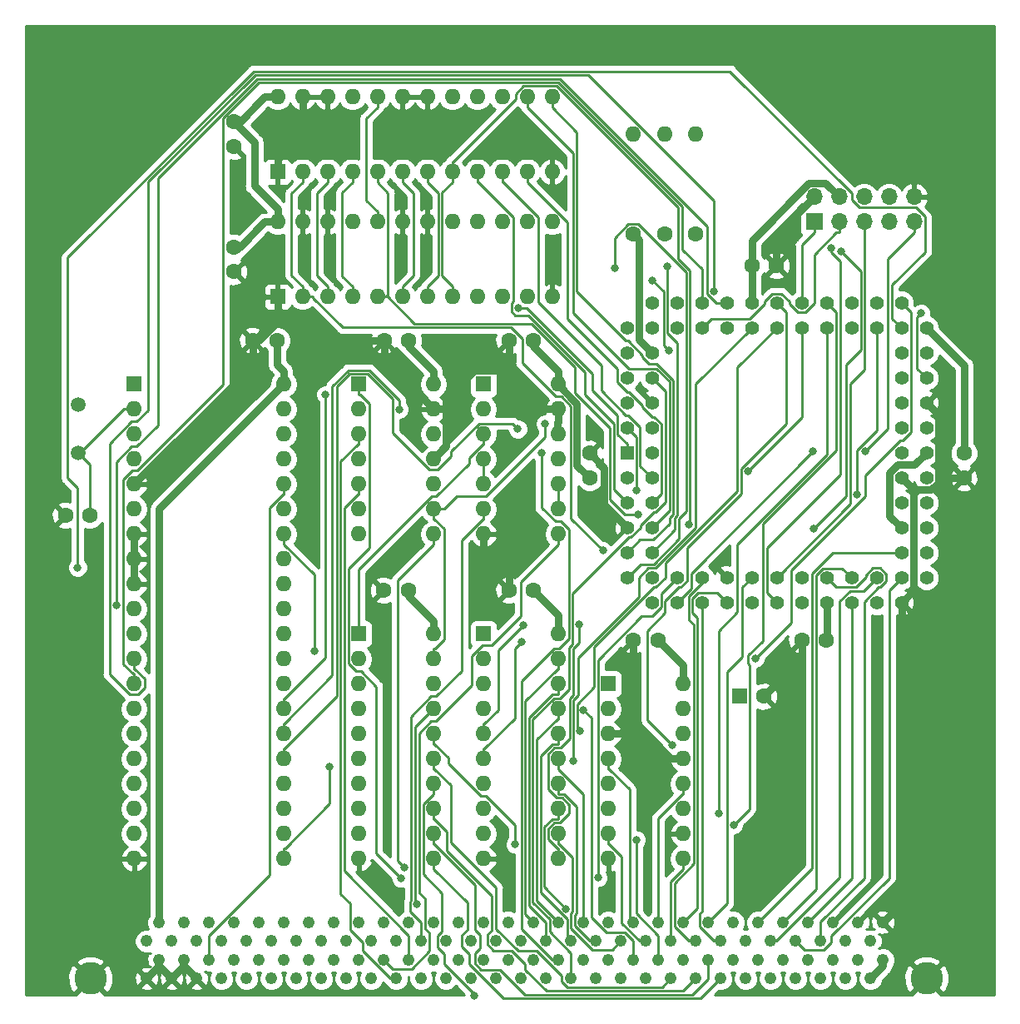
<source format=gbr>
G04 #@! TF.GenerationSoftware,KiCad,Pcbnew,(5.0.2)-1*
G04 #@! TF.CreationDate,2019-01-03T08:34:52-07:00*
G04 #@! TF.ProjectId,8085 CPU,38303835-2043-4505-952e-6b696361645f,rev?*
G04 #@! TF.SameCoordinates,Original*
G04 #@! TF.FileFunction,Copper,L2,Bot*
G04 #@! TF.FilePolarity,Positive*
%FSLAX46Y46*%
G04 Gerber Fmt 4.6, Leading zero omitted, Abs format (unit mm)*
G04 Created by KiCad (PCBNEW (5.0.2)-1) date 1/3/2019 8:34:52 AM*
%MOMM*%
%LPD*%
G01*
G04 APERTURE LIST*
G04 #@! TA.AperFunction,ComponentPad*
%ADD10C,1.600000*%
G04 #@! TD*
G04 #@! TA.AperFunction,ComponentPad*
%ADD11R,1.600000X1.600000*%
G04 #@! TD*
G04 #@! TA.AperFunction,ComponentPad*
%ADD12C,1.500000*%
G04 #@! TD*
G04 #@! TA.AperFunction,ComponentPad*
%ADD13O,1.600000X1.600000*%
G04 #@! TD*
G04 #@! TA.AperFunction,ComponentPad*
%ADD14O,1.700000X1.700000*%
G04 #@! TD*
G04 #@! TA.AperFunction,ComponentPad*
%ADD15R,1.700000X1.700000*%
G04 #@! TD*
G04 #@! TA.AperFunction,ComponentPad*
%ADD16C,1.219200*%
G04 #@! TD*
G04 #@! TA.AperFunction,ComponentPad*
%ADD17C,3.314700*%
G04 #@! TD*
G04 #@! TA.AperFunction,ComponentPad*
%ADD18C,1.397000*%
G04 #@! TD*
G04 #@! TA.AperFunction,ComponentPad*
%ADD19R,1.397000X1.397000*%
G04 #@! TD*
G04 #@! TA.AperFunction,ViaPad*
%ADD20C,0.800000*%
G04 #@! TD*
G04 #@! TA.AperFunction,Conductor*
%ADD21C,0.250000*%
G04 #@! TD*
G04 #@! TA.AperFunction,Conductor*
%ADD22C,0.750000*%
G04 #@! TD*
G04 #@! TA.AperFunction,Conductor*
%ADD23C,0.254000*%
G04 #@! TD*
G04 APERTURE END LIST*
D10*
G04 #@! TO.P,C2,2*
G04 #@! TO.N,GND*
X95845000Y-88900000D03*
D11*
G04 #@! TO.P,C2,1*
G04 #@! TO.N,+5V*
X93345000Y-88900000D03*
G04 #@! TD*
D10*
G04 #@! TO.P,C1,2*
G04 #@! TO.N,GND*
X24765000Y-70485000D03*
G04 #@! TO.P,C1,1*
G04 #@! TO.N,Net-(C1-Pad1)*
X27265000Y-70485000D03*
G04 #@! TD*
G04 #@! TO.P,C3,1*
G04 #@! TO.N,+5V*
X41910000Y-30480000D03*
G04 #@! TO.P,C3,2*
G04 #@! TO.N,GND*
X41910000Y-32980000D03*
G04 #@! TD*
G04 #@! TO.P,C4,2*
G04 #@! TO.N,GND*
X41910000Y-45720000D03*
G04 #@! TO.P,C4,1*
G04 #@! TO.N,+5V*
X41910000Y-43220000D03*
G04 #@! TD*
G04 #@! TO.P,C5,1*
G04 #@! TO.N,+5V*
X46315000Y-52705000D03*
G04 #@! TO.P,C5,2*
G04 #@! TO.N,GND*
X43815000Y-52705000D03*
G04 #@! TD*
G04 #@! TO.P,C6,2*
G04 #@! TO.N,GND*
X57190000Y-52705000D03*
G04 #@! TO.P,C6,1*
G04 #@! TO.N,+5V*
X59690000Y-52705000D03*
G04 #@! TD*
G04 #@! TO.P,C7,1*
G04 #@! TO.N,+5V*
X72390000Y-52705000D03*
G04 #@! TO.P,C7,2*
G04 #@! TO.N,GND*
X69890000Y-52705000D03*
G04 #@! TD*
G04 #@! TO.P,C8,2*
G04 #@! TO.N,GND*
X97115000Y-45085000D03*
G04 #@! TO.P,C8,1*
G04 #@! TO.N,+5V*
X94615000Y-45085000D03*
G04 #@! TD*
G04 #@! TO.P,C9,1*
G04 #@! TO.N,+5V*
X116205000Y-64175000D03*
G04 #@! TO.P,C9,2*
G04 #@! TO.N,GND*
X116205000Y-66675000D03*
G04 #@! TD*
G04 #@! TO.P,C10,2*
G04 #@! TO.N,GND*
X99695000Y-83185000D03*
G04 #@! TO.P,C10,1*
G04 #@! TO.N,+5V*
X102195000Y-83185000D03*
G04 #@! TD*
G04 #@! TO.P,C11,1*
G04 #@! TO.N,+5V*
X78105000Y-66675000D03*
G04 #@! TO.P,C11,2*
G04 #@! TO.N,GND*
X78105000Y-64175000D03*
G04 #@! TD*
G04 #@! TO.P,C12,2*
G04 #@! TO.N,GND*
X57150000Y-78105000D03*
G04 #@! TO.P,C12,1*
G04 #@! TO.N,+5V*
X59650000Y-78105000D03*
G04 #@! TD*
G04 #@! TO.P,C13,1*
G04 #@! TO.N,+5V*
X72390000Y-78105000D03*
G04 #@! TO.P,C13,2*
G04 #@! TO.N,GND*
X69890000Y-78105000D03*
G04 #@! TD*
G04 #@! TO.P,C14,2*
G04 #@! TO.N,GND*
X82550000Y-83185000D03*
G04 #@! TO.P,C14,1*
G04 #@! TO.N,+5V*
X85050000Y-83185000D03*
G04 #@! TD*
D12*
G04 #@! TO.P,Y1,2*
G04 #@! TO.N,Net-(U4-Pad1)*
X26035000Y-59255000D03*
G04 #@! TO.P,Y1,1*
G04 #@! TO.N,Net-(C1-Pad1)*
X26035000Y-64135000D03*
G04 #@! TD*
D11*
G04 #@! TO.P,U1,1*
G04 #@! TO.N,/~HOLD*
X54610000Y-57150000D03*
D13*
G04 #@! TO.P,U1,8*
G04 #@! TO.N,/~HLDA*
X62230000Y-72390000D03*
G04 #@! TO.P,U1,2*
G04 #@! TO.N,Net-(U1-Pad2)*
X54610000Y-59690000D03*
G04 #@! TO.P,U1,9*
G04 #@! TO.N,/HLDA*
X62230000Y-69850000D03*
G04 #@! TO.P,U1,3*
G04 #@! TO.N,/~INT*
X54610000Y-62230000D03*
G04 #@! TO.P,U1,10*
G04 #@! TO.N,Net-(U1-Pad10)*
X62230000Y-67310000D03*
G04 #@! TO.P,U1,4*
G04 #@! TO.N,Net-(U1-Pad4)*
X54610000Y-64770000D03*
G04 #@! TO.P,U1,11*
G04 #@! TO.N,GND*
X62230000Y-64770000D03*
G04 #@! TO.P,U1,5*
G04 #@! TO.N,/~NMI*
X54610000Y-67310000D03*
G04 #@! TO.P,U1,12*
G04 #@! TO.N,Net-(U1-Pad12)*
X62230000Y-62230000D03*
G04 #@! TO.P,U1,6*
G04 #@! TO.N,Net-(U1-Pad6)*
X54610000Y-69850000D03*
G04 #@! TO.P,U1,13*
G04 #@! TO.N,GND*
X62230000Y-59690000D03*
G04 #@! TO.P,U1,7*
X54610000Y-72390000D03*
G04 #@! TO.P,U1,14*
G04 #@! TO.N,+5V*
X62230000Y-57150000D03*
G04 #@! TD*
G04 #@! TO.P,U2,14*
G04 #@! TO.N,+5V*
X74930000Y-57150000D03*
G04 #@! TO.P,U2,7*
G04 #@! TO.N,GND*
X67310000Y-72390000D03*
G04 #@! TO.P,U2,13*
X74930000Y-59690000D03*
G04 #@! TO.P,U2,6*
G04 #@! TO.N,/CLK1*
X67310000Y-69850000D03*
G04 #@! TO.P,U2,12*
G04 #@! TO.N,GND*
X74930000Y-62230000D03*
G04 #@! TO.P,U2,5*
G04 #@! TO.N,Net-(U2-Pad4)*
X67310000Y-67310000D03*
G04 #@! TO.P,U2,11*
G04 #@! TO.N,Net-(U2-Pad11)*
X74930000Y-64770000D03*
G04 #@! TO.P,U2,4*
G04 #@! TO.N,Net-(U2-Pad4)*
X67310000Y-64770000D03*
G04 #@! TO.P,U2,10*
G04 #@! TO.N,/~INTA*
X74930000Y-67310000D03*
G04 #@! TO.P,U2,3*
G04 #@! TO.N,Net-(U2-Pad3)*
X67310000Y-62230000D03*
G04 #@! TO.P,U2,9*
G04 #@! TO.N,/~INTA*
X74930000Y-69850000D03*
G04 #@! TO.P,U2,2*
X67310000Y-59690000D03*
G04 #@! TO.P,U2,8*
G04 #@! TO.N,/~bINTA*
X74930000Y-72390000D03*
D11*
G04 #@! TO.P,U2,1*
G04 #@! TO.N,/~RD*
X67310000Y-57150000D03*
G04 #@! TD*
D13*
G04 #@! TO.P,U5,16*
G04 #@! TO.N,+5V*
X87630000Y-87630000D03*
G04 #@! TO.P,U5,8*
G04 #@! TO.N,GND*
X80010000Y-105410000D03*
G04 #@! TO.P,U5,15*
G04 #@! TO.N,/HLDA*
X87630000Y-90170000D03*
G04 #@! TO.P,U5,7*
G04 #@! TO.N,/bA9*
X80010000Y-102870000D03*
G04 #@! TO.P,U5,14*
G04 #@! TO.N,/A10*
X87630000Y-92710000D03*
G04 #@! TO.P,U5,6*
G04 #@! TO.N,GND*
X80010000Y-100330000D03*
G04 #@! TO.P,U5,13*
X87630000Y-95250000D03*
G04 #@! TO.P,U5,5*
G04 #@! TO.N,/A9*
X80010000Y-97790000D03*
G04 #@! TO.P,U5,12*
G04 #@! TO.N,/bA10*
X87630000Y-97790000D03*
G04 #@! TO.P,U5,4*
G04 #@! TO.N,/bA8*
X80010000Y-95250000D03*
G04 #@! TO.P,U5,11*
G04 #@! TO.N,/A11*
X87630000Y-100330000D03*
G04 #@! TO.P,U5,3*
G04 #@! TO.N,GND*
X80010000Y-92710000D03*
G04 #@! TO.P,U5,10*
X87630000Y-102870000D03*
G04 #@! TO.P,U5,2*
G04 #@! TO.N,/A8*
X80010000Y-90170000D03*
G04 #@! TO.P,U5,9*
G04 #@! TO.N,/bA11*
X87630000Y-105410000D03*
D11*
G04 #@! TO.P,U5,1*
G04 #@! TO.N,/IO~M*
X80010000Y-87630000D03*
G04 #@! TD*
G04 #@! TO.P,U3,1*
G04 #@! TO.N,Net-(U2-Pad3)*
X54610000Y-82550000D03*
D13*
G04 #@! TO.P,U3,11*
G04 #@! TO.N,/D7*
X62230000Y-105410000D03*
G04 #@! TO.P,U3,2*
G04 #@! TO.N,/AD0*
X54610000Y-85090000D03*
G04 #@! TO.P,U3,12*
G04 #@! TO.N,/D6*
X62230000Y-102870000D03*
G04 #@! TO.P,U3,3*
G04 #@! TO.N,/AD1*
X54610000Y-87630000D03*
G04 #@! TO.P,U3,13*
G04 #@! TO.N,/D5*
X62230000Y-100330000D03*
G04 #@! TO.P,U3,4*
G04 #@! TO.N,/AD2*
X54610000Y-90170000D03*
G04 #@! TO.P,U3,14*
G04 #@! TO.N,/D4*
X62230000Y-97790000D03*
G04 #@! TO.P,U3,5*
G04 #@! TO.N,/AD3*
X54610000Y-92710000D03*
G04 #@! TO.P,U3,15*
G04 #@! TO.N,/D3*
X62230000Y-95250000D03*
G04 #@! TO.P,U3,6*
G04 #@! TO.N,/AD4*
X54610000Y-95250000D03*
G04 #@! TO.P,U3,16*
G04 #@! TO.N,/D2*
X62230000Y-92710000D03*
G04 #@! TO.P,U3,7*
G04 #@! TO.N,/AD5*
X54610000Y-97790000D03*
G04 #@! TO.P,U3,17*
G04 #@! TO.N,/D1*
X62230000Y-90170000D03*
G04 #@! TO.P,U3,8*
G04 #@! TO.N,/AD6*
X54610000Y-100330000D03*
G04 #@! TO.P,U3,18*
G04 #@! TO.N,/D0*
X62230000Y-87630000D03*
G04 #@! TO.P,U3,9*
G04 #@! TO.N,/AD7*
X54610000Y-102870000D03*
G04 #@! TO.P,U3,19*
G04 #@! TO.N,/HLDA*
X62230000Y-85090000D03*
G04 #@! TO.P,U3,10*
G04 #@! TO.N,GND*
X54610000Y-105410000D03*
G04 #@! TO.P,U3,20*
G04 #@! TO.N,+5V*
X62230000Y-82550000D03*
G04 #@! TD*
G04 #@! TO.P,U7,20*
G04 #@! TO.N,+5V*
X74930000Y-82550000D03*
G04 #@! TO.P,U7,10*
G04 #@! TO.N,GND*
X67310000Y-105410000D03*
G04 #@! TO.P,U7,19*
G04 #@! TO.N,/bA0*
X74930000Y-85090000D03*
G04 #@! TO.P,U7,9*
G04 #@! TO.N,/AD7*
X67310000Y-102870000D03*
G04 #@! TO.P,U7,18*
G04 #@! TO.N,/bA1*
X74930000Y-87630000D03*
G04 #@! TO.P,U7,8*
G04 #@! TO.N,/AD6*
X67310000Y-100330000D03*
G04 #@! TO.P,U7,17*
G04 #@! TO.N,/bA2*
X74930000Y-90170000D03*
G04 #@! TO.P,U7,7*
G04 #@! TO.N,/AD5*
X67310000Y-97790000D03*
G04 #@! TO.P,U7,16*
G04 #@! TO.N,/bA3*
X74930000Y-92710000D03*
G04 #@! TO.P,U7,6*
G04 #@! TO.N,/AD4*
X67310000Y-95250000D03*
G04 #@! TO.P,U7,15*
G04 #@! TO.N,/bA4*
X74930000Y-95250000D03*
G04 #@! TO.P,U7,5*
G04 #@! TO.N,/AD3*
X67310000Y-92710000D03*
G04 #@! TO.P,U7,14*
G04 #@! TO.N,/bA5*
X74930000Y-97790000D03*
G04 #@! TO.P,U7,4*
G04 #@! TO.N,/AD2*
X67310000Y-90170000D03*
G04 #@! TO.P,U7,13*
G04 #@! TO.N,/bA6*
X74930000Y-100330000D03*
G04 #@! TO.P,U7,3*
G04 #@! TO.N,/AD1*
X67310000Y-87630000D03*
G04 #@! TO.P,U7,12*
G04 #@! TO.N,/bA7*
X74930000Y-102870000D03*
G04 #@! TO.P,U7,2*
G04 #@! TO.N,/AD0*
X67310000Y-85090000D03*
G04 #@! TO.P,U7,11*
G04 #@! TO.N,/ALE*
X74930000Y-105410000D03*
D11*
G04 #@! TO.P,U7,1*
G04 #@! TO.N,/HLDA*
X67310000Y-82550000D03*
G04 #@! TD*
G04 #@! TO.P,U9,1*
G04 #@! TO.N,GND*
X46355000Y-35560000D03*
D13*
G04 #@! TO.P,U9,13*
G04 #@! TO.N,/MD11*
X74295000Y-27940000D03*
G04 #@! TO.P,U9,2*
G04 #@! TO.N,/MA6*
X48895000Y-35560000D03*
G04 #@! TO.P,U9,14*
G04 #@! TO.N,/MD12*
X71755000Y-27940000D03*
G04 #@! TO.P,U9,3*
G04 #@! TO.N,/MA5*
X51435000Y-35560000D03*
G04 #@! TO.P,U9,15*
G04 #@! TO.N,Net-(R3-Pad2)*
X69215000Y-27940000D03*
G04 #@! TO.P,U9,4*
G04 #@! TO.N,/MA4*
X53975000Y-35560000D03*
G04 #@! TO.P,U9,16*
G04 #@! TO.N,Net-(R2-Pad2)*
X66675000Y-27940000D03*
G04 #@! TO.P,U9,5*
G04 #@! TO.N,/MA3*
X56515000Y-35560000D03*
G04 #@! TO.P,U9,17*
G04 #@! TO.N,Net-(R1-Pad2)*
X64135000Y-27940000D03*
G04 #@! TO.P,U9,6*
G04 #@! TO.N,/MA2*
X59055000Y-35560000D03*
G04 #@! TO.P,U9,18*
G04 #@! TO.N,GND*
X61595000Y-27940000D03*
G04 #@! TO.P,U9,7*
G04 #@! TO.N,/MA1*
X61595000Y-35560000D03*
G04 #@! TO.P,U9,19*
G04 #@! TO.N,GND*
X59055000Y-27940000D03*
G04 #@! TO.P,U9,8*
G04 #@! TO.N,/MA0*
X64135000Y-35560000D03*
G04 #@! TO.P,U9,20*
G04 #@! TO.N,/~MOE*
X56515000Y-27940000D03*
G04 #@! TO.P,U9,9*
G04 #@! TO.N,/MD8*
X66675000Y-35560000D03*
G04 #@! TO.P,U9,21*
G04 #@! TO.N,/~MWE*
X53975000Y-27940000D03*
G04 #@! TO.P,U9,10*
G04 #@! TO.N,/MD9*
X69215000Y-35560000D03*
G04 #@! TO.P,U9,22*
G04 #@! TO.N,GND*
X51435000Y-27940000D03*
G04 #@! TO.P,U9,11*
G04 #@! TO.N,/MD10*
X71755000Y-35560000D03*
G04 #@! TO.P,U9,23*
G04 #@! TO.N,GND*
X48895000Y-27940000D03*
G04 #@! TO.P,U9,12*
X74295000Y-35560000D03*
G04 #@! TO.P,U9,24*
G04 #@! TO.N,+5V*
X46355000Y-27940000D03*
G04 #@! TD*
G04 #@! TO.P,U10,24*
G04 #@! TO.N,+5V*
X46355000Y-40640000D03*
G04 #@! TO.P,U10,12*
G04 #@! TO.N,GND*
X74295000Y-48260000D03*
G04 #@! TO.P,U10,23*
X48895000Y-40640000D03*
G04 #@! TO.P,U10,11*
G04 #@! TO.N,/MD2*
X71755000Y-48260000D03*
G04 #@! TO.P,U10,22*
G04 #@! TO.N,GND*
X51435000Y-40640000D03*
G04 #@! TO.P,U10,10*
G04 #@! TO.N,/MD1*
X69215000Y-48260000D03*
G04 #@! TO.P,U10,21*
G04 #@! TO.N,/~MWE*
X53975000Y-40640000D03*
G04 #@! TO.P,U10,9*
G04 #@! TO.N,/MD0*
X66675000Y-48260000D03*
G04 #@! TO.P,U10,20*
G04 #@! TO.N,/~MOE*
X56515000Y-40640000D03*
G04 #@! TO.P,U10,8*
G04 #@! TO.N,/MA0*
X64135000Y-48260000D03*
G04 #@! TO.P,U10,19*
G04 #@! TO.N,GND*
X59055000Y-40640000D03*
G04 #@! TO.P,U10,7*
G04 #@! TO.N,/MA1*
X61595000Y-48260000D03*
G04 #@! TO.P,U10,18*
G04 #@! TO.N,GND*
X61595000Y-40640000D03*
G04 #@! TO.P,U10,6*
G04 #@! TO.N,/MA2*
X59055000Y-48260000D03*
G04 #@! TO.P,U10,17*
G04 #@! TO.N,/MD7*
X64135000Y-40640000D03*
G04 #@! TO.P,U10,5*
G04 #@! TO.N,/MA3*
X56515000Y-48260000D03*
G04 #@! TO.P,U10,16*
G04 #@! TO.N,/MD6*
X66675000Y-40640000D03*
G04 #@! TO.P,U10,4*
G04 #@! TO.N,/MA4*
X53975000Y-48260000D03*
G04 #@! TO.P,U10,15*
G04 #@! TO.N,/MD5*
X69215000Y-40640000D03*
G04 #@! TO.P,U10,3*
G04 #@! TO.N,/MA5*
X51435000Y-48260000D03*
G04 #@! TO.P,U10,14*
G04 #@! TO.N,/MD4*
X71755000Y-40640000D03*
G04 #@! TO.P,U10,2*
G04 #@! TO.N,/MA6*
X48895000Y-48260000D03*
G04 #@! TO.P,U10,13*
G04 #@! TO.N,/MD3*
X74295000Y-40640000D03*
D11*
G04 #@! TO.P,U10,1*
G04 #@! TO.N,GND*
X46355000Y-48260000D03*
G04 #@! TD*
D13*
G04 #@! TO.P,U4,40*
G04 #@! TO.N,+5V*
X46990000Y-57150000D03*
G04 #@! TO.P,U4,20*
G04 #@! TO.N,GND*
X31750000Y-105410000D03*
G04 #@! TO.P,U4,39*
G04 #@! TO.N,Net-(U1-Pad2)*
X46990000Y-59690000D03*
G04 #@! TO.P,U4,19*
G04 #@! TO.N,/AD7*
X31750000Y-102870000D03*
G04 #@! TO.P,U4,38*
G04 #@! TO.N,/HLDA*
X46990000Y-62230000D03*
G04 #@! TO.P,U4,18*
G04 #@! TO.N,/AD6*
X31750000Y-100330000D03*
G04 #@! TO.P,U4,37*
G04 #@! TO.N,Net-(U2-Pad4)*
X46990000Y-64770000D03*
G04 #@! TO.P,U4,17*
G04 #@! TO.N,/AD5*
X31750000Y-97790000D03*
G04 #@! TO.P,U4,36*
G04 #@! TO.N,/~RST*
X46990000Y-67310000D03*
G04 #@! TO.P,U4,16*
G04 #@! TO.N,/AD4*
X31750000Y-95250000D03*
G04 #@! TO.P,U4,35*
G04 #@! TO.N,/RDY*
X46990000Y-69850000D03*
G04 #@! TO.P,U4,15*
G04 #@! TO.N,/AD3*
X31750000Y-92710000D03*
G04 #@! TO.P,U4,34*
G04 #@! TO.N,/IO~M*
X46990000Y-72390000D03*
G04 #@! TO.P,U4,14*
G04 #@! TO.N,/AD2*
X31750000Y-90170000D03*
G04 #@! TO.P,U4,33*
G04 #@! TO.N,/S1*
X46990000Y-74930000D03*
G04 #@! TO.P,U4,13*
G04 #@! TO.N,/AD1*
X31750000Y-87630000D03*
G04 #@! TO.P,U4,32*
G04 #@! TO.N,/~RD*
X46990000Y-77470000D03*
G04 #@! TO.P,U4,12*
G04 #@! TO.N,/AD0*
X31750000Y-85090000D03*
G04 #@! TO.P,U4,31*
G04 #@! TO.N,/~WR*
X46990000Y-80010000D03*
G04 #@! TO.P,U4,11*
G04 #@! TO.N,/~INTA*
X31750000Y-82550000D03*
G04 #@! TO.P,U4,30*
G04 #@! TO.N,/ALE*
X46990000Y-82550000D03*
G04 #@! TO.P,U4,10*
G04 #@! TO.N,Net-(U1-Pad4)*
X31750000Y-80010000D03*
G04 #@! TO.P,U4,29*
G04 #@! TO.N,/S0*
X46990000Y-85090000D03*
G04 #@! TO.P,U4,9*
G04 #@! TO.N,GND*
X31750000Y-77470000D03*
G04 #@! TO.P,U4,28*
G04 #@! TO.N,/A15*
X46990000Y-87630000D03*
G04 #@! TO.P,U4,8*
G04 #@! TO.N,GND*
X31750000Y-74930000D03*
G04 #@! TO.P,U4,27*
G04 #@! TO.N,/A14*
X46990000Y-90170000D03*
G04 #@! TO.P,U4,7*
G04 #@! TO.N,GND*
X31750000Y-72390000D03*
G04 #@! TO.P,U4,26*
G04 #@! TO.N,/A13*
X46990000Y-92710000D03*
G04 #@! TO.P,U4,6*
G04 #@! TO.N,Net-(U1-Pad6)*
X31750000Y-69850000D03*
G04 #@! TO.P,U4,25*
G04 #@! TO.N,/A12*
X46990000Y-95250000D03*
G04 #@! TO.P,U4,5*
G04 #@! TO.N,GND*
X31750000Y-67310000D03*
G04 #@! TO.P,U4,24*
G04 #@! TO.N,/A11*
X46990000Y-97790000D03*
G04 #@! TO.P,U4,4*
G04 #@! TO.N,Net-(U4-Pad4)*
X31750000Y-64770000D03*
G04 #@! TO.P,U4,23*
G04 #@! TO.N,/A10*
X46990000Y-100330000D03*
G04 #@! TO.P,U4,3*
G04 #@! TO.N,/RST*
X31750000Y-62230000D03*
G04 #@! TO.P,U4,22*
G04 #@! TO.N,/A9*
X46990000Y-102870000D03*
G04 #@! TO.P,U4,2*
G04 #@! TO.N,Net-(C1-Pad1)*
X31750000Y-59690000D03*
G04 #@! TO.P,U4,21*
G04 #@! TO.N,/A8*
X46990000Y-105410000D03*
D11*
G04 #@! TO.P,U4,1*
G04 #@! TO.N,Net-(U4-Pad1)*
X31750000Y-57150000D03*
G04 #@! TD*
D14*
G04 #@! TO.P,J2,10*
G04 #@! TO.N,GND*
X111125000Y-38100000D03*
G04 #@! TO.P,J2,9*
G04 #@! TO.N,Net-(J2-Pad9)*
X111125000Y-40640000D03*
G04 #@! TO.P,J2,8*
G04 #@! TO.N,Net-(J2-Pad8)*
X108585000Y-38100000D03*
G04 #@! TO.P,J2,7*
G04 #@! TO.N,Net-(J2-Pad7)*
X108585000Y-40640000D03*
G04 #@! TO.P,J2,6*
G04 #@! TO.N,Net-(J2-Pad6)*
X106045000Y-38100000D03*
G04 #@! TO.P,J2,5*
G04 #@! TO.N,Net-(J2-Pad5)*
X106045000Y-40640000D03*
G04 #@! TO.P,J2,4*
G04 #@! TO.N,+5V*
X103505000Y-38100000D03*
G04 #@! TO.P,J2,3*
G04 #@! TO.N,Net-(J2-Pad3)*
X103505000Y-40640000D03*
G04 #@! TO.P,J2,2*
G04 #@! TO.N,GND*
X100965000Y-38100000D03*
D15*
G04 #@! TO.P,J2,1*
G04 #@! TO.N,Net-(J2-Pad1)*
X100965000Y-40640000D03*
G04 #@! TD*
D13*
G04 #@! TO.P,R1,2*
G04 #@! TO.N,Net-(R1-Pad2)*
X82550000Y-31750000D03*
D10*
G04 #@! TO.P,R1,1*
G04 #@! TO.N,+5V*
X82550000Y-41910000D03*
G04 #@! TD*
G04 #@! TO.P,R2,1*
G04 #@! TO.N,+5V*
X85725000Y-41910000D03*
D13*
G04 #@! TO.P,R2,2*
G04 #@! TO.N,Net-(R2-Pad2)*
X85725000Y-31750000D03*
G04 #@! TD*
G04 #@! TO.P,R3,2*
G04 #@! TO.N,Net-(R3-Pad2)*
X88900000Y-31750000D03*
D10*
G04 #@! TO.P,R3,1*
G04 #@! TO.N,+5V*
X88900000Y-41910000D03*
G04 #@! TD*
D16*
G04 #@! TO.P,J1,1*
G04 #@! TO.N,GND*
X107950000Y-111887000D03*
G04 #@! TO.P,J1,2*
X106680000Y-113792000D03*
G04 #@! TO.P,J1,3*
X105410000Y-111887000D03*
G04 #@! TO.P,J1,4*
X104140000Y-113792000D03*
G04 #@! TO.P,J1,5*
X102870000Y-111887000D03*
G04 #@! TO.P,J1,6*
G04 #@! TO.N,/bA23*
X101600000Y-113792000D03*
G04 #@! TO.P,J1,7*
G04 #@! TO.N,/bA22*
X100330000Y-111887000D03*
G04 #@! TO.P,J1,8*
G04 #@! TO.N,/bA21*
X99060000Y-113792000D03*
G04 #@! TO.P,J1,9*
G04 #@! TO.N,/bA20*
X97790000Y-111887000D03*
G04 #@! TO.P,J1,10*
G04 #@! TO.N,/bA19*
X96520000Y-113792000D03*
G04 #@! TO.P,J1,11*
G04 #@! TO.N,/bA18*
X95250000Y-111887000D03*
G04 #@! TO.P,J1,12*
G04 #@! TO.N,/bA17*
X93980000Y-113792000D03*
G04 #@! TO.P,J1,13*
G04 #@! TO.N,/bA16*
X92710000Y-111887000D03*
G04 #@! TO.P,J1,14*
G04 #@! TO.N,/bA15*
X91440000Y-113792000D03*
G04 #@! TO.P,J1,15*
G04 #@! TO.N,/bA14*
X90170000Y-111887000D03*
G04 #@! TO.P,J1,16*
G04 #@! TO.N,/bA13*
X88900000Y-113792000D03*
G04 #@! TO.P,J1,17*
G04 #@! TO.N,/bA12*
X87630000Y-111887000D03*
G04 #@! TO.P,J1,18*
G04 #@! TO.N,/bA11*
X86360000Y-113792000D03*
G04 #@! TO.P,J1,19*
G04 #@! TO.N,/bA10*
X85090000Y-111887000D03*
G04 #@! TO.P,J1,20*
G04 #@! TO.N,/bA9*
X83820000Y-113792000D03*
G04 #@! TO.P,J1,21*
G04 #@! TO.N,/bA8*
X82550000Y-111887000D03*
G04 #@! TO.P,J1,22*
G04 #@! TO.N,/bA7*
X81280000Y-113792000D03*
G04 #@! TO.P,J1,23*
G04 #@! TO.N,/bA6*
X80010000Y-111887000D03*
G04 #@! TO.P,J1,24*
G04 #@! TO.N,/bA5*
X78740000Y-113792000D03*
G04 #@! TO.P,J1,25*
G04 #@! TO.N,/bA4*
X77470000Y-111887000D03*
G04 #@! TO.P,J1,26*
G04 #@! TO.N,/bA3*
X76200000Y-113792000D03*
G04 #@! TO.P,J1,27*
G04 #@! TO.N,/bA2*
X74930000Y-111887000D03*
G04 #@! TO.P,J1,28*
G04 #@! TO.N,/bA1*
X73660000Y-113792000D03*
G04 #@! TO.P,J1,29*
G04 #@! TO.N,/bA0*
X72390000Y-111887000D03*
G04 #@! TO.P,J1,30*
G04 #@! TO.N,/~IOR*
X71120000Y-113792000D03*
G04 #@! TO.P,J1,31*
G04 #@! TO.N,/~IOW*
X69850000Y-111887000D03*
G04 #@! TO.P,J1,32*
G04 #@! TO.N,/~MEMR*
X68580000Y-113792000D03*
G04 #@! TO.P,J1,33*
G04 #@! TO.N,/~MEMW*
X67310000Y-111887000D03*
G04 #@! TO.P,J1,34*
G04 #@! TO.N,Net-(J1-Pad34)*
X66040000Y-113792000D03*
G04 #@! TO.P,J1,35*
G04 #@! TO.N,Net-(J1-Pad35)*
X64770000Y-111887000D03*
G04 #@! TO.P,J1,36*
G04 #@! TO.N,Net-(J1-Pad36)*
X63500000Y-113792000D03*
G04 #@! TO.P,J1,37*
G04 #@! TO.N,Net-(J1-Pad37)*
X62230000Y-111887000D03*
G04 #@! TO.P,J1,38*
G04 #@! TO.N,/CLK1*
X60960000Y-113792000D03*
G04 #@! TO.P,J1,39*
G04 #@! TO.N,Net-(J1-Pad39)*
X59690000Y-111887000D03*
G04 #@! TO.P,J1,40*
G04 #@! TO.N,Net-(J1-Pad40)*
X58420000Y-113792000D03*
G04 #@! TO.P,J1,41*
G04 #@! TO.N,Net-(J1-Pad41)*
X57150000Y-111887000D03*
G04 #@! TO.P,J1,42*
G04 #@! TO.N,Net-(J1-Pad42)*
X55880000Y-113792000D03*
G04 #@! TO.P,J1,43*
G04 #@! TO.N,Net-(J1-Pad43)*
X54610000Y-111887000D03*
G04 #@! TO.P,J1,44*
G04 #@! TO.N,Net-(J1-Pad44)*
X53340000Y-113792000D03*
G04 #@! TO.P,J1,45*
G04 #@! TO.N,Net-(J1-Pad45)*
X52070000Y-111887000D03*
G04 #@! TO.P,J1,46*
G04 #@! TO.N,Net-(J1-Pad46)*
X50800000Y-113792000D03*
G04 #@! TO.P,J1,47*
G04 #@! TO.N,Net-(J1-Pad47)*
X49530000Y-111887000D03*
G04 #@! TO.P,J1,48*
G04 #@! TO.N,Net-(J1-Pad48)*
X48260000Y-113792000D03*
G04 #@! TO.P,J1,49*
G04 #@! TO.N,Net-(J1-Pad49)*
X46990000Y-111887000D03*
G04 #@! TO.P,J1,50*
G04 #@! TO.N,Net-(J1-Pad50)*
X45720000Y-113792000D03*
G04 #@! TO.P,J1,51*
G04 #@! TO.N,Net-(J1-Pad51)*
X44450000Y-111887000D03*
G04 #@! TO.P,J1,52*
G04 #@! TO.N,Net-(J1-Pad52)*
X43180000Y-113792000D03*
G04 #@! TO.P,J1,53*
G04 #@! TO.N,Net-(J1-Pad53)*
X41910000Y-111887000D03*
G04 #@! TO.P,J1,54*
G04 #@! TO.N,Net-(J1-Pad54)*
X40640000Y-113792000D03*
G04 #@! TO.P,J1,55*
G04 #@! TO.N,Net-(J1-Pad55)*
X39370000Y-111887000D03*
G04 #@! TO.P,J1,56*
G04 #@! TO.N,Net-(J1-Pad56)*
X38100000Y-113792000D03*
G04 #@! TO.P,J1,57*
G04 #@! TO.N,Net-(J1-Pad57)*
X36830000Y-111887000D03*
G04 #@! TO.P,J1,58*
G04 #@! TO.N,+5V*
X35560000Y-113792000D03*
G04 #@! TO.P,J1,59*
X34290000Y-111887000D03*
G04 #@! TO.P,J1,60*
X33020000Y-113792000D03*
G04 #@! TO.P,J1,61*
X107950000Y-115697000D03*
G04 #@! TO.P,J1,62*
X106680000Y-117602000D03*
G04 #@! TO.P,J1,63*
G04 #@! TO.N,Net-(J1-Pad63)*
X105410000Y-115697000D03*
G04 #@! TO.P,J1,64*
G04 #@! TO.N,Net-(J1-Pad64)*
X104140000Y-117602000D03*
G04 #@! TO.P,J1,65*
G04 #@! TO.N,Net-(J1-Pad65)*
X102870000Y-115697000D03*
G04 #@! TO.P,J1,66*
G04 #@! TO.N,Net-(J1-Pad66)*
X101600000Y-117602000D03*
G04 #@! TO.P,J1,67*
G04 #@! TO.N,Net-(J1-Pad67)*
X100330000Y-115697000D03*
G04 #@! TO.P,J1,68*
G04 #@! TO.N,Net-(J1-Pad68)*
X99060000Y-117602000D03*
G04 #@! TO.P,J1,69*
G04 #@! TO.N,Net-(J1-Pad69)*
X97790000Y-115697000D03*
G04 #@! TO.P,J1,70*
G04 #@! TO.N,Net-(J1-Pad70)*
X96520000Y-117602000D03*
G04 #@! TO.P,J1,71*
G04 #@! TO.N,Net-(J1-Pad71)*
X95250000Y-115697000D03*
G04 #@! TO.P,J1,72*
G04 #@! TO.N,Net-(J1-Pad72)*
X93980000Y-117602000D03*
G04 #@! TO.P,J1,73*
G04 #@! TO.N,Net-(J1-Pad73)*
X92710000Y-115697000D03*
G04 #@! TO.P,J1,74*
G04 #@! TO.N,/D7*
X91440000Y-117602000D03*
G04 #@! TO.P,J1,75*
G04 #@! TO.N,/D6*
X90170000Y-115697000D03*
G04 #@! TO.P,J1,76*
G04 #@! TO.N,/D5*
X88900000Y-117602000D03*
G04 #@! TO.P,J1,77*
G04 #@! TO.N,/D4*
X87630000Y-115697000D03*
G04 #@! TO.P,J1,78*
G04 #@! TO.N,/D3*
X86360000Y-117602000D03*
G04 #@! TO.P,J1,79*
G04 #@! TO.N,/D2*
X85090000Y-115697000D03*
G04 #@! TO.P,J1,80*
G04 #@! TO.N,/D1*
X83820000Y-117602000D03*
G04 #@! TO.P,J1,81*
G04 #@! TO.N,/D0*
X82550000Y-115697000D03*
G04 #@! TO.P,J1,82*
G04 #@! TO.N,/~HOLD*
X81280000Y-117602000D03*
G04 #@! TO.P,J1,83*
G04 #@! TO.N,/~HLDA*
X80010000Y-115697000D03*
G04 #@! TO.P,J1,84*
G04 #@! TO.N,/~M1*
X78740000Y-117602000D03*
G04 #@! TO.P,J1,85*
G04 #@! TO.N,/~RFSH*
X77470000Y-115697000D03*
G04 #@! TO.P,J1,86*
G04 #@! TO.N,/~IOWT*
X76200000Y-117602000D03*
G04 #@! TO.P,J1,87*
G04 #@! TO.N,/~MWT*
X74930000Y-115697000D03*
G04 #@! TO.P,J1,88*
G04 #@! TO.N,Net-(J1-Pad88)*
X73660000Y-117602000D03*
G04 #@! TO.P,J1,89*
G04 #@! TO.N,Net-(J1-Pad89)*
X72390000Y-115697000D03*
G04 #@! TO.P,J1,90*
G04 #@! TO.N,Net-(J1-Pad90)*
X71120000Y-117602000D03*
G04 #@! TO.P,J1,91*
G04 #@! TO.N,Net-(J1-Pad91)*
X69850000Y-115697000D03*
G04 #@! TO.P,J1,92*
G04 #@! TO.N,Net-(J1-Pad92)*
X68580000Y-117602000D03*
G04 #@! TO.P,J1,93*
G04 #@! TO.N,Net-(J1-Pad93)*
X67310000Y-115697000D03*
G04 #@! TO.P,J1,94*
G04 #@! TO.N,Net-(J1-Pad94)*
X66040000Y-117602000D03*
G04 #@! TO.P,J1,95*
G04 #@! TO.N,Net-(J1-Pad95)*
X64770000Y-115697000D03*
G04 #@! TO.P,J1,96*
G04 #@! TO.N,Net-(J1-Pad96)*
X63500000Y-117602000D03*
G04 #@! TO.P,J1,97*
G04 #@! TO.N,Net-(J1-Pad97)*
X62230000Y-115697000D03*
G04 #@! TO.P,J1,98*
G04 #@! TO.N,Net-(J1-Pad98)*
X60960000Y-117602000D03*
G04 #@! TO.P,J1,99*
G04 #@! TO.N,/~NMI*
X59690000Y-115697000D03*
G04 #@! TO.P,J1,100*
G04 #@! TO.N,/~INT*
X58420000Y-117602000D03*
G04 #@! TO.P,J1,101*
G04 #@! TO.N,/~bINTA*
X57150000Y-115697000D03*
G04 #@! TO.P,J1,102*
G04 #@! TO.N,Net-(J1-Pad102)*
X55880000Y-117602000D03*
G04 #@! TO.P,J1,103*
G04 #@! TO.N,Net-(J1-Pad103)*
X54610000Y-115697000D03*
G04 #@! TO.P,J1,104*
G04 #@! TO.N,Net-(J1-Pad104)*
X53340000Y-117602000D03*
G04 #@! TO.P,J1,105*
G04 #@! TO.N,Net-(J1-Pad105)*
X52070000Y-115697000D03*
G04 #@! TO.P,J1,106*
G04 #@! TO.N,Net-(J1-Pad106)*
X50800000Y-117602000D03*
G04 #@! TO.P,J1,107*
G04 #@! TO.N,Net-(J1-Pad107)*
X49530000Y-115697000D03*
G04 #@! TO.P,J1,108*
G04 #@! TO.N,Net-(J1-Pad108)*
X48260000Y-117602000D03*
G04 #@! TO.P,J1,109*
G04 #@! TO.N,Net-(J1-Pad109)*
X46990000Y-115697000D03*
G04 #@! TO.P,J1,110*
G04 #@! TO.N,Net-(J1-Pad110)*
X45720000Y-117602000D03*
G04 #@! TO.P,J1,111*
G04 #@! TO.N,Net-(J1-Pad111)*
X44450000Y-115697000D03*
G04 #@! TO.P,J1,112*
G04 #@! TO.N,Net-(J1-Pad112)*
X43180000Y-117602000D03*
G04 #@! TO.P,J1,113*
G04 #@! TO.N,Net-(J1-Pad113)*
X41910000Y-115697000D03*
G04 #@! TO.P,J1,114*
G04 #@! TO.N,Net-(J1-Pad114)*
X40640000Y-117602000D03*
G04 #@! TO.P,J1,115*
G04 #@! TO.N,/~RST*
X39370000Y-115697000D03*
G04 #@! TO.P,J1,116*
G04 #@! TO.N,GND*
X38100000Y-117602000D03*
G04 #@! TO.P,J1,117*
X36830000Y-115697000D03*
G04 #@! TO.P,J1,118*
X35560000Y-117602000D03*
G04 #@! TO.P,J1,119*
X34290000Y-115697000D03*
G04 #@! TO.P,J1,120*
X33020000Y-117602000D03*
D17*
G04 #@! TO.P,J1,121*
X112395000Y-117602000D03*
G04 #@! TO.P,J1,122*
X27305000Y-117602000D03*
G04 #@! TD*
D18*
G04 #@! TO.P,U8,84*
G04 #@! TO.N,/HLDA*
X84455000Y-61595000D03*
G04 #@! TO.P,U8,83*
G04 #@! TO.N,/ALE*
X81915000Y-61595000D03*
G04 #@! TO.P,U8,82*
G04 #@! TO.N,GND*
X84455000Y-59055000D03*
G04 #@! TO.P,U8,81*
G04 #@! TO.N,/~MWT*
X81915000Y-59055000D03*
G04 #@! TO.P,U8,80*
G04 #@! TO.N,/~IOWT*
X84455000Y-56515000D03*
G04 #@! TO.P,U8,79*
G04 #@! TO.N,/A12*
X81915000Y-56515000D03*
G04 #@! TO.P,U8,78*
G04 #@! TO.N,+5V*
X84455000Y-53975000D03*
G04 #@! TO.P,U8,77*
G04 #@! TO.N,/A13*
X81915000Y-53975000D03*
G04 #@! TO.P,U8,76*
G04 #@! TO.N,/~RD*
X84455000Y-51435000D03*
G04 #@! TO.P,U8,75*
G04 #@! TO.N,/A14*
X81915000Y-51435000D03*
G04 #@! TO.P,U8,74*
G04 #@! TO.N,/A15*
X84455000Y-48895000D03*
G04 #@! TO.P,U8,73*
G04 #@! TO.N,/AD0*
X86995000Y-51435000D03*
G04 #@! TO.P,U8,72*
G04 #@! TO.N,GND*
X86995000Y-48895000D03*
G04 #@! TO.P,U8,71*
G04 #@! TO.N,Net-(J2-Pad3)*
X89535000Y-51435000D03*
G04 #@! TO.P,U8,70*
G04 #@! TO.N,/AD1*
X89535000Y-48895000D03*
G04 #@! TO.P,U8,69*
G04 #@! TO.N,/S1*
X92075000Y-51435000D03*
G04 #@! TO.P,U8,68*
G04 #@! TO.N,/S0*
X92075000Y-48895000D03*
G04 #@! TO.P,U8,67*
G04 #@! TO.N,/AD6*
X94615000Y-51435000D03*
G04 #@! TO.P,U8,66*
G04 #@! TO.N,+5V*
X94615000Y-48895000D03*
G04 #@! TO.P,U8,65*
G04 #@! TO.N,/AD5*
X97155000Y-51435000D03*
G04 #@! TO.P,U8,64*
G04 #@! TO.N,/AD7*
X97155000Y-48895000D03*
G04 #@! TO.P,U8,63*
G04 #@! TO.N,/AD3*
X99695000Y-51435000D03*
G04 #@! TO.P,U8,62*
G04 #@! TO.N,Net-(J2-Pad1)*
X99695000Y-48895000D03*
G04 #@! TO.P,U8,61*
G04 #@! TO.N,/~IOW*
X102235000Y-51435000D03*
G04 #@! TO.P,U8,60*
G04 #@! TO.N,/~IOR*
X102235000Y-48895000D03*
G04 #@! TO.P,U8,59*
G04 #@! TO.N,GND*
X104775000Y-51435000D03*
G04 #@! TO.P,U8,58*
G04 #@! TO.N,/~MOE*
X104775000Y-48895000D03*
G04 #@! TO.P,U8,57*
G04 #@! TO.N,/AD4*
X107315000Y-51435000D03*
G04 #@! TO.P,U8,56*
G04 #@! TO.N,/AD2*
X107315000Y-48895000D03*
G04 #@! TO.P,U8,55*
G04 #@! TO.N,/~WR*
X109855000Y-51435000D03*
G04 #@! TO.P,U8,54*
G04 #@! TO.N,/IO~M*
X109855000Y-48895000D03*
G04 #@! TO.P,U8,53*
G04 #@! TO.N,+5V*
X112395000Y-51435000D03*
G04 #@! TO.P,U8,52*
G04 #@! TO.N,/MD7*
X109855000Y-53975000D03*
G04 #@! TO.P,U8,51*
G04 #@! TO.N,/MD6*
X112395000Y-53975000D03*
G04 #@! TO.P,U8,50*
G04 #@! TO.N,/MD5*
X109855000Y-56515000D03*
G04 #@! TO.P,U8,49*
G04 #@! TO.N,/MD4*
X112395000Y-56515000D03*
G04 #@! TO.P,U8,48*
G04 #@! TO.N,/MD3*
X109855000Y-59055000D03*
G04 #@! TO.P,U8,47*
G04 #@! TO.N,GND*
X112395000Y-59055000D03*
G04 #@! TO.P,U8,46*
G04 #@! TO.N,/MD2*
X109855000Y-61595000D03*
G04 #@! TO.P,U8,45*
G04 #@! TO.N,/MD1*
X112395000Y-61595000D03*
G04 #@! TO.P,U8,44*
G04 #@! TO.N,/MD0*
X109855000Y-64135000D03*
G04 #@! TO.P,U8,43*
G04 #@! TO.N,+5V*
X112395000Y-64135000D03*
G04 #@! TO.P,U8,42*
G04 #@! TO.N,GND*
X109855000Y-66675000D03*
G04 #@! TO.P,U8,41*
G04 #@! TO.N,/~MEMR*
X112395000Y-66675000D03*
G04 #@! TO.P,U8,40*
G04 #@! TO.N,/RDY*
X109855000Y-69215000D03*
G04 #@! TO.P,U8,39*
G04 #@! TO.N,/~MWE*
X112395000Y-69215000D03*
G04 #@! TO.P,U8,38*
G04 #@! TO.N,+5V*
X109855000Y-71755000D03*
G04 #@! TO.P,U8,37*
G04 #@! TO.N,/~RFSH*
X112395000Y-71755000D03*
G04 #@! TO.P,U8,36*
G04 #@! TO.N,/bA18*
X109855000Y-74295000D03*
G04 #@! TO.P,U8,35*
G04 #@! TO.N,/bA16*
X112395000Y-74295000D03*
G04 #@! TO.P,U8,34*
G04 #@! TO.N,/bA21*
X109855000Y-76835000D03*
G04 #@! TO.P,U8,33*
G04 #@! TO.N,/bA17*
X112395000Y-76835000D03*
G04 #@! TO.P,U8,32*
G04 #@! TO.N,GND*
X109855000Y-79375000D03*
G04 #@! TO.P,U8,31*
G04 #@! TO.N,/bA19*
X107315000Y-76835000D03*
G04 #@! TO.P,U8,30*
G04 #@! TO.N,/~M1*
X107315000Y-79375000D03*
G04 #@! TO.P,U8,29*
G04 #@! TO.N,/bA20*
X104775000Y-76835000D03*
G04 #@! TO.P,U8,28*
G04 #@! TO.N,/bA22*
X104775000Y-79375000D03*
G04 #@! TO.P,U8,27*
G04 #@! TO.N,/bA23*
X102235000Y-76835000D03*
G04 #@! TO.P,U8,26*
G04 #@! TO.N,+5V*
X102235000Y-79375000D03*
G04 #@! TO.P,U8,25*
G04 #@! TO.N,/MA3*
X99695000Y-76835000D03*
G04 #@! TO.P,U8,24*
G04 #@! TO.N,/MA2*
X99695000Y-79375000D03*
G04 #@! TO.P,U8,23*
G04 #@! TO.N,Net-(J2-Pad5)*
X97155000Y-76835000D03*
G04 #@! TO.P,U8,22*
G04 #@! TO.N,/MA1*
X97155000Y-79375000D03*
G04 #@! TO.P,U8,21*
G04 #@! TO.N,/bA14*
X94615000Y-76835000D03*
G04 #@! TO.P,U8,20*
G04 #@! TO.N,/MA0*
X94615000Y-79375000D03*
G04 #@! TO.P,U8,19*
G04 #@! TO.N,GND*
X92075000Y-76835000D03*
G04 #@! TO.P,U8,18*
G04 #@! TO.N,/bA12*
X92075000Y-79375000D03*
G04 #@! TO.P,U8,17*
G04 #@! TO.N,/bA13*
X89535000Y-76835000D03*
G04 #@! TO.P,U8,16*
G04 #@! TO.N,/bA15*
X89535000Y-79375000D03*
G04 #@! TO.P,U8,15*
G04 #@! TO.N,/~MEMW*
X86995000Y-76835000D03*
G04 #@! TO.P,U8,14*
G04 #@! TO.N,Net-(J2-Pad9)*
X86995000Y-79375000D03*
G04 #@! TO.P,U8,13*
G04 #@! TO.N,+5V*
X84455000Y-76835000D03*
G04 #@! TO.P,U8,12*
G04 #@! TO.N,/MA6*
X84455000Y-79375000D03*
G04 #@! TO.P,U8,11*
G04 #@! TO.N,/MA4*
X81915000Y-76835000D03*
G04 #@! TO.P,U8,10*
G04 #@! TO.N,/MA5*
X84455000Y-74295000D03*
G04 #@! TO.P,U8,9*
G04 #@! TO.N,/MD11*
X81915000Y-74295000D03*
G04 #@! TO.P,U8,8*
G04 #@! TO.N,/MD12*
X84455000Y-71755000D03*
G04 #@! TO.P,U8,7*
G04 #@! TO.N,GND*
X81915000Y-71755000D03*
G04 #@! TO.P,U8,6*
G04 #@! TO.N,/MD10*
X84455000Y-69215000D03*
G04 #@! TO.P,U8,5*
G04 #@! TO.N,/MD8*
X81915000Y-69215000D03*
G04 #@! TO.P,U8,4*
G04 #@! TO.N,/MD9*
X84455000Y-66675000D03*
G04 #@! TO.P,U8,3*
G04 #@! TO.N,+5V*
X81915000Y-66675000D03*
G04 #@! TO.P,U8,2*
G04 #@! TO.N,/~INTA*
X84455000Y-64135000D03*
D19*
G04 #@! TO.P,U8,1*
G04 #@! TO.N,/RST*
X81915000Y-64135000D03*
G04 #@! TD*
D20*
G04 #@! TO.N,/HLDA*
X73597900Y-61178200D03*
G04 #@! TO.N,/ALE*
X77012000Y-81613200D03*
X82867200Y-67945000D03*
G04 #@! TO.N,GND*
X21590000Y-21590000D03*
X22860000Y-21590000D03*
X22860000Y-22860000D03*
X21590000Y-22860000D03*
X118745000Y-21590000D03*
X117475000Y-21590000D03*
X117475000Y-22860000D03*
X118745000Y-22860000D03*
G04 #@! TO.N,/~MWT*
X73216200Y-64178700D03*
G04 #@! TO.N,/A12*
X70800600Y-61707800D03*
G04 #@! TO.N,/A13*
X58744200Y-59725700D03*
G04 #@! TO.N,/A14*
X51258500Y-58202400D03*
G04 #@! TO.N,/AD0*
X90766200Y-47695300D03*
G04 #@! TO.N,/S0*
X29951000Y-79634000D03*
G04 #@! TO.N,/AD6*
X76462300Y-95438700D03*
G04 #@! TO.N,/AD5*
X77147900Y-92452700D03*
G04 #@! TO.N,/AD7*
X86534900Y-93870200D03*
G04 #@! TO.N,/AD3*
X71366700Y-81658100D03*
X94193900Y-65992400D03*
G04 #@! TO.N,/~IOW*
X91226400Y-100793900D03*
G04 #@! TO.N,/~IOR*
X92770000Y-101965100D03*
G04 #@! TO.N,/AD4*
X71190500Y-83384900D03*
X105331200Y-68386100D03*
G04 #@! TO.N,/~WR*
X26015000Y-75780100D03*
G04 #@! TO.N,/IO~M*
X94954700Y-85057000D03*
X50103000Y-84289700D03*
G04 #@! TO.N,/MD4*
X111860000Y-49954600D03*
G04 #@! TO.N,/MD1*
X84468000Y-46580800D03*
X86144900Y-53746700D03*
G04 #@! TO.N,/MA3*
X83022800Y-70423300D03*
G04 #@! TO.N,/MA2*
X103686900Y-43659600D03*
X100910500Y-71864500D03*
G04 #@! TO.N,/MA1*
X102669100Y-43278300D03*
G04 #@! TO.N,/MA0*
X88233200Y-71450600D03*
G04 #@! TO.N,/~MEMW*
X78957700Y-107339700D03*
G04 #@! TO.N,Net-(J2-Pad9)*
X106128000Y-64006900D03*
X100852300Y-64006900D03*
G04 #@! TO.N,/MA6*
X79458000Y-74078700D03*
G04 #@! TO.N,/MA4*
X80673300Y-45375600D03*
G04 #@! TO.N,/MA5*
X86017000Y-45200300D03*
G04 #@! TO.N,/RST*
X70843600Y-49428000D03*
G04 #@! TO.N,/bA6*
X75716600Y-110499000D03*
G04 #@! TO.N,/D4*
X66403000Y-119322000D03*
G04 #@! TO.N,/D2*
X70527300Y-103951700D03*
X82864600Y-103495100D03*
G04 #@! TO.N,/D1*
X60526900Y-110049900D03*
G04 #@! TO.N,/D0*
X77491900Y-90293300D03*
G04 #@! TO.N,/~HOLD*
X58938000Y-107415900D03*
G04 #@! TO.N,/~HLDA*
X59250100Y-106279000D03*
G04 #@! TO.N,/A8*
X51670900Y-96048000D03*
G04 #@! TD*
D21*
G04 #@! TO.N,/HLDA*
X62230000Y-69850000D02*
X63282300Y-69850000D01*
X73597900Y-61178200D02*
X73597900Y-62524500D01*
X73597900Y-62524500D02*
X67542400Y-68580000D01*
X67542400Y-68580000D02*
X64552300Y-68580000D01*
X64552300Y-68580000D02*
X63282300Y-69850000D01*
X62230000Y-84037700D02*
X62361500Y-84037700D01*
X62361500Y-84037700D02*
X63282400Y-83116800D01*
X63282400Y-83116800D02*
X63282400Y-71845700D01*
X63282400Y-71845700D02*
X62339000Y-70902300D01*
X62339000Y-70902300D02*
X62230000Y-70902300D01*
X62230000Y-69850000D02*
X62230000Y-70902300D01*
X62230000Y-85090000D02*
X62230000Y-84037700D01*
G04 #@! TO.N,/ALE*
X77012000Y-81613200D02*
X77012000Y-83451300D01*
X77012000Y-83451300D02*
X76425700Y-84037600D01*
X76425700Y-84037600D02*
X76425700Y-88746200D01*
X76425700Y-88746200D02*
X76085000Y-89086900D01*
X76085000Y-89086900D02*
X76085000Y-93194500D01*
X76085000Y-93194500D02*
X75139800Y-94139700D01*
X75139800Y-94139700D02*
X74496100Y-94139700D01*
X74496100Y-94139700D02*
X73867600Y-94768200D01*
X73867600Y-94768200D02*
X73867600Y-98325300D01*
X73867600Y-98325300D02*
X74762000Y-99219700D01*
X74762000Y-99219700D02*
X75336100Y-99219700D01*
X75336100Y-99219700D02*
X76033900Y-99917500D01*
X76033900Y-99917500D02*
X76033900Y-100821700D01*
X76033900Y-100821700D02*
X75095900Y-101759700D01*
X75095900Y-101759700D02*
X74524400Y-101759700D01*
X74524400Y-101759700D02*
X73872700Y-102411400D01*
X73872700Y-102411400D02*
X73872700Y-103409400D01*
X73872700Y-103409400D02*
X74821000Y-104357700D01*
X74821000Y-104357700D02*
X74930000Y-104357700D01*
X81915000Y-61595000D02*
X82867200Y-62547200D01*
X82867200Y-62547200D02*
X82867200Y-67945000D01*
X74930000Y-105410000D02*
X74930000Y-104357700D01*
D22*
G04 #@! TO.N,GND*
X99695000Y-83185000D02*
X99695000Y-85050000D01*
X99695000Y-85050000D02*
X95845000Y-88900000D01*
X81915000Y-71755000D02*
X79560900Y-69400900D01*
X79560900Y-69400900D02*
X79560900Y-65630900D01*
X79560900Y-65630900D02*
X78105000Y-64175000D01*
X43815000Y-52705000D02*
X43815000Y-55245000D01*
X43815000Y-55245000D02*
X31750000Y-67310000D01*
X43815000Y-52705000D02*
X44454400Y-52705000D01*
X44454400Y-52705000D02*
X46814000Y-50345400D01*
X109855000Y-79375000D02*
X109855000Y-109982000D01*
X109855000Y-109982000D02*
X107950000Y-111887000D01*
X111084600Y-67904600D02*
X111084600Y-78145400D01*
X111084600Y-78145400D02*
X109855000Y-79375000D01*
X63532300Y-59690000D02*
X63532300Y-63467700D01*
X63532300Y-63467700D02*
X62230000Y-64770000D01*
X69890000Y-55753600D02*
X66352400Y-55753600D01*
X66352400Y-55753600D02*
X63532300Y-58573700D01*
X63532300Y-58573700D02*
X63532300Y-59690000D01*
X69890000Y-55753600D02*
X69890000Y-52705000D01*
X73627700Y-59690000D02*
X69890000Y-55952300D01*
X69890000Y-55952300D02*
X69890000Y-55753600D01*
X62230000Y-59690000D02*
X63532300Y-59690000D01*
X100965000Y-38100000D02*
X97115000Y-41950000D01*
X97115000Y-41950000D02*
X97115000Y-45085000D01*
X111084600Y-67904600D02*
X109855000Y-66675000D01*
X111084600Y-67904600D02*
X112873200Y-67904600D01*
X112873200Y-67904600D02*
X113595900Y-67181900D01*
X113595900Y-67181900D02*
X113595900Y-66675000D01*
X113595900Y-66675000D02*
X113595900Y-60255900D01*
X113595900Y-60255900D02*
X112395000Y-59055000D01*
X113595900Y-66675000D02*
X116205000Y-66675000D01*
X82550000Y-91472300D02*
X82550000Y-83185000D01*
X82550000Y-91472300D02*
X81312300Y-92710000D01*
X67310000Y-72390000D02*
X67310000Y-73692300D01*
X67310000Y-73692300D02*
X69890000Y-76272300D01*
X69890000Y-76272300D02*
X69890000Y-78105000D01*
X46355000Y-48260000D02*
X46355000Y-49562300D01*
X46814000Y-50345400D02*
X46814000Y-50021300D01*
X46814000Y-50021300D02*
X46355000Y-49562300D01*
X57190000Y-52705000D02*
X49173600Y-52705000D01*
X49173600Y-52705000D02*
X46814000Y-50345400D01*
X57190000Y-52705000D02*
X57190000Y-54650000D01*
X57190000Y-54650000D02*
X62230000Y-59690000D01*
X74930000Y-59690000D02*
X74930000Y-60992300D01*
X74879900Y-62230000D02*
X74879900Y-61042400D01*
X74879900Y-61042400D02*
X74930000Y-60992300D01*
X74930000Y-62230000D02*
X74879900Y-62230000D01*
X74930000Y-59690000D02*
X73627700Y-59690000D01*
X82550000Y-91472300D02*
X86327700Y-95250000D01*
X87630000Y-95250000D02*
X86327700Y-95250000D01*
X80010000Y-92710000D02*
X81312300Y-92710000D01*
X36830000Y-116332000D02*
X38100000Y-117602000D01*
X36830000Y-115697000D02*
X36830000Y-116332000D01*
X36830000Y-116332000D02*
X35560000Y-117602000D01*
X34290000Y-116332000D02*
X33020000Y-117602000D01*
X35560000Y-117602000D02*
X34290000Y-116332000D01*
X34290000Y-115697000D02*
X34290000Y-116332000D01*
X46355000Y-35560000D02*
X46355000Y-34257700D01*
X48895000Y-27940000D02*
X48895000Y-31717700D01*
X48895000Y-31717700D02*
X46355000Y-34257700D01*
X31750000Y-74930000D02*
X31750000Y-77470000D01*
X31750000Y-72390000D02*
X31750000Y-74930000D01*
D21*
G04 #@! TO.N,/~MWT*
X74930000Y-115697000D02*
X74346000Y-115697000D01*
X74346000Y-115697000D02*
X71179600Y-112530600D01*
X71179600Y-112530600D02*
X71179600Y-87350500D01*
X71179600Y-87350500D02*
X74492800Y-84037300D01*
X74492800Y-84037300D02*
X74991600Y-84037300D01*
X74991600Y-84037300D02*
X75982300Y-83046600D01*
X75982300Y-83046600D02*
X75982300Y-71913500D01*
X75982300Y-71913500D02*
X75188800Y-71120000D01*
X75188800Y-71120000D02*
X74631800Y-71120000D01*
X74631800Y-71120000D02*
X73216200Y-69704400D01*
X73216200Y-69704400D02*
X73216200Y-64178700D01*
G04 #@! TO.N,/~IOWT*
X76200000Y-117602000D02*
X76200000Y-115011000D01*
X76200000Y-115011000D02*
X74037400Y-112848400D01*
X74037400Y-112848400D02*
X74037400Y-111528100D01*
X74037400Y-111528100D02*
X72339400Y-109830100D01*
X72339400Y-109830100D02*
X72339400Y-91246000D01*
X72339400Y-91246000D02*
X74496900Y-89088500D01*
X74496900Y-89088500D02*
X75071600Y-89088500D01*
X75071600Y-89088500D02*
X75982300Y-88177800D01*
X75982300Y-88177800D02*
X75982300Y-83947400D01*
X75982300Y-83947400D02*
X76359600Y-83570100D01*
X76359600Y-83570100D02*
X76359600Y-78440100D01*
X76359600Y-78440100D02*
X82093800Y-72705900D01*
X82093800Y-72705900D02*
X82330200Y-72705900D01*
X82330200Y-72705900D02*
X83318600Y-71717500D01*
X83318600Y-71717500D02*
X83318600Y-71525400D01*
X83318600Y-71525400D02*
X84678000Y-70166000D01*
X84678000Y-70166000D02*
X84859400Y-70166000D01*
X84859400Y-70166000D02*
X85851600Y-69173800D01*
X85851600Y-69173800D02*
X85851600Y-57911600D01*
X85851600Y-57911600D02*
X84455000Y-56515000D01*
G04 #@! TO.N,/A12*
X70800600Y-61707800D02*
X70225900Y-61133100D01*
X70225900Y-61133100D02*
X66847400Y-61133100D01*
X66847400Y-61133100D02*
X64010300Y-63970200D01*
X64010300Y-63970200D02*
X64010300Y-64502500D01*
X64010300Y-64502500D02*
X62639100Y-65873700D01*
X62639100Y-65873700D02*
X61838900Y-65873700D01*
X61838900Y-65873700D02*
X58091800Y-62126600D01*
X58091800Y-62126600D02*
X58091800Y-58672400D01*
X58091800Y-58672400D02*
X55517100Y-56097700D01*
X55517100Y-56097700D02*
X53705500Y-56097700D01*
X53705500Y-56097700D02*
X52403000Y-57400200D01*
X52403000Y-57400200D02*
X52403000Y-88893700D01*
X52403000Y-88893700D02*
X47099000Y-94197700D01*
X47099000Y-94197700D02*
X46990000Y-94197700D01*
X46990000Y-95250000D02*
X46990000Y-94197700D01*
D22*
G04 #@! TO.N,+5V*
X102195000Y-83185000D02*
X102235000Y-83145000D01*
X102235000Y-83145000D02*
X102235000Y-79375000D01*
X109855000Y-71755000D02*
X108651700Y-70551700D01*
X108651700Y-70551700D02*
X108651700Y-66156000D01*
X108651700Y-66156000D02*
X109443100Y-65364600D01*
X109443100Y-65364600D02*
X111165400Y-65364600D01*
X111165400Y-65364600D02*
X112395000Y-64135000D01*
X74930000Y-57150000D02*
X74930000Y-57233800D01*
X74930000Y-57233800D02*
X76802700Y-59106500D01*
X76802700Y-59106500D02*
X76802700Y-65372700D01*
X76802700Y-65372700D02*
X78105000Y-66675000D01*
X85050000Y-83185000D02*
X87630000Y-85765000D01*
X87630000Y-85765000D02*
X87630000Y-87630000D01*
X94615000Y-45085000D02*
X94615000Y-48895000D01*
X103505000Y-38100000D02*
X102126500Y-36721500D01*
X102126500Y-36721500D02*
X100423400Y-36721500D01*
X100423400Y-36721500D02*
X94615000Y-42529900D01*
X94615000Y-42529900D02*
X94615000Y-45085000D01*
X82550000Y-41910000D02*
X83144600Y-42504600D01*
X83144600Y-42504600D02*
X83144600Y-52664600D01*
X83144600Y-52664600D02*
X84455000Y-53975000D01*
X34290000Y-111887000D02*
X34290000Y-69850000D01*
X34290000Y-69850000D02*
X46990000Y-57150000D01*
X106680000Y-117602000D02*
X107950000Y-116332000D01*
X107950000Y-116332000D02*
X107950000Y-115697000D01*
X112395000Y-51435000D02*
X116205000Y-55245000D01*
X116205000Y-55245000D02*
X116205000Y-64175000D01*
X74930000Y-81247700D02*
X74930000Y-80645000D01*
X74930000Y-80645000D02*
X72390000Y-78105000D01*
X42211400Y-30781300D02*
X43986200Y-32556200D01*
X43986200Y-32556200D02*
X43986200Y-36968900D01*
X43986200Y-36968900D02*
X46355000Y-39337700D01*
X41910000Y-30480000D02*
X42211400Y-30781300D01*
X42211400Y-30781300D02*
X45052700Y-27940000D01*
X46355000Y-27940000D02*
X45052700Y-27940000D01*
X46355000Y-40640000D02*
X45052700Y-40640000D01*
X41910000Y-43220000D02*
X42472700Y-43220000D01*
X42472700Y-43220000D02*
X45052700Y-40640000D01*
X62230000Y-82550000D02*
X62230000Y-81247700D01*
X62230000Y-81247700D02*
X59650000Y-78667700D01*
X59650000Y-78667700D02*
X59650000Y-78105000D01*
X46990000Y-57150000D02*
X46990000Y-55847700D01*
X46990000Y-55847700D02*
X46315000Y-55172700D01*
X46315000Y-55172700D02*
X46315000Y-52705000D01*
X72390000Y-52705000D02*
X72390000Y-53307700D01*
X72390000Y-53307700D02*
X74930000Y-55847700D01*
X46355000Y-40640000D02*
X46355000Y-39337700D01*
X62230000Y-57150000D02*
X62230000Y-55847700D01*
X62230000Y-55847700D02*
X59690000Y-53307700D01*
X59690000Y-53307700D02*
X59690000Y-52705000D01*
X74930000Y-57150000D02*
X74930000Y-55847700D01*
X74930000Y-82550000D02*
X74930000Y-81247700D01*
D21*
G04 #@! TO.N,/A13*
X46990000Y-91657700D02*
X47034600Y-91657700D01*
X47034600Y-91657700D02*
X51910800Y-86781500D01*
X51910800Y-86781500D02*
X51910800Y-57358800D01*
X51910800Y-57358800D02*
X53549200Y-55720400D01*
X53549200Y-55720400D02*
X55673500Y-55720400D01*
X55673500Y-55720400D02*
X58744200Y-58791100D01*
X58744200Y-58791100D02*
X58744200Y-59725700D01*
X46990000Y-92710000D02*
X46990000Y-91657700D01*
G04 #@! TO.N,/A14*
X46990000Y-89117700D02*
X47099000Y-89117700D01*
X47099000Y-89117700D02*
X51258500Y-84958200D01*
X51258500Y-84958200D02*
X51258500Y-58202400D01*
X46990000Y-90170000D02*
X46990000Y-89117700D01*
G04 #@! TO.N,/AD0*
X31750000Y-86142300D02*
X31859000Y-86142300D01*
X31859000Y-86142300D02*
X32839800Y-87123100D01*
X32839800Y-87123100D02*
X32839800Y-88028300D01*
X32839800Y-88028300D02*
X32160300Y-88707800D01*
X32160300Y-88707800D02*
X31325400Y-88707800D01*
X31325400Y-88707800D02*
X29252100Y-86634500D01*
X29252100Y-86634500D02*
X29252100Y-63238500D01*
X29252100Y-63238500D02*
X31530600Y-60960000D01*
X31530600Y-60960000D02*
X32030500Y-60960000D01*
X32030500Y-60960000D02*
X33210600Y-59779900D01*
X33210600Y-59779900D02*
X33210600Y-36578000D01*
X33210600Y-36578000D02*
X44080800Y-25707800D01*
X44080800Y-25707800D02*
X77996100Y-25707800D01*
X77996100Y-25707800D02*
X90766200Y-38477900D01*
X90766200Y-38477900D02*
X90766200Y-47695300D01*
X31750000Y-85090000D02*
X31750000Y-86142300D01*
G04 #@! TO.N,Net-(J2-Pad3)*
X103505000Y-40640000D02*
X103505000Y-41742300D01*
X89535000Y-51435000D02*
X90485900Y-50484100D01*
X90485900Y-50484100D02*
X94385600Y-50484100D01*
X94385600Y-50484100D02*
X95885000Y-48984700D01*
X95885000Y-48984700D02*
X95885000Y-48748600D01*
X95885000Y-48748600D02*
X96707900Y-47925700D01*
X96707900Y-47925700D02*
X97600300Y-47925700D01*
X97600300Y-47925700D02*
X98425000Y-48750400D01*
X98425000Y-48750400D02*
X98425000Y-48976900D01*
X98425000Y-48976900D02*
X99303700Y-49855600D01*
X99303700Y-49855600D02*
X100081600Y-49855600D01*
X100081600Y-49855600D02*
X101033900Y-48903300D01*
X101033900Y-48903300D02*
X101033900Y-43948800D01*
X101033900Y-43948800D02*
X103240400Y-41742300D01*
X103240400Y-41742300D02*
X103505000Y-41742300D01*
G04 #@! TO.N,/AD1*
X89535000Y-48895000D02*
X89535000Y-45454900D01*
X89535000Y-45454900D02*
X87564200Y-43484100D01*
X87564200Y-43484100D02*
X87564200Y-39116500D01*
X87564200Y-39116500D02*
X74910100Y-26462400D01*
X74910100Y-26462400D02*
X44428800Y-26462400D01*
X44428800Y-26462400D02*
X40771700Y-30119500D01*
X40771700Y-30119500D02*
X40771700Y-57236600D01*
X40771700Y-57236600D02*
X32062400Y-65945900D01*
X32062400Y-65945900D02*
X31550600Y-65945900D01*
X31550600Y-65945900D02*
X30665000Y-66831500D01*
X30665000Y-66831500D02*
X30665000Y-85601700D01*
X30665000Y-85601700D02*
X31641000Y-86577700D01*
X31641000Y-86577700D02*
X31750000Y-86577700D01*
X31750000Y-87630000D02*
X31750000Y-86577700D01*
G04 #@! TO.N,/S0*
X29951000Y-79634000D02*
X29951000Y-65069600D01*
X29951000Y-65069600D02*
X31520600Y-63500000D01*
X31520600Y-63500000D02*
X32014600Y-63500000D01*
X32014600Y-63500000D02*
X34164400Y-61350200D01*
X34164400Y-61350200D02*
X34164400Y-36158000D01*
X34164400Y-36158000D02*
X44237300Y-26085100D01*
X44237300Y-26085100D02*
X75066400Y-26085100D01*
X75066400Y-26085100D02*
X90113900Y-41132600D01*
X90113900Y-41132600D02*
X90113900Y-47965400D01*
X90113900Y-47965400D02*
X91043500Y-48895000D01*
X91043500Y-48895000D02*
X92075000Y-48895000D01*
G04 #@! TO.N,/AD6*
X94615000Y-51435000D02*
X88913500Y-57136500D01*
X88913500Y-57136500D02*
X88913500Y-71738300D01*
X88913500Y-71738300D02*
X84815200Y-75836600D01*
X84815200Y-75836600D02*
X84087400Y-75836600D01*
X84087400Y-75836600D02*
X83126700Y-76797300D01*
X83126700Y-76797300D02*
X83126700Y-78807400D01*
X83126700Y-78807400D02*
X76938800Y-84995300D01*
X76938800Y-84995300D02*
X76938800Y-88766700D01*
X76938800Y-88766700D02*
X76462300Y-89243200D01*
X76462300Y-89243200D02*
X76462300Y-95438700D01*
G04 #@! TO.N,/AD5*
X97155000Y-51435000D02*
X93164200Y-55425800D01*
X93164200Y-55425800D02*
X93164200Y-68021300D01*
X93164200Y-68021300D02*
X85858500Y-75327000D01*
X85858500Y-75327000D02*
X85858500Y-76797600D01*
X85858500Y-76797600D02*
X84870200Y-77785900D01*
X84870200Y-77785900D02*
X84681900Y-77785900D01*
X84681900Y-77785900D02*
X78580300Y-83887500D01*
X78580300Y-83887500D02*
X78580300Y-87925500D01*
X78580300Y-87925500D02*
X76839600Y-89666200D01*
X76839600Y-89666200D02*
X76839600Y-92144400D01*
X76839600Y-92144400D02*
X77147900Y-92452700D01*
G04 #@! TO.N,/AD7*
X97155000Y-48895000D02*
X98108500Y-49848500D01*
X98108500Y-49848500D02*
X98108500Y-61155400D01*
X98108500Y-61155400D02*
X93541600Y-65722300D01*
X93541600Y-65722300D02*
X93541600Y-68269900D01*
X93541600Y-68269900D02*
X88049800Y-73761700D01*
X88049800Y-73761700D02*
X88049800Y-77146300D01*
X88049800Y-77146300D02*
X87410200Y-77785900D01*
X87410200Y-77785900D02*
X87218100Y-77785900D01*
X87218100Y-77785900D02*
X85798600Y-79205400D01*
X85798600Y-79205400D02*
X85798600Y-80404000D01*
X85798600Y-80404000D02*
X83987400Y-82215200D01*
X83987400Y-82215200D02*
X83987400Y-91322700D01*
X83987400Y-91322700D02*
X86534900Y-93870200D01*
G04 #@! TO.N,/AD3*
X67310000Y-92710000D02*
X67310000Y-91657700D01*
X71366700Y-81658100D02*
X68797600Y-84227200D01*
X68797600Y-84227200D02*
X68797600Y-90279100D01*
X68797600Y-90279100D02*
X67419000Y-91657700D01*
X67419000Y-91657700D02*
X67310000Y-91657700D01*
X99695000Y-51435000D02*
X99695000Y-60491300D01*
X99695000Y-60491300D02*
X94193900Y-65992400D01*
G04 #@! TO.N,Net-(J2-Pad1)*
X100965000Y-40640000D02*
X100965000Y-41742300D01*
X99695000Y-48895000D02*
X99695000Y-43012300D01*
X99695000Y-43012300D02*
X100965000Y-41742300D01*
G04 #@! TO.N,/~IOW*
X102235000Y-51435000D02*
X102235000Y-64334000D01*
X102235000Y-64334000D02*
X93146700Y-73422300D01*
X93146700Y-73422300D02*
X93146700Y-80325900D01*
X93146700Y-80325900D02*
X91226400Y-82246200D01*
X91226400Y-82246200D02*
X91226400Y-100793900D01*
G04 #@! TO.N,/~IOR*
X102235000Y-48895000D02*
X103189300Y-49849300D01*
X103189300Y-49849300D02*
X103189300Y-63913500D01*
X103189300Y-63913500D02*
X95725500Y-71377300D01*
X95725500Y-71377300D02*
X95725500Y-83241200D01*
X95725500Y-83241200D02*
X94237800Y-84728900D01*
X94237800Y-84728900D02*
X94237800Y-85588300D01*
X94237800Y-85588300D02*
X94397500Y-85748000D01*
X94397500Y-85748000D02*
X94397500Y-100337600D01*
X94397500Y-100337600D02*
X92770000Y-101965100D01*
G04 #@! TO.N,/~MOE*
X56515000Y-39587700D02*
X55403700Y-38476400D01*
X55403700Y-38476400D02*
X55403700Y-30103600D01*
X55403700Y-30103600D02*
X56515000Y-28992300D01*
X56515000Y-40640000D02*
X56515000Y-39587700D01*
X56515000Y-27940000D02*
X56515000Y-28992300D01*
G04 #@! TO.N,/AD4*
X71190500Y-83384900D02*
X70508500Y-84066900D01*
X70508500Y-84066900D02*
X70508500Y-91108200D01*
X70508500Y-91108200D02*
X67419000Y-94197700D01*
X67419000Y-94197700D02*
X67310000Y-94197700D01*
X107315000Y-51435000D02*
X107315000Y-61892700D01*
X107315000Y-61892700D02*
X105331200Y-63876500D01*
X105331200Y-63876500D02*
X105331200Y-68386100D01*
X67310000Y-95250000D02*
X67310000Y-94197700D01*
G04 #@! TO.N,/~WR*
X109855000Y-51435000D02*
X108904100Y-50484100D01*
X108904100Y-50484100D02*
X108904100Y-47067700D01*
X108904100Y-47067700D02*
X112237300Y-43734500D01*
X112237300Y-43734500D02*
X112237300Y-40128200D01*
X112237300Y-40128200D02*
X111311500Y-39202400D01*
X111311500Y-39202400D02*
X105557800Y-39202400D01*
X105557800Y-39202400D02*
X104775000Y-38419600D01*
X104775000Y-38419600D02*
X104775000Y-37734500D01*
X104775000Y-37734500D02*
X92371000Y-25330500D01*
X92371000Y-25330500D02*
X43924400Y-25330500D01*
X43924400Y-25330500D02*
X24994500Y-44260400D01*
X24994500Y-44260400D02*
X24994500Y-66706300D01*
X24994500Y-66706300D02*
X26015000Y-67726800D01*
X26015000Y-67726800D02*
X26015000Y-75780100D01*
G04 #@! TO.N,/IO~M*
X109855000Y-48895000D02*
X110805900Y-49845900D01*
X110805900Y-49845900D02*
X110805900Y-62025100D01*
X110805900Y-62025100D02*
X109966000Y-62865000D01*
X109966000Y-62865000D02*
X109704300Y-62865000D01*
X109704300Y-62865000D02*
X106146800Y-66422500D01*
X106146800Y-66422500D02*
X106146800Y-68518900D01*
X106146800Y-68518900D02*
X98610400Y-76055300D01*
X98610400Y-76055300D02*
X98610400Y-81401300D01*
X98610400Y-81401300D02*
X94954700Y-85057000D01*
X46990000Y-73442300D02*
X47020000Y-73442300D01*
X47020000Y-73442300D02*
X50103000Y-76525300D01*
X50103000Y-76525300D02*
X50103000Y-84289700D01*
X46990000Y-72390000D02*
X46990000Y-73442300D01*
G04 #@! TO.N,/MD4*
X112395000Y-56515000D02*
X111444100Y-55564100D01*
X111444100Y-55564100D02*
X111444100Y-50370500D01*
X111444100Y-50370500D02*
X111860000Y-49954600D01*
G04 #@! TO.N,/MD1*
X86144900Y-53746700D02*
X85639600Y-53241400D01*
X85639600Y-53241400D02*
X85639600Y-47752400D01*
X85639600Y-47752400D02*
X84468000Y-46580800D01*
G04 #@! TO.N,/bA18*
X109855000Y-74295000D02*
X102856200Y-74295000D01*
X102856200Y-74295000D02*
X100765200Y-76386000D01*
X100765200Y-76386000D02*
X100765200Y-106371800D01*
X100765200Y-106371800D02*
X95250000Y-111887000D01*
G04 #@! TO.N,/bA21*
X109855000Y-76835000D02*
X108585100Y-78104900D01*
X108585100Y-78104900D02*
X108585100Y-107391000D01*
X108585100Y-107391000D02*
X102694000Y-113282100D01*
X102694000Y-113282100D02*
X102694000Y-113918800D01*
X102694000Y-113918800D02*
X101908500Y-114704300D01*
X101908500Y-114704300D02*
X99972300Y-114704300D01*
X99972300Y-114704300D02*
X99060000Y-113792000D01*
G04 #@! TO.N,/bA19*
X107315000Y-76835000D02*
X105986700Y-78163300D01*
X105986700Y-78163300D02*
X104639500Y-78163300D01*
X104639500Y-78163300D02*
X103569600Y-79233200D01*
X103569600Y-79233200D02*
X103569600Y-107326500D01*
X103569600Y-107326500D02*
X97104100Y-113792000D01*
X97104100Y-113792000D02*
X96520000Y-113792000D01*
G04 #@! TO.N,/bA20*
X97790000Y-111887000D02*
X101142600Y-108534400D01*
X101142600Y-108534400D02*
X101142600Y-76581200D01*
X101142600Y-76581200D02*
X101848000Y-75875800D01*
X101848000Y-75875800D02*
X103815800Y-75875800D01*
X103815800Y-75875800D02*
X104775000Y-76835000D01*
G04 #@! TO.N,/bA22*
X104775000Y-79375000D02*
X104775000Y-107442000D01*
X104775000Y-107442000D02*
X100330000Y-111887000D01*
G04 #@! TO.N,/bA23*
X102235000Y-76835000D02*
X103185900Y-77785900D01*
X103185900Y-77785900D02*
X105208600Y-77785900D01*
X105208600Y-77785900D02*
X106230200Y-76764300D01*
X106230200Y-76764300D02*
X106230200Y-76544200D01*
X106230200Y-76544200D02*
X106928600Y-75845800D01*
X106928600Y-75845800D02*
X107686200Y-75845800D01*
X107686200Y-75845800D02*
X108311400Y-76471000D01*
X108311400Y-76471000D02*
X108311400Y-77204700D01*
X108311400Y-77204700D02*
X107730200Y-77785900D01*
X107730200Y-77785900D02*
X107544300Y-77785900D01*
X107544300Y-77785900D02*
X106045100Y-79285100D01*
X106045100Y-79285100D02*
X106045100Y-107391000D01*
X106045100Y-107391000D02*
X101600000Y-111836100D01*
X101600000Y-111836100D02*
X101600000Y-113792000D01*
G04 #@! TO.N,/MA3*
X57442100Y-48138000D02*
X60317700Y-51013600D01*
X60317700Y-51013600D02*
X72191900Y-51013600D01*
X72191900Y-51013600D02*
X76598300Y-55420000D01*
X76598300Y-55420000D02*
X76598300Y-58014800D01*
X76598300Y-58014800D02*
X80188300Y-61604800D01*
X80188300Y-61604800D02*
X80188300Y-68910900D01*
X80188300Y-68910900D02*
X81700700Y-70423300D01*
X81700700Y-70423300D02*
X83022800Y-70423300D01*
X57442100Y-48138000D02*
X57599000Y-47981100D01*
X57599000Y-47981100D02*
X57599000Y-37696300D01*
X57599000Y-37696300D02*
X56515000Y-36612300D01*
X57041200Y-48260000D02*
X57320100Y-48260000D01*
X57320100Y-48260000D02*
X57442100Y-48138000D01*
X56515000Y-35560000D02*
X56515000Y-36612300D01*
X56515000Y-48260000D02*
X57041200Y-48260000D01*
G04 #@! TO.N,/MA2*
X103686900Y-43659600D02*
X105734200Y-45706900D01*
X105734200Y-45706900D02*
X105734200Y-53627800D01*
X105734200Y-53627800D02*
X104229800Y-55132200D01*
X104229800Y-55132200D02*
X104229800Y-68545200D01*
X104229800Y-68545200D02*
X100910500Y-71864500D01*
X59055000Y-48260000D02*
X59055000Y-47207700D01*
X59055000Y-35560000D02*
X59055000Y-36612300D01*
X59055000Y-36612300D02*
X60166200Y-37723500D01*
X60166200Y-37723500D02*
X60166200Y-46096500D01*
X60166200Y-46096500D02*
X59055000Y-47207700D01*
G04 #@! TO.N,Net-(J2-Pad5)*
X106045000Y-40640000D02*
X106045000Y-41742300D01*
X97155000Y-76835000D02*
X104647000Y-69343000D01*
X104647000Y-69343000D02*
X104647000Y-57146200D01*
X104647000Y-57146200D02*
X106111600Y-55681600D01*
X106111600Y-55681600D02*
X106111600Y-41808900D01*
X106111600Y-41808900D02*
X106045000Y-41742300D01*
G04 #@! TO.N,/MA1*
X61595000Y-48260000D02*
X61595000Y-47207700D01*
X61595000Y-35560000D02*
X61595000Y-36612300D01*
X61595000Y-36612300D02*
X62693900Y-37711200D01*
X62693900Y-37711200D02*
X62693900Y-46108800D01*
X62693900Y-46108800D02*
X61595000Y-47207700D01*
X97155000Y-79375000D02*
X96168700Y-78388700D01*
X96168700Y-78388700D02*
X96168700Y-73773700D01*
X96168700Y-73773700D02*
X103584800Y-66357600D01*
X103584800Y-66357600D02*
X103584800Y-44670600D01*
X103584800Y-44670600D02*
X102669100Y-43754900D01*
X102669100Y-43754900D02*
X102669100Y-43278300D01*
G04 #@! TO.N,/bA14*
X94615000Y-76835000D02*
X93652500Y-77797500D01*
X93652500Y-77797500D02*
X93652500Y-84887500D01*
X93652500Y-84887500D02*
X92102700Y-86437300D01*
X92102700Y-86437300D02*
X92102700Y-109954300D01*
X92102700Y-109954300D02*
X90170000Y-111887000D01*
G04 #@! TO.N,/MA0*
X64135000Y-35560000D02*
X64135000Y-34507700D01*
X88233200Y-71450600D02*
X88329200Y-71354600D01*
X88329200Y-71354600D02*
X88329200Y-45595200D01*
X88329200Y-45595200D02*
X87115600Y-44381600D01*
X87115600Y-44381600D02*
X87115600Y-39201600D01*
X87115600Y-39201600D02*
X74753800Y-26839800D01*
X74753800Y-26839800D02*
X71343100Y-26839800D01*
X71343100Y-26839800D02*
X70569500Y-27613400D01*
X70569500Y-27613400D02*
X70569500Y-28182200D01*
X70569500Y-28182200D02*
X64244000Y-34507700D01*
X64244000Y-34507700D02*
X64135000Y-34507700D01*
X64135000Y-47207700D02*
X63071300Y-46144000D01*
X63071300Y-46144000D02*
X63071300Y-37676000D01*
X63071300Y-37676000D02*
X64135000Y-36612300D01*
X64135000Y-48260000D02*
X64135000Y-47207700D01*
X64135000Y-35560000D02*
X64135000Y-36612300D01*
G04 #@! TO.N,/bA12*
X92075000Y-79375000D02*
X91063600Y-78363600D01*
X91063600Y-78363600D02*
X89148500Y-78363600D01*
X89148500Y-78363600D02*
X88570700Y-78941400D01*
X88570700Y-78941400D02*
X88570700Y-80377700D01*
X88570700Y-80377700D02*
X89088000Y-80895000D01*
X89088000Y-80895000D02*
X89088000Y-110429000D01*
X89088000Y-110429000D02*
X87630000Y-111887000D01*
G04 #@! TO.N,/bA13*
X89535000Y-76835000D02*
X89535000Y-77368700D01*
X89535000Y-77368700D02*
X88193300Y-78710400D01*
X88193300Y-78710400D02*
X88193300Y-81110900D01*
X88193300Y-81110900D02*
X88710600Y-81628200D01*
X88710600Y-81628200D02*
X88710600Y-105915400D01*
X88710600Y-105915400D02*
X86737400Y-107888600D01*
X86737400Y-107888600D02*
X86737400Y-112291600D01*
X86737400Y-112291600D02*
X88237800Y-113792000D01*
X88237800Y-113792000D02*
X88900000Y-113792000D01*
G04 #@! TO.N,/bA15*
X89535000Y-79375000D02*
X89535000Y-110753500D01*
X89535000Y-110753500D02*
X89298500Y-110990000D01*
X89298500Y-110990000D02*
X89298500Y-112312700D01*
X89298500Y-112312700D02*
X90777800Y-113792000D01*
X90777800Y-113792000D02*
X91440000Y-113792000D01*
G04 #@! TO.N,/~MEMW*
X86995000Y-76835000D02*
X85421200Y-78408800D01*
X85421200Y-78408800D02*
X85421200Y-79799500D01*
X85421200Y-79799500D02*
X84478000Y-80742700D01*
X84478000Y-80742700D02*
X83419700Y-80742700D01*
X83419700Y-80742700D02*
X78957700Y-85204700D01*
X78957700Y-85204700D02*
X78957700Y-107339700D01*
G04 #@! TO.N,Net-(J2-Pad9)*
X86995000Y-79375000D02*
X88427200Y-77942800D01*
X88427200Y-77942800D02*
X88427200Y-76432000D01*
X88427200Y-76432000D02*
X100852300Y-64006900D01*
X111125000Y-41742300D02*
X108451500Y-44415800D01*
X108451500Y-44415800D02*
X108451500Y-61683400D01*
X108451500Y-61683400D02*
X106128000Y-64006900D01*
X111125000Y-40640000D02*
X111125000Y-41742300D01*
G04 #@! TO.N,/MA6*
X48895000Y-48260000D02*
X49947300Y-48260000D01*
X79458000Y-74078700D02*
X76175300Y-70796000D01*
X76175300Y-70796000D02*
X76175300Y-59366400D01*
X76175300Y-59366400D02*
X75228900Y-58420000D01*
X75228900Y-58420000D02*
X74679400Y-58420000D01*
X74679400Y-58420000D02*
X71244800Y-54985400D01*
X71244800Y-54985400D02*
X71244800Y-52520100D01*
X71244800Y-52520100D02*
X70115700Y-51391000D01*
X70115700Y-51391000D02*
X52969300Y-51391000D01*
X52969300Y-51391000D02*
X49947300Y-48369000D01*
X49947300Y-48369000D02*
X49947300Y-48260000D01*
X48895000Y-48260000D02*
X48895000Y-47207700D01*
X48895000Y-35560000D02*
X48895000Y-36612300D01*
X48895000Y-47207700D02*
X47783700Y-46096400D01*
X47783700Y-46096400D02*
X47783700Y-37723600D01*
X47783700Y-37723600D02*
X48895000Y-36612300D01*
G04 #@! TO.N,/MA4*
X80673300Y-45375600D02*
X80673300Y-42253000D01*
X80673300Y-42253000D02*
X82068800Y-40857500D01*
X82068800Y-40857500D02*
X83057800Y-40857500D01*
X83057800Y-40857500D02*
X87951800Y-45751500D01*
X87951800Y-45751500D02*
X87951800Y-70105400D01*
X87951800Y-70105400D02*
X87231500Y-70825700D01*
X87231500Y-70825700D02*
X87231500Y-72863200D01*
X87231500Y-72863200D02*
X84635500Y-75459200D01*
X84635500Y-75459200D02*
X83290800Y-75459200D01*
X83290800Y-75459200D02*
X81915000Y-76835000D01*
X53975000Y-35560000D02*
X53975000Y-36612300D01*
X53975000Y-48260000D02*
X53975000Y-47207700D01*
X53975000Y-47207700D02*
X52915100Y-46147800D01*
X52915100Y-46147800D02*
X52915100Y-37672200D01*
X52915100Y-37672200D02*
X53975000Y-36612300D01*
G04 #@! TO.N,/MA5*
X86017000Y-45200300D02*
X86017000Y-51919300D01*
X86017000Y-51919300D02*
X87020000Y-52922300D01*
X87020000Y-52922300D02*
X87020000Y-70503600D01*
X87020000Y-70503600D02*
X86815500Y-70708100D01*
X86815500Y-70708100D02*
X86815500Y-71934500D01*
X86815500Y-71934500D02*
X84455000Y-74295000D01*
X51435000Y-35560000D02*
X51435000Y-36612300D01*
X51435000Y-48260000D02*
X51435000Y-47207700D01*
X51435000Y-47207700D02*
X50362100Y-46134800D01*
X50362100Y-46134800D02*
X50362100Y-37685200D01*
X50362100Y-37685200D02*
X51435000Y-36612300D01*
G04 #@! TO.N,/MD11*
X74295000Y-28992300D02*
X76814400Y-31511700D01*
X76814400Y-31511700D02*
X76814400Y-47729200D01*
X76814400Y-47729200D02*
X81790200Y-52705000D01*
X81790200Y-52705000D02*
X82017700Y-52705000D01*
X82017700Y-52705000D02*
X83504100Y-54191400D01*
X83504100Y-54191400D02*
X83504100Y-54390200D01*
X83504100Y-54390200D02*
X84180800Y-55066900D01*
X84180800Y-55066900D02*
X84934900Y-55066900D01*
X84934900Y-55066900D02*
X86616200Y-56748200D01*
X86616200Y-56748200D02*
X86616200Y-70373800D01*
X86616200Y-70373800D02*
X86249000Y-70741000D01*
X86249000Y-70741000D02*
X86249000Y-71326000D01*
X86249000Y-71326000D02*
X84595100Y-72979900D01*
X84595100Y-72979900D02*
X83230100Y-72979900D01*
X83230100Y-72979900D02*
X81915000Y-74295000D01*
X74295000Y-27940000D02*
X74295000Y-28992300D01*
G04 #@! TO.N,/MD12*
X71755000Y-27940000D02*
X71755000Y-28992300D01*
X84455000Y-71755000D02*
X86229000Y-69981000D01*
X86229000Y-69981000D02*
X86229000Y-56894700D01*
X86229000Y-56894700D02*
X84898400Y-55564100D01*
X84898400Y-55564100D02*
X82121600Y-55564100D01*
X82121600Y-55564100D02*
X76437000Y-49879500D01*
X76437000Y-49879500D02*
X76437000Y-33674300D01*
X76437000Y-33674300D02*
X71755000Y-28992300D01*
G04 #@! TO.N,/MD10*
X71755000Y-36612300D02*
X71799600Y-36612300D01*
X71799600Y-36612300D02*
X75836900Y-40649600D01*
X75836900Y-40649600D02*
X75836900Y-50494500D01*
X75836900Y-50494500D02*
X80964100Y-55621700D01*
X80964100Y-55621700D02*
X80964100Y-56954500D01*
X80964100Y-56954500D02*
X81928100Y-57918500D01*
X81928100Y-57918500D02*
X82144700Y-57918500D01*
X82144700Y-57918500D02*
X83504100Y-59277900D01*
X83504100Y-59277900D02*
X83504100Y-59470100D01*
X83504100Y-59470100D02*
X84492500Y-60458500D01*
X84492500Y-60458500D02*
X84684700Y-60458500D01*
X84684700Y-60458500D02*
X85419600Y-61193400D01*
X85419600Y-61193400D02*
X85419600Y-68250400D01*
X85419600Y-68250400D02*
X84455000Y-69215000D01*
X71755000Y-35560000D02*
X71755000Y-36612300D01*
G04 #@! TO.N,/MD8*
X66675000Y-35560000D02*
X66675000Y-36612300D01*
X81915000Y-69215000D02*
X80586800Y-67886800D01*
X80586800Y-67886800D02*
X80586800Y-61186800D01*
X80586800Y-61186800D02*
X77617700Y-58217700D01*
X77617700Y-58217700D02*
X77617700Y-55905700D01*
X77617700Y-55905700D02*
X71845100Y-50133100D01*
X71845100Y-50133100D02*
X70556800Y-50133100D01*
X70556800Y-50133100D02*
X70191100Y-49767400D01*
X70191100Y-49767400D02*
X70191100Y-48906300D01*
X70191100Y-48906300D02*
X70338000Y-48759400D01*
X70338000Y-48759400D02*
X70338000Y-40166300D01*
X70338000Y-40166300D02*
X66784000Y-36612300D01*
X66784000Y-36612300D02*
X66675000Y-36612300D01*
G04 #@! TO.N,/MD9*
X84455000Y-66675000D02*
X83244700Y-65464700D01*
X83244700Y-65464700D02*
X83244700Y-61552400D01*
X83244700Y-61552400D02*
X82017300Y-60325000D01*
X82017300Y-60325000D02*
X81784400Y-60325000D01*
X81784400Y-60325000D02*
X79288000Y-57828600D01*
X79288000Y-57828600D02*
X79288000Y-55235200D01*
X79288000Y-55235200D02*
X72865300Y-48812500D01*
X72865300Y-48812500D02*
X72865300Y-40153600D01*
X72865300Y-40153600D02*
X69324000Y-36612300D01*
X69324000Y-36612300D02*
X69215000Y-36612300D01*
X69215000Y-35560000D02*
X69215000Y-36612300D01*
G04 #@! TO.N,/~INTA*
X74930000Y-69850000D02*
X74930000Y-67310000D01*
G04 #@! TO.N,/RST*
X81915000Y-63184200D02*
X80964200Y-62233400D01*
X80964200Y-62233400D02*
X80964200Y-60370100D01*
X80964200Y-60370100D02*
X78370100Y-57776000D01*
X78370100Y-57776000D02*
X78370100Y-56078200D01*
X78370100Y-56078200D02*
X71720000Y-49428100D01*
X71720000Y-49428100D02*
X70843600Y-49428100D01*
X70843600Y-49428100D02*
X70843600Y-49428000D01*
X81915000Y-64135000D02*
X81915000Y-63184200D01*
G04 #@! TO.N,/bA11*
X87630000Y-105410000D02*
X87630000Y-106462300D01*
X86360000Y-113792000D02*
X86360000Y-107732300D01*
X86360000Y-107732300D02*
X87630000Y-106462300D01*
G04 #@! TO.N,/bA10*
X87630000Y-97790000D02*
X87630000Y-98842300D01*
X85090000Y-111887000D02*
X85090000Y-101273300D01*
X85090000Y-101273300D02*
X87521000Y-98842300D01*
X87521000Y-98842300D02*
X87630000Y-98842300D01*
G04 #@! TO.N,/bA9*
X80010000Y-102870000D02*
X80010000Y-103922300D01*
X83820000Y-113792000D02*
X83219800Y-113792000D01*
X83219800Y-113792000D02*
X81364600Y-111936800D01*
X81364600Y-111936800D02*
X81364600Y-105167900D01*
X81364600Y-105167900D02*
X80119000Y-103922300D01*
X80119000Y-103922300D02*
X80010000Y-103922300D01*
G04 #@! TO.N,/bA8*
X80010000Y-95250000D02*
X80010000Y-96302300D01*
X82550000Y-111887000D02*
X82188300Y-111525300D01*
X82188300Y-111525300D02*
X82188300Y-98371600D01*
X82188300Y-98371600D02*
X80119000Y-96302300D01*
X80119000Y-96302300D02*
X80010000Y-96302300D01*
G04 #@! TO.N,/bA7*
X81280000Y-113792000D02*
X80389500Y-114682500D01*
X80389500Y-114682500D02*
X78406300Y-114682500D01*
X78406300Y-114682500D02*
X76200600Y-112476800D01*
X76200600Y-112476800D02*
X76200600Y-110937500D01*
X76200600Y-110937500D02*
X76368900Y-110769200D01*
X76368900Y-110769200D02*
X76368900Y-105252200D01*
X76368900Y-105252200D02*
X75039000Y-103922300D01*
X75039000Y-103922300D02*
X74930000Y-103922300D01*
X74930000Y-102870000D02*
X74930000Y-103922300D01*
G04 #@! TO.N,/bA6*
X75716600Y-110499000D02*
X73495300Y-108277700D01*
X73495300Y-108277700D02*
X73495300Y-102192800D01*
X73495300Y-102192800D02*
X74305800Y-101382300D01*
X74305800Y-101382300D02*
X74930000Y-101382300D01*
X74930000Y-100330000D02*
X74930000Y-101382300D01*
G04 #@! TO.N,/bA5*
X78740000Y-113792000D02*
X78145900Y-113792000D01*
X78145900Y-113792000D02*
X76578000Y-112224100D01*
X76578000Y-112224100D02*
X76578000Y-111093700D01*
X76578000Y-111093700D02*
X76746200Y-110925500D01*
X76746200Y-110925500D02*
X76746200Y-100096100D01*
X76746200Y-100096100D02*
X75492400Y-98842300D01*
X75492400Y-98842300D02*
X74930000Y-98842300D01*
X74930000Y-97790000D02*
X74930000Y-98842300D01*
G04 #@! TO.N,/bA4*
X74930000Y-96302300D02*
X74930600Y-96302300D01*
X74930600Y-96302300D02*
X77470000Y-98841700D01*
X77470000Y-98841700D02*
X77470000Y-111887000D01*
X74930000Y-95250000D02*
X74930000Y-96302300D01*
G04 #@! TO.N,/bA3*
X76200000Y-113792000D02*
X75823200Y-113415200D01*
X75823200Y-113415200D02*
X75823200Y-111544500D01*
X75823200Y-111544500D02*
X73118000Y-108839300D01*
X73118000Y-108839300D02*
X73118000Y-94984100D01*
X73118000Y-94984100D02*
X74339800Y-93762300D01*
X74339800Y-93762300D02*
X74930000Y-93762300D01*
X74930000Y-92710000D02*
X74930000Y-93762300D01*
G04 #@! TO.N,/bA2*
X74930000Y-111887000D02*
X72740700Y-109697700D01*
X72740700Y-109697700D02*
X72740700Y-93302600D01*
X72740700Y-93302600D02*
X74821000Y-91222300D01*
X74821000Y-91222300D02*
X74930000Y-91222300D01*
X74930000Y-90170000D02*
X74930000Y-91222300D01*
G04 #@! TO.N,/bA1*
X73660000Y-113792000D02*
X73660000Y-111889000D01*
X73660000Y-111889000D02*
X71962100Y-110191100D01*
X71962100Y-110191100D02*
X71962100Y-91087900D01*
X71962100Y-91087900D02*
X74367700Y-88682300D01*
X74367700Y-88682300D02*
X74930000Y-88682300D01*
X74930000Y-87630000D02*
X74930000Y-88682300D01*
G04 #@! TO.N,/bA0*
X74930000Y-85090000D02*
X74930000Y-86142300D01*
X72390000Y-111887000D02*
X71557000Y-111054000D01*
X71557000Y-111054000D02*
X71557000Y-89406300D01*
X71557000Y-89406300D02*
X74821000Y-86142300D01*
X74821000Y-86142300D02*
X74930000Y-86142300D01*
G04 #@! TO.N,/CLK1*
X67310000Y-69850000D02*
X67310000Y-70902300D01*
X60960000Y-113792000D02*
X60960000Y-111925900D01*
X60960000Y-111925900D02*
X59851300Y-110817200D01*
X59851300Y-110817200D02*
X59851300Y-109794800D01*
X59851300Y-109794800D02*
X59923700Y-109722400D01*
X59923700Y-109722400D02*
X59923700Y-90972800D01*
X59923700Y-90972800D02*
X61996500Y-88900000D01*
X61996500Y-88900000D02*
X62478800Y-88900000D01*
X62478800Y-88900000D02*
X65091100Y-86287700D01*
X65091100Y-86287700D02*
X65091100Y-73012200D01*
X65091100Y-73012200D02*
X67201000Y-70902300D01*
X67201000Y-70902300D02*
X67310000Y-70902300D01*
G04 #@! TO.N,/D7*
X62230000Y-106462300D02*
X65667100Y-109899400D01*
X65667100Y-109899400D02*
X65667100Y-112647000D01*
X65667100Y-112647000D02*
X65137600Y-113176500D01*
X65137600Y-113176500D02*
X65137600Y-114375300D01*
X65137600Y-114375300D02*
X65864000Y-115101700D01*
X65864000Y-115101700D02*
X65864000Y-116114800D01*
X65864000Y-116114800D02*
X69364300Y-119615100D01*
X69364300Y-119615100D02*
X89426900Y-119615100D01*
X89426900Y-119615100D02*
X91440000Y-117602000D01*
X62230000Y-105410000D02*
X62230000Y-106462300D01*
G04 #@! TO.N,/D6*
X62230000Y-103922300D02*
X62284800Y-103922300D01*
X62284800Y-103922300D02*
X66448100Y-108085600D01*
X66448100Y-108085600D02*
X66448100Y-112682200D01*
X66448100Y-112682200D02*
X66942100Y-113176200D01*
X66942100Y-113176200D02*
X66942100Y-114547000D01*
X66942100Y-114547000D02*
X66444500Y-115044600D01*
X66444500Y-115044600D02*
X66444500Y-116073700D01*
X66444500Y-116073700D02*
X67073700Y-116702900D01*
X67073700Y-116702900D02*
X69001000Y-116702900D01*
X69001000Y-116702900D02*
X71535900Y-119237800D01*
X71535900Y-119237800D02*
X88557500Y-119237800D01*
X88557500Y-119237800D02*
X90170000Y-117625300D01*
X90170000Y-117625300D02*
X90170000Y-115697000D01*
X62230000Y-102870000D02*
X62230000Y-103922300D01*
G04 #@! TO.N,/D5*
X62230000Y-101382300D02*
X62339000Y-101382300D01*
X62339000Y-101382300D02*
X63584600Y-102627900D01*
X63584600Y-102627900D02*
X63584600Y-104634100D01*
X63584600Y-104634100D02*
X68172000Y-109221500D01*
X68172000Y-109221500D02*
X68172000Y-112682100D01*
X68172000Y-112682100D02*
X67688300Y-113165800D01*
X67688300Y-113165800D02*
X67688300Y-114126800D01*
X67688300Y-114126800D02*
X68349700Y-114788200D01*
X68349700Y-114788200D02*
X70194700Y-114788200D01*
X70194700Y-114788200D02*
X71528000Y-116121500D01*
X71528000Y-116121500D02*
X71528000Y-116689900D01*
X71528000Y-116689900D02*
X73698600Y-118860500D01*
X73698600Y-118860500D02*
X87641500Y-118860500D01*
X87641500Y-118860500D02*
X88900000Y-117602000D01*
X62230000Y-100330000D02*
X62230000Y-101382300D01*
G04 #@! TO.N,/D4*
X66403000Y-119322000D02*
X66403000Y-119193800D01*
X66403000Y-119193800D02*
X63324000Y-116114800D01*
X63324000Y-116114800D02*
X63324000Y-115113700D01*
X63324000Y-115113700D02*
X62623000Y-114412700D01*
X62623000Y-114412700D02*
X62623000Y-113262200D01*
X62623000Y-113262200D02*
X63104500Y-112780700D01*
X63104500Y-112780700D02*
X63104500Y-108893400D01*
X63104500Y-108893400D02*
X61174000Y-106962900D01*
X61174000Y-106962900D02*
X61174000Y-99866000D01*
X61174000Y-99866000D02*
X62197700Y-98842300D01*
X62197700Y-98842300D02*
X62230000Y-98842300D01*
X62230000Y-97790000D02*
X62230000Y-98842300D01*
G04 #@! TO.N,/D3*
X62230000Y-95250000D02*
X62230000Y-96302300D01*
X86360000Y-117602000D02*
X85478900Y-118483100D01*
X85478900Y-118483100D02*
X75839600Y-118483100D01*
X75839600Y-118483100D02*
X75247600Y-117891100D01*
X75247600Y-117891100D02*
X75247600Y-117316600D01*
X75247600Y-117316600D02*
X72728900Y-114797900D01*
X72728900Y-114797900D02*
X70882200Y-114797900D01*
X70882200Y-114797900D02*
X68610700Y-112526400D01*
X68610700Y-112526400D02*
X68610700Y-108363600D01*
X68610700Y-108363600D02*
X63971000Y-103723900D01*
X63971000Y-103723900D02*
X63971000Y-97934300D01*
X63971000Y-97934300D02*
X62339000Y-96302300D01*
X62339000Y-96302300D02*
X62230000Y-96302300D01*
G04 #@! TO.N,/D2*
X85090000Y-115697000D02*
X85090000Y-113207900D01*
X85090000Y-113207900D02*
X82864700Y-110982600D01*
X82864700Y-110982600D02*
X82864700Y-103495100D01*
X82864700Y-103495100D02*
X82864600Y-103495100D01*
X62230000Y-93762300D02*
X62339000Y-93762300D01*
X62339000Y-93762300D02*
X63717600Y-95140900D01*
X63717600Y-95140900D02*
X63717600Y-95725800D01*
X63717600Y-95725800D02*
X67051800Y-99060000D01*
X67051800Y-99060000D02*
X67574700Y-99060000D01*
X67574700Y-99060000D02*
X70527300Y-102012600D01*
X70527300Y-102012600D02*
X70527300Y-103951700D01*
X62230000Y-92710000D02*
X62230000Y-93762300D01*
G04 #@! TO.N,/D1*
X62230000Y-90170000D02*
X60370000Y-92030000D01*
X60370000Y-92030000D02*
X60370000Y-109893000D01*
X60370000Y-109893000D02*
X60526900Y-110049900D01*
G04 #@! TO.N,/D0*
X82550000Y-115697000D02*
X82550000Y-113787200D01*
X82550000Y-113787200D02*
X81672200Y-112909400D01*
X81672200Y-112909400D02*
X79802000Y-112909400D01*
X79802000Y-112909400D02*
X78285200Y-111392600D01*
X78285200Y-111392600D02*
X78285200Y-91086600D01*
X78285200Y-91086600D02*
X77491900Y-90293300D01*
G04 #@! TO.N,/~HOLD*
X54610000Y-57150000D02*
X54610000Y-58202300D01*
X58938000Y-107415900D02*
X56403600Y-104881500D01*
X56403600Y-104881500D02*
X56403600Y-87897200D01*
X56403600Y-87897200D02*
X54866400Y-86360000D01*
X54866400Y-86360000D02*
X54375500Y-86360000D01*
X54375500Y-86360000D02*
X53557600Y-85542100D01*
X53557600Y-85542100D02*
X53557600Y-75900900D01*
X53557600Y-75900900D02*
X55662300Y-73796200D01*
X55662300Y-73796200D02*
X55662300Y-59122900D01*
X55662300Y-59122900D02*
X54741700Y-58202300D01*
X54741700Y-58202300D02*
X54610000Y-58202300D01*
G04 #@! TO.N,/~HLDA*
X62230000Y-72390000D02*
X62230000Y-73442300D01*
X59250100Y-106279000D02*
X58559400Y-105588300D01*
X58559400Y-105588300D02*
X58559400Y-77112900D01*
X58559400Y-77112900D02*
X62230000Y-73442300D01*
G04 #@! TO.N,/~NMI*
X54610000Y-67310000D02*
X54610000Y-68362300D01*
X59690000Y-115697000D02*
X59690000Y-113208000D01*
X59690000Y-113208000D02*
X53157800Y-106675800D01*
X53157800Y-106675800D02*
X53157800Y-69705500D01*
X53157800Y-69705500D02*
X54501000Y-68362300D01*
X54501000Y-68362300D02*
X54610000Y-68362300D01*
G04 #@! TO.N,/~INT*
X54610000Y-63282300D02*
X54501000Y-63282300D01*
X54501000Y-63282300D02*
X52780400Y-65002900D01*
X52780400Y-65002900D02*
X52780400Y-108969500D01*
X52780400Y-108969500D02*
X53748000Y-109937100D01*
X53748000Y-109937100D02*
X53748000Y-112682100D01*
X53748000Y-112682100D02*
X55018000Y-113952100D01*
X55018000Y-113952100D02*
X55018000Y-114807600D01*
X55018000Y-114807600D02*
X57812400Y-117602000D01*
X57812400Y-117602000D02*
X58420000Y-117602000D01*
X54610000Y-62230000D02*
X54610000Y-63282300D01*
G04 #@! TO.N,/~bINTA*
X74930000Y-73442300D02*
X71140000Y-77232300D01*
X71140000Y-77232300D02*
X71140000Y-80695000D01*
X71140000Y-80695000D02*
X68143900Y-83691100D01*
X68143900Y-83691100D02*
X67213600Y-83691100D01*
X67213600Y-83691100D02*
X66133000Y-84771700D01*
X66133000Y-84771700D02*
X66133000Y-87759400D01*
X66133000Y-87759400D02*
X62452400Y-91440000D01*
X62452400Y-91440000D02*
X61974300Y-91440000D01*
X61974300Y-91440000D02*
X60763600Y-92650700D01*
X60763600Y-92650700D02*
X60763600Y-108890100D01*
X60763600Y-108890100D02*
X61337400Y-109463900D01*
X61337400Y-109463900D02*
X61337400Y-112512300D01*
X61337400Y-112512300D02*
X61836700Y-113011600D01*
X61836700Y-113011600D02*
X61836700Y-114771100D01*
X61836700Y-114771100D02*
X59998500Y-116609300D01*
X59998500Y-116609300D02*
X58062300Y-116609300D01*
X58062300Y-116609300D02*
X57150000Y-115697000D01*
X74930000Y-72390000D02*
X74930000Y-73442300D01*
G04 #@! TO.N,/~RST*
X46990000Y-67310000D02*
X46990000Y-68362300D01*
X39370000Y-115697000D02*
X39370000Y-113208000D01*
X39370000Y-113208000D02*
X45502400Y-107075600D01*
X45502400Y-107075600D02*
X45502400Y-69740900D01*
X45502400Y-69740900D02*
X46881000Y-68362300D01*
X46881000Y-68362300D02*
X46990000Y-68362300D01*
G04 #@! TO.N,Net-(U2-Pad4)*
X67310000Y-64770000D02*
X67310000Y-67310000D01*
G04 #@! TO.N,Net-(C1-Pad1)*
X26143900Y-64243800D02*
X27265000Y-65365000D01*
X27265000Y-65365000D02*
X27265000Y-70485000D01*
X26035000Y-64135000D02*
X26143900Y-64243800D01*
X30697700Y-59690000D02*
X26143900Y-64243800D01*
X31750000Y-59690000D02*
X30697700Y-59690000D01*
G04 #@! TO.N,/A8*
X46990000Y-105410000D02*
X46990000Y-104357700D01*
X46990000Y-104357700D02*
X47121500Y-104357700D01*
X47121500Y-104357700D02*
X51670900Y-99808300D01*
X51670900Y-99808300D02*
X51670900Y-96048000D01*
G04 #@! TO.N,Net-(U2-Pad3)*
X67310000Y-62230000D02*
X67310000Y-63282300D01*
X54610000Y-82550000D02*
X54610000Y-75981700D01*
X54610000Y-75981700D02*
X62011700Y-68580000D01*
X62011700Y-68580000D02*
X62488200Y-68580000D01*
X62488200Y-68580000D02*
X65822400Y-65245800D01*
X65822400Y-65245800D02*
X65822400Y-64660900D01*
X65822400Y-64660900D02*
X67201000Y-63282300D01*
X67201000Y-63282300D02*
X67310000Y-63282300D01*
G04 #@! TD*
D23*
G04 #@! TO.N,GND*
G36*
X119290001Y-119290000D02*
X113810769Y-119290000D01*
X113843017Y-119229622D01*
X112395000Y-117781605D01*
X110946983Y-119229622D01*
X110979231Y-119290000D01*
X90826802Y-119290000D01*
X91270202Y-118846600D01*
X91687566Y-118846600D01*
X92145009Y-118657121D01*
X92495121Y-118307009D01*
X92684600Y-117849566D01*
X92684600Y-117354434D01*
X92513599Y-116941600D01*
X92906401Y-116941600D01*
X92735400Y-117354434D01*
X92735400Y-117849566D01*
X92924879Y-118307009D01*
X93274991Y-118657121D01*
X93732434Y-118846600D01*
X94227566Y-118846600D01*
X94685009Y-118657121D01*
X95035121Y-118307009D01*
X95224600Y-117849566D01*
X95224600Y-117354434D01*
X95053599Y-116941600D01*
X95446401Y-116941600D01*
X95275400Y-117354434D01*
X95275400Y-117849566D01*
X95464879Y-118307009D01*
X95814991Y-118657121D01*
X96272434Y-118846600D01*
X96767566Y-118846600D01*
X97225009Y-118657121D01*
X97575121Y-118307009D01*
X97764600Y-117849566D01*
X97764600Y-117354434D01*
X97593599Y-116941600D01*
X97986401Y-116941600D01*
X97815400Y-117354434D01*
X97815400Y-117849566D01*
X98004879Y-118307009D01*
X98354991Y-118657121D01*
X98812434Y-118846600D01*
X99307566Y-118846600D01*
X99765009Y-118657121D01*
X100115121Y-118307009D01*
X100304600Y-117849566D01*
X100304600Y-117354434D01*
X100133599Y-116941600D01*
X100526401Y-116941600D01*
X100355400Y-117354434D01*
X100355400Y-117849566D01*
X100544879Y-118307009D01*
X100894991Y-118657121D01*
X101352434Y-118846600D01*
X101847566Y-118846600D01*
X102305009Y-118657121D01*
X102655121Y-118307009D01*
X102844600Y-117849566D01*
X102844600Y-117354434D01*
X102673599Y-116941600D01*
X103066401Y-116941600D01*
X102895400Y-117354434D01*
X102895400Y-117849566D01*
X103084879Y-118307009D01*
X103434991Y-118657121D01*
X103892434Y-118846600D01*
X104387566Y-118846600D01*
X104845009Y-118657121D01*
X105195121Y-118307009D01*
X105384600Y-117849566D01*
X105384600Y-117354434D01*
X105213599Y-116941600D01*
X105606401Y-116941600D01*
X105435400Y-117354434D01*
X105435400Y-117849566D01*
X105624879Y-118307009D01*
X105974991Y-118657121D01*
X106432434Y-118846600D01*
X106927566Y-118846600D01*
X107385009Y-118657121D01*
X107735121Y-118307009D01*
X107924600Y-117849566D01*
X107924600Y-117785755D01*
X108529681Y-117180674D01*
X110096028Y-117180674D01*
X110109793Y-118092524D01*
X110432262Y-118871033D01*
X110767378Y-119050017D01*
X112215395Y-117602000D01*
X112574605Y-117602000D01*
X114022622Y-119050017D01*
X114357738Y-118871033D01*
X114693972Y-118023326D01*
X114680207Y-117111476D01*
X114357738Y-116332967D01*
X114022622Y-116153983D01*
X112574605Y-117602000D01*
X112215395Y-117602000D01*
X110767378Y-116153983D01*
X110432262Y-116332967D01*
X110096028Y-117180674D01*
X108529681Y-117180674D01*
X108593838Y-117116517D01*
X108678169Y-117060169D01*
X108901399Y-116726082D01*
X108956113Y-116451017D01*
X109005121Y-116402009D01*
X109182251Y-115974378D01*
X110946983Y-115974378D01*
X112395000Y-117422395D01*
X113843017Y-115974378D01*
X113664033Y-115639262D01*
X112816326Y-115303028D01*
X111904476Y-115316793D01*
X111125967Y-115639262D01*
X110946983Y-115974378D01*
X109182251Y-115974378D01*
X109194600Y-115944566D01*
X109194600Y-115449434D01*
X109005121Y-114991991D01*
X108655009Y-114641879D01*
X108197566Y-114452400D01*
X107702434Y-114452400D01*
X107573439Y-114505831D01*
X107549704Y-114482096D01*
X107776123Y-114431400D01*
X107937374Y-113963261D01*
X107907200Y-113469048D01*
X107776123Y-113152600D01*
X107549704Y-113101904D01*
X107576794Y-113074814D01*
X107778739Y-113144374D01*
X108272952Y-113114200D01*
X108589400Y-112983123D01*
X108640097Y-112756702D01*
X107950000Y-112066605D01*
X107935858Y-112080748D01*
X107756253Y-111901143D01*
X107770395Y-111887000D01*
X108129605Y-111887000D01*
X108819702Y-112577097D01*
X109046123Y-112526400D01*
X109207374Y-112058261D01*
X109177200Y-111564048D01*
X109046123Y-111247600D01*
X108819702Y-111196903D01*
X108129605Y-111887000D01*
X107770395Y-111887000D01*
X107080298Y-111196903D01*
X106853877Y-111247600D01*
X106692626Y-111715739D01*
X106722800Y-112209952D01*
X106853877Y-112526400D01*
X107080296Y-112577096D01*
X107053206Y-112604186D01*
X106851261Y-112534626D01*
X106357048Y-112564800D01*
X106293663Y-112591055D01*
X106279704Y-112577096D01*
X106506123Y-112526400D01*
X106667374Y-112058261D01*
X106637200Y-111564048D01*
X106506123Y-111247600D01*
X106279702Y-111196903D01*
X105589605Y-111887000D01*
X105603748Y-111901143D01*
X105424143Y-112080748D01*
X105410000Y-112066605D01*
X105395858Y-112080748D01*
X105216253Y-111901143D01*
X105230395Y-111887000D01*
X105216253Y-111872858D01*
X105395858Y-111693253D01*
X105410000Y-111707395D01*
X106100097Y-111017298D01*
X107259903Y-111017298D01*
X107950000Y-111707395D01*
X108640097Y-111017298D01*
X108589400Y-110790877D01*
X108121261Y-110629626D01*
X107627048Y-110659800D01*
X107310600Y-110790877D01*
X107259903Y-111017298D01*
X106100097Y-111017298D01*
X106087932Y-110962969D01*
X109069573Y-107981329D01*
X109133029Y-107938929D01*
X109301004Y-107687537D01*
X109345100Y-107465852D01*
X109345100Y-107465848D01*
X109359988Y-107391000D01*
X109345100Y-107316152D01*
X109345100Y-80609220D01*
X109662480Y-80720927D01*
X110192199Y-80692148D01*
X110547929Y-80544800D01*
X110609583Y-80309188D01*
X109855000Y-79554605D01*
X109840858Y-79568748D01*
X109661253Y-79389143D01*
X109675395Y-79375000D01*
X110034605Y-79375000D01*
X110789188Y-80129583D01*
X111024800Y-80067929D01*
X111200927Y-79567520D01*
X111172148Y-79037801D01*
X111024800Y-78682071D01*
X110789188Y-78620417D01*
X110034605Y-79375000D01*
X109675395Y-79375000D01*
X109661253Y-79360858D01*
X109840858Y-79181253D01*
X109855000Y-79195395D01*
X110609583Y-78440812D01*
X110547929Y-78205200D01*
X110268816Y-78106962D01*
X110610367Y-77965487D01*
X110985487Y-77590367D01*
X111125000Y-77253553D01*
X111264513Y-77590367D01*
X111639633Y-77965487D01*
X112129750Y-78168500D01*
X112660250Y-78168500D01*
X113150367Y-77965487D01*
X113525487Y-77590367D01*
X113728500Y-77100250D01*
X113728500Y-76569750D01*
X113525487Y-76079633D01*
X113150367Y-75704513D01*
X112813553Y-75565000D01*
X113150367Y-75425487D01*
X113525487Y-75050367D01*
X113728500Y-74560250D01*
X113728500Y-74029750D01*
X113525487Y-73539633D01*
X113150367Y-73164513D01*
X112813553Y-73025000D01*
X113150367Y-72885487D01*
X113525487Y-72510367D01*
X113728500Y-72020250D01*
X113728500Y-71489750D01*
X113525487Y-70999633D01*
X113150367Y-70624513D01*
X112813553Y-70485000D01*
X113150367Y-70345487D01*
X113525487Y-69970367D01*
X113728500Y-69480250D01*
X113728500Y-68949750D01*
X113525487Y-68459633D01*
X113150367Y-68084513D01*
X112813553Y-67945000D01*
X113150367Y-67805487D01*
X113273109Y-67682745D01*
X115376861Y-67682745D01*
X115450995Y-67928864D01*
X115988223Y-68121965D01*
X116558454Y-68094778D01*
X116959005Y-67928864D01*
X117033139Y-67682745D01*
X116205000Y-66854605D01*
X115376861Y-67682745D01*
X113273109Y-67682745D01*
X113525487Y-67430367D01*
X113728500Y-66940250D01*
X113728500Y-66458223D01*
X114758035Y-66458223D01*
X114785222Y-67028454D01*
X114951136Y-67429005D01*
X115197255Y-67503139D01*
X116025395Y-66675000D01*
X116384605Y-66675000D01*
X117212745Y-67503139D01*
X117458864Y-67429005D01*
X117651965Y-66891777D01*
X117624778Y-66321546D01*
X117458864Y-65920995D01*
X117212745Y-65846861D01*
X116384605Y-66675000D01*
X116025395Y-66675000D01*
X115197255Y-65846861D01*
X114951136Y-65920995D01*
X114758035Y-66458223D01*
X113728500Y-66458223D01*
X113728500Y-66409750D01*
X113525487Y-65919633D01*
X113150367Y-65544513D01*
X112813553Y-65405000D01*
X113150367Y-65265487D01*
X113525487Y-64890367D01*
X113728500Y-64400250D01*
X113728500Y-63869750D01*
X113525487Y-63379633D01*
X113150367Y-63004513D01*
X112813553Y-62865000D01*
X113150367Y-62725487D01*
X113525487Y-62350367D01*
X113728500Y-61860250D01*
X113728500Y-61329750D01*
X113525487Y-60839633D01*
X113150367Y-60464513D01*
X112829789Y-60331725D01*
X113087929Y-60224800D01*
X113149583Y-59989188D01*
X112395000Y-59234605D01*
X112380858Y-59248748D01*
X112201253Y-59069143D01*
X112215395Y-59055000D01*
X112574605Y-59055000D01*
X113329188Y-59809583D01*
X113564800Y-59747929D01*
X113740927Y-59247520D01*
X113712148Y-58717801D01*
X113564800Y-58362071D01*
X113329188Y-58300417D01*
X112574605Y-59055000D01*
X112215395Y-59055000D01*
X112201253Y-59040858D01*
X112380858Y-58861253D01*
X112395000Y-58875395D01*
X113149583Y-58120812D01*
X113087929Y-57885200D01*
X112808816Y-57786962D01*
X113150367Y-57645487D01*
X113525487Y-57270367D01*
X113728500Y-56780250D01*
X113728500Y-56249750D01*
X113525487Y-55759633D01*
X113150367Y-55384513D01*
X112813553Y-55245000D01*
X113150367Y-55105487D01*
X113525487Y-54730367D01*
X113728500Y-54240250D01*
X113728500Y-54196856D01*
X115195000Y-55663356D01*
X115195001Y-63155603D01*
X114988466Y-63362138D01*
X114770000Y-63889561D01*
X114770000Y-64460439D01*
X114988466Y-64987862D01*
X115392138Y-65391534D01*
X115457299Y-65418525D01*
X115450995Y-65421136D01*
X115376861Y-65667255D01*
X116205000Y-66495395D01*
X117033139Y-65667255D01*
X116959005Y-65421136D01*
X116952254Y-65418710D01*
X117017862Y-65391534D01*
X117421534Y-64987862D01*
X117640000Y-64460439D01*
X117640000Y-63889561D01*
X117421534Y-63362138D01*
X117215000Y-63155604D01*
X117215000Y-55344471D01*
X117234786Y-55245000D01*
X117215000Y-55145529D01*
X117215000Y-55145524D01*
X117156399Y-54850918D01*
X117081838Y-54739329D01*
X116989518Y-54601162D01*
X116989516Y-54601160D01*
X116933169Y-54516831D01*
X116848841Y-54460485D01*
X113728500Y-51340145D01*
X113728500Y-51169750D01*
X113525487Y-50679633D01*
X113150367Y-50304513D01*
X112881472Y-50193133D01*
X112895000Y-50160474D01*
X112895000Y-49748726D01*
X112737431Y-49368320D01*
X112446280Y-49077169D01*
X112065874Y-48919600D01*
X111654126Y-48919600D01*
X111273720Y-49077169D01*
X111192845Y-49158044D01*
X111188500Y-49153698D01*
X111188500Y-48629750D01*
X110985487Y-48139633D01*
X110610367Y-47764513D01*
X110120250Y-47561500D01*
X109664100Y-47561500D01*
X109664100Y-47382501D01*
X112721773Y-44324829D01*
X112785229Y-44282429D01*
X112953204Y-44031037D01*
X112997300Y-43809352D01*
X112997300Y-43809348D01*
X113012188Y-43734500D01*
X112997300Y-43659652D01*
X112997300Y-40203047D01*
X113012188Y-40128200D01*
X112997300Y-40053353D01*
X112997300Y-40053348D01*
X112953204Y-39831663D01*
X112785229Y-39580271D01*
X112721773Y-39537871D01*
X112239128Y-39055226D01*
X112320183Y-38981358D01*
X112566486Y-38456892D01*
X112445819Y-38227000D01*
X111252000Y-38227000D01*
X111252000Y-38247000D01*
X110998000Y-38247000D01*
X110998000Y-38227000D01*
X110978000Y-38227000D01*
X110978000Y-37973000D01*
X110998000Y-37973000D01*
X110998000Y-36779845D01*
X111252000Y-36779845D01*
X111252000Y-37973000D01*
X112445819Y-37973000D01*
X112566486Y-37743108D01*
X112320183Y-37218642D01*
X111891924Y-36828355D01*
X111481890Y-36658524D01*
X111252000Y-36779845D01*
X110998000Y-36779845D01*
X110768110Y-36658524D01*
X110358076Y-36828355D01*
X109929817Y-37218642D01*
X109868843Y-37348478D01*
X109655625Y-37029375D01*
X109164418Y-36701161D01*
X108731256Y-36615000D01*
X108438744Y-36615000D01*
X108005582Y-36701161D01*
X107514375Y-37029375D01*
X107315000Y-37327761D01*
X107115625Y-37029375D01*
X106624418Y-36701161D01*
X106191256Y-36615000D01*
X105898744Y-36615000D01*
X105465582Y-36701161D01*
X105076464Y-36961162D01*
X92961331Y-24846030D01*
X92918929Y-24782571D01*
X92667537Y-24614596D01*
X92445852Y-24570500D01*
X92445847Y-24570500D01*
X92371000Y-24555612D01*
X92296153Y-24570500D01*
X43999246Y-24570500D01*
X43924399Y-24555612D01*
X43849552Y-24570500D01*
X43849548Y-24570500D01*
X43627863Y-24614596D01*
X43627861Y-24614597D01*
X43627862Y-24614597D01*
X43439926Y-24740171D01*
X43439924Y-24740173D01*
X43376471Y-24782571D01*
X43334073Y-24846024D01*
X24510030Y-43670069D01*
X24446571Y-43712471D01*
X24278596Y-43963864D01*
X24234500Y-44185549D01*
X24234500Y-44185553D01*
X24219612Y-44260400D01*
X24234500Y-44335247D01*
X24234501Y-66631448D01*
X24219612Y-66706300D01*
X24278597Y-67002837D01*
X24400840Y-67185786D01*
X24446572Y-67254229D01*
X24510028Y-67296629D01*
X25255000Y-68041602D01*
X25255000Y-69136242D01*
X24981777Y-69038035D01*
X24411546Y-69065222D01*
X24010995Y-69231136D01*
X23936861Y-69477255D01*
X24765000Y-70305395D01*
X24779142Y-70291252D01*
X24958748Y-70470858D01*
X24944605Y-70485000D01*
X24958748Y-70499143D01*
X24779142Y-70678748D01*
X24765000Y-70664605D01*
X23936861Y-71492745D01*
X24010995Y-71738864D01*
X24548223Y-71931965D01*
X25118454Y-71904778D01*
X25255001Y-71848218D01*
X25255001Y-75076388D01*
X25137569Y-75193820D01*
X24980000Y-75574226D01*
X24980000Y-75985974D01*
X25137569Y-76366380D01*
X25428720Y-76657531D01*
X25809126Y-76815100D01*
X26220874Y-76815100D01*
X26601280Y-76657531D01*
X26892431Y-76366380D01*
X27050000Y-75985974D01*
X27050000Y-75574226D01*
X26892431Y-75193820D01*
X26775000Y-75076389D01*
X26775000Y-71835268D01*
X26979561Y-71920000D01*
X27550439Y-71920000D01*
X28077862Y-71701534D01*
X28481534Y-71297862D01*
X28492101Y-71272352D01*
X28492100Y-86559653D01*
X28477212Y-86634500D01*
X28492100Y-86709347D01*
X28492100Y-86709351D01*
X28536196Y-86931036D01*
X28704171Y-87182429D01*
X28767630Y-87224831D01*
X30700522Y-89157724D01*
X30398260Y-89610091D01*
X30286887Y-90170000D01*
X30398260Y-90729909D01*
X30715423Y-91204577D01*
X31067758Y-91440000D01*
X30715423Y-91675423D01*
X30398260Y-92150091D01*
X30286887Y-92710000D01*
X30398260Y-93269909D01*
X30715423Y-93744577D01*
X31067758Y-93980000D01*
X30715423Y-94215423D01*
X30398260Y-94690091D01*
X30286887Y-95250000D01*
X30398260Y-95809909D01*
X30715423Y-96284577D01*
X31067758Y-96520000D01*
X30715423Y-96755423D01*
X30398260Y-97230091D01*
X30286887Y-97790000D01*
X30398260Y-98349909D01*
X30715423Y-98824577D01*
X31067758Y-99060000D01*
X30715423Y-99295423D01*
X30398260Y-99770091D01*
X30286887Y-100330000D01*
X30398260Y-100889909D01*
X30715423Y-101364577D01*
X31067758Y-101600000D01*
X30715423Y-101835423D01*
X30398260Y-102310091D01*
X30286887Y-102870000D01*
X30398260Y-103429909D01*
X30715423Y-103904577D01*
X31099108Y-104160947D01*
X30894866Y-104257611D01*
X30518959Y-104672577D01*
X30358096Y-105060961D01*
X30480085Y-105283000D01*
X31623000Y-105283000D01*
X31623000Y-105263000D01*
X31877000Y-105263000D01*
X31877000Y-105283000D01*
X33019915Y-105283000D01*
X33141904Y-105060961D01*
X32981041Y-104672577D01*
X32605134Y-104257611D01*
X32400892Y-104160947D01*
X32784577Y-103904577D01*
X33101740Y-103429909D01*
X33213113Y-102870000D01*
X33101740Y-102310091D01*
X32784577Y-101835423D01*
X32432242Y-101600000D01*
X32784577Y-101364577D01*
X33101740Y-100889909D01*
X33213113Y-100330000D01*
X33101740Y-99770091D01*
X32784577Y-99295423D01*
X32432242Y-99060000D01*
X32784577Y-98824577D01*
X33101740Y-98349909D01*
X33213113Y-97790000D01*
X33101740Y-97230091D01*
X32784577Y-96755423D01*
X32432242Y-96520000D01*
X32784577Y-96284577D01*
X33101740Y-95809909D01*
X33213113Y-95250000D01*
X33101740Y-94690091D01*
X32784577Y-94215423D01*
X32432242Y-93980000D01*
X32784577Y-93744577D01*
X33101740Y-93269909D01*
X33213113Y-92710000D01*
X33101740Y-92150091D01*
X32784577Y-91675423D01*
X32432242Y-91440000D01*
X32784577Y-91204577D01*
X33101740Y-90729909D01*
X33213113Y-90170000D01*
X33101740Y-89610091D01*
X32793750Y-89149151D01*
X33280001Y-88662901D01*
X33280000Y-111136870D01*
X33234879Y-111181991D01*
X33045400Y-111639434D01*
X33045400Y-112134566D01*
X33216401Y-112547400D01*
X32772434Y-112547400D01*
X32314991Y-112736879D01*
X31964879Y-113086991D01*
X31775400Y-113544434D01*
X31775400Y-114039566D01*
X31964879Y-114497009D01*
X32314991Y-114847121D01*
X32772434Y-115036600D01*
X33267566Y-115036600D01*
X33396561Y-114983169D01*
X33420296Y-115006904D01*
X33193877Y-115057600D01*
X33032626Y-115525739D01*
X33062800Y-116019952D01*
X33193877Y-116336400D01*
X33420296Y-116387096D01*
X33393206Y-116414186D01*
X33191261Y-116344626D01*
X32697048Y-116374800D01*
X32380600Y-116505877D01*
X32329903Y-116732298D01*
X33020000Y-117422395D01*
X33034143Y-117408253D01*
X33213748Y-117587858D01*
X33199605Y-117602000D01*
X33889702Y-118292097D01*
X34116123Y-118241400D01*
X34277374Y-117773261D01*
X34247200Y-117279048D01*
X34116123Y-116962600D01*
X33889704Y-116911904D01*
X33916794Y-116884814D01*
X34118739Y-116954374D01*
X34612952Y-116924200D01*
X34676337Y-116897945D01*
X34690296Y-116911904D01*
X34463877Y-116962600D01*
X34302626Y-117430739D01*
X34332800Y-117924952D01*
X34463877Y-118241400D01*
X34690298Y-118292097D01*
X35380395Y-117602000D01*
X35366253Y-117587858D01*
X35545858Y-117408253D01*
X35560000Y-117422395D01*
X35574143Y-117408253D01*
X35753748Y-117587858D01*
X35739605Y-117602000D01*
X36429702Y-118292097D01*
X36656123Y-118241400D01*
X36817374Y-117773261D01*
X36787200Y-117279048D01*
X36656123Y-116962600D01*
X36429704Y-116911904D01*
X36456794Y-116884814D01*
X36658739Y-116954374D01*
X37152952Y-116924200D01*
X37216337Y-116897945D01*
X37230296Y-116911904D01*
X37003877Y-116962600D01*
X36842626Y-117430739D01*
X36872800Y-117924952D01*
X37003877Y-118241400D01*
X37230298Y-118292097D01*
X37920395Y-117602000D01*
X37906253Y-117587858D01*
X38085858Y-117408253D01*
X38100000Y-117422395D01*
X38114143Y-117408253D01*
X38293748Y-117587858D01*
X38279605Y-117602000D01*
X38969702Y-118292097D01*
X39196123Y-118241400D01*
X39357374Y-117773261D01*
X39327200Y-117279048D01*
X39196123Y-116962600D01*
X38969704Y-116911904D01*
X38993439Y-116888169D01*
X39122434Y-116941600D01*
X39566401Y-116941600D01*
X39395400Y-117354434D01*
X39395400Y-117849566D01*
X39584879Y-118307009D01*
X39934991Y-118657121D01*
X40392434Y-118846600D01*
X40887566Y-118846600D01*
X41345009Y-118657121D01*
X41695121Y-118307009D01*
X41884600Y-117849566D01*
X41884600Y-117354434D01*
X41713599Y-116941600D01*
X42106401Y-116941600D01*
X41935400Y-117354434D01*
X41935400Y-117849566D01*
X42124879Y-118307009D01*
X42474991Y-118657121D01*
X42932434Y-118846600D01*
X43427566Y-118846600D01*
X43885009Y-118657121D01*
X44235121Y-118307009D01*
X44424600Y-117849566D01*
X44424600Y-117354434D01*
X44253599Y-116941600D01*
X44646401Y-116941600D01*
X44475400Y-117354434D01*
X44475400Y-117849566D01*
X44664879Y-118307009D01*
X45014991Y-118657121D01*
X45472434Y-118846600D01*
X45967566Y-118846600D01*
X46425009Y-118657121D01*
X46775121Y-118307009D01*
X46964600Y-117849566D01*
X46964600Y-117354434D01*
X46793599Y-116941600D01*
X47186401Y-116941600D01*
X47015400Y-117354434D01*
X47015400Y-117849566D01*
X47204879Y-118307009D01*
X47554991Y-118657121D01*
X48012434Y-118846600D01*
X48507566Y-118846600D01*
X48965009Y-118657121D01*
X49315121Y-118307009D01*
X49504600Y-117849566D01*
X49504600Y-117354434D01*
X49333599Y-116941600D01*
X49726401Y-116941600D01*
X49555400Y-117354434D01*
X49555400Y-117849566D01*
X49744879Y-118307009D01*
X50094991Y-118657121D01*
X50552434Y-118846600D01*
X51047566Y-118846600D01*
X51505009Y-118657121D01*
X51855121Y-118307009D01*
X52044600Y-117849566D01*
X52044600Y-117354434D01*
X51873599Y-116941600D01*
X52266401Y-116941600D01*
X52095400Y-117354434D01*
X52095400Y-117849566D01*
X52284879Y-118307009D01*
X52634991Y-118657121D01*
X53092434Y-118846600D01*
X53587566Y-118846600D01*
X54045009Y-118657121D01*
X54395121Y-118307009D01*
X54584600Y-117849566D01*
X54584600Y-117354434D01*
X54413599Y-116941600D01*
X54806401Y-116941600D01*
X54635400Y-117354434D01*
X54635400Y-117849566D01*
X54824879Y-118307009D01*
X55174991Y-118657121D01*
X55632434Y-118846600D01*
X56127566Y-118846600D01*
X56585009Y-118657121D01*
X56935121Y-118307009D01*
X57083760Y-117948163D01*
X57222073Y-118086476D01*
X57264471Y-118149929D01*
X57313340Y-118182582D01*
X57364879Y-118307009D01*
X57714991Y-118657121D01*
X58172434Y-118846600D01*
X58667566Y-118846600D01*
X59125009Y-118657121D01*
X59475121Y-118307009D01*
X59664600Y-117849566D01*
X59664600Y-117369300D01*
X59715400Y-117369300D01*
X59715400Y-117849566D01*
X59904879Y-118307009D01*
X60254991Y-118657121D01*
X60712434Y-118846600D01*
X61207566Y-118846600D01*
X61665009Y-118657121D01*
X62015121Y-118307009D01*
X62204600Y-117849566D01*
X62204600Y-117354434D01*
X62033599Y-116941600D01*
X62426401Y-116941600D01*
X62255400Y-117354434D01*
X62255400Y-117849566D01*
X62444879Y-118307009D01*
X62794991Y-118657121D01*
X63252434Y-118846600D01*
X63747566Y-118846600D01*
X64205009Y-118657121D01*
X64498264Y-118363866D01*
X65368000Y-119233602D01*
X65368000Y-119290000D01*
X28720769Y-119290000D01*
X28753017Y-119229622D01*
X27305000Y-117781605D01*
X25856983Y-119229622D01*
X25889231Y-119290000D01*
X20710000Y-119290000D01*
X20710000Y-117180674D01*
X25006028Y-117180674D01*
X25019793Y-118092524D01*
X25342262Y-118871033D01*
X25677378Y-119050017D01*
X27125395Y-117602000D01*
X27484605Y-117602000D01*
X28932622Y-119050017D01*
X29267738Y-118871033D01*
X29426128Y-118471702D01*
X32329903Y-118471702D01*
X32380600Y-118698123D01*
X32848739Y-118859374D01*
X33342952Y-118829200D01*
X33659400Y-118698123D01*
X33710097Y-118471702D01*
X34869903Y-118471702D01*
X34920600Y-118698123D01*
X35388739Y-118859374D01*
X35882952Y-118829200D01*
X36199400Y-118698123D01*
X36250097Y-118471702D01*
X37409903Y-118471702D01*
X37460600Y-118698123D01*
X37928739Y-118859374D01*
X38422952Y-118829200D01*
X38739400Y-118698123D01*
X38790097Y-118471702D01*
X38100000Y-117781605D01*
X37409903Y-118471702D01*
X36250097Y-118471702D01*
X35560000Y-117781605D01*
X34869903Y-118471702D01*
X33710097Y-118471702D01*
X33020000Y-117781605D01*
X32329903Y-118471702D01*
X29426128Y-118471702D01*
X29603972Y-118023326D01*
X29595027Y-117430739D01*
X31762626Y-117430739D01*
X31792800Y-117924952D01*
X31923877Y-118241400D01*
X32150298Y-118292097D01*
X32840395Y-117602000D01*
X32150298Y-116911903D01*
X31923877Y-116962600D01*
X31762626Y-117430739D01*
X29595027Y-117430739D01*
X29590207Y-117111476D01*
X29267738Y-116332967D01*
X28932622Y-116153983D01*
X27484605Y-117602000D01*
X27125395Y-117602000D01*
X25677378Y-116153983D01*
X25342262Y-116332967D01*
X25006028Y-117180674D01*
X20710000Y-117180674D01*
X20710000Y-115974378D01*
X25856983Y-115974378D01*
X27305000Y-117422395D01*
X28753017Y-115974378D01*
X28574033Y-115639262D01*
X27726326Y-115303028D01*
X26814476Y-115316793D01*
X26035967Y-115639262D01*
X25856983Y-115974378D01*
X20710000Y-115974378D01*
X20710000Y-105759039D01*
X30358096Y-105759039D01*
X30518959Y-106147423D01*
X30894866Y-106562389D01*
X31400959Y-106801914D01*
X31623000Y-106680629D01*
X31623000Y-105537000D01*
X31877000Y-105537000D01*
X31877000Y-106680629D01*
X32099041Y-106801914D01*
X32605134Y-106562389D01*
X32981041Y-106147423D01*
X33141904Y-105759039D01*
X33019915Y-105537000D01*
X31877000Y-105537000D01*
X31623000Y-105537000D01*
X30480085Y-105537000D01*
X30358096Y-105759039D01*
X20710000Y-105759039D01*
X20710000Y-70268223D01*
X23318035Y-70268223D01*
X23345222Y-70838454D01*
X23511136Y-71239005D01*
X23757255Y-71313139D01*
X24585395Y-70485000D01*
X23757255Y-69656861D01*
X23511136Y-69730995D01*
X23318035Y-70268223D01*
X20710000Y-70268223D01*
X20710000Y-20710000D01*
X119290000Y-20710000D01*
X119290001Y-119290000D01*
X119290001Y-119290000D01*
G37*
X119290001Y-119290000D02*
X113810769Y-119290000D01*
X113843017Y-119229622D01*
X112395000Y-117781605D01*
X110946983Y-119229622D01*
X110979231Y-119290000D01*
X90826802Y-119290000D01*
X91270202Y-118846600D01*
X91687566Y-118846600D01*
X92145009Y-118657121D01*
X92495121Y-118307009D01*
X92684600Y-117849566D01*
X92684600Y-117354434D01*
X92513599Y-116941600D01*
X92906401Y-116941600D01*
X92735400Y-117354434D01*
X92735400Y-117849566D01*
X92924879Y-118307009D01*
X93274991Y-118657121D01*
X93732434Y-118846600D01*
X94227566Y-118846600D01*
X94685009Y-118657121D01*
X95035121Y-118307009D01*
X95224600Y-117849566D01*
X95224600Y-117354434D01*
X95053599Y-116941600D01*
X95446401Y-116941600D01*
X95275400Y-117354434D01*
X95275400Y-117849566D01*
X95464879Y-118307009D01*
X95814991Y-118657121D01*
X96272434Y-118846600D01*
X96767566Y-118846600D01*
X97225009Y-118657121D01*
X97575121Y-118307009D01*
X97764600Y-117849566D01*
X97764600Y-117354434D01*
X97593599Y-116941600D01*
X97986401Y-116941600D01*
X97815400Y-117354434D01*
X97815400Y-117849566D01*
X98004879Y-118307009D01*
X98354991Y-118657121D01*
X98812434Y-118846600D01*
X99307566Y-118846600D01*
X99765009Y-118657121D01*
X100115121Y-118307009D01*
X100304600Y-117849566D01*
X100304600Y-117354434D01*
X100133599Y-116941600D01*
X100526401Y-116941600D01*
X100355400Y-117354434D01*
X100355400Y-117849566D01*
X100544879Y-118307009D01*
X100894991Y-118657121D01*
X101352434Y-118846600D01*
X101847566Y-118846600D01*
X102305009Y-118657121D01*
X102655121Y-118307009D01*
X102844600Y-117849566D01*
X102844600Y-117354434D01*
X102673599Y-116941600D01*
X103066401Y-116941600D01*
X102895400Y-117354434D01*
X102895400Y-117849566D01*
X103084879Y-118307009D01*
X103434991Y-118657121D01*
X103892434Y-118846600D01*
X104387566Y-118846600D01*
X104845009Y-118657121D01*
X105195121Y-118307009D01*
X105384600Y-117849566D01*
X105384600Y-117354434D01*
X105213599Y-116941600D01*
X105606401Y-116941600D01*
X105435400Y-117354434D01*
X105435400Y-117849566D01*
X105624879Y-118307009D01*
X105974991Y-118657121D01*
X106432434Y-118846600D01*
X106927566Y-118846600D01*
X107385009Y-118657121D01*
X107735121Y-118307009D01*
X107924600Y-117849566D01*
X107924600Y-117785755D01*
X108529681Y-117180674D01*
X110096028Y-117180674D01*
X110109793Y-118092524D01*
X110432262Y-118871033D01*
X110767378Y-119050017D01*
X112215395Y-117602000D01*
X112574605Y-117602000D01*
X114022622Y-119050017D01*
X114357738Y-118871033D01*
X114693972Y-118023326D01*
X114680207Y-117111476D01*
X114357738Y-116332967D01*
X114022622Y-116153983D01*
X112574605Y-117602000D01*
X112215395Y-117602000D01*
X110767378Y-116153983D01*
X110432262Y-116332967D01*
X110096028Y-117180674D01*
X108529681Y-117180674D01*
X108593838Y-117116517D01*
X108678169Y-117060169D01*
X108901399Y-116726082D01*
X108956113Y-116451017D01*
X109005121Y-116402009D01*
X109182251Y-115974378D01*
X110946983Y-115974378D01*
X112395000Y-117422395D01*
X113843017Y-115974378D01*
X113664033Y-115639262D01*
X112816326Y-115303028D01*
X111904476Y-115316793D01*
X111125967Y-115639262D01*
X110946983Y-115974378D01*
X109182251Y-115974378D01*
X109194600Y-115944566D01*
X109194600Y-115449434D01*
X109005121Y-114991991D01*
X108655009Y-114641879D01*
X108197566Y-114452400D01*
X107702434Y-114452400D01*
X107573439Y-114505831D01*
X107549704Y-114482096D01*
X107776123Y-114431400D01*
X107937374Y-113963261D01*
X107907200Y-113469048D01*
X107776123Y-113152600D01*
X107549704Y-113101904D01*
X107576794Y-113074814D01*
X107778739Y-113144374D01*
X108272952Y-113114200D01*
X108589400Y-112983123D01*
X108640097Y-112756702D01*
X107950000Y-112066605D01*
X107935858Y-112080748D01*
X107756253Y-111901143D01*
X107770395Y-111887000D01*
X108129605Y-111887000D01*
X108819702Y-112577097D01*
X109046123Y-112526400D01*
X109207374Y-112058261D01*
X109177200Y-111564048D01*
X109046123Y-111247600D01*
X108819702Y-111196903D01*
X108129605Y-111887000D01*
X107770395Y-111887000D01*
X107080298Y-111196903D01*
X106853877Y-111247600D01*
X106692626Y-111715739D01*
X106722800Y-112209952D01*
X106853877Y-112526400D01*
X107080296Y-112577096D01*
X107053206Y-112604186D01*
X106851261Y-112534626D01*
X106357048Y-112564800D01*
X106293663Y-112591055D01*
X106279704Y-112577096D01*
X106506123Y-112526400D01*
X106667374Y-112058261D01*
X106637200Y-111564048D01*
X106506123Y-111247600D01*
X106279702Y-111196903D01*
X105589605Y-111887000D01*
X105603748Y-111901143D01*
X105424143Y-112080748D01*
X105410000Y-112066605D01*
X105395858Y-112080748D01*
X105216253Y-111901143D01*
X105230395Y-111887000D01*
X105216253Y-111872858D01*
X105395858Y-111693253D01*
X105410000Y-111707395D01*
X106100097Y-111017298D01*
X107259903Y-111017298D01*
X107950000Y-111707395D01*
X108640097Y-111017298D01*
X108589400Y-110790877D01*
X108121261Y-110629626D01*
X107627048Y-110659800D01*
X107310600Y-110790877D01*
X107259903Y-111017298D01*
X106100097Y-111017298D01*
X106087932Y-110962969D01*
X109069573Y-107981329D01*
X109133029Y-107938929D01*
X109301004Y-107687537D01*
X109345100Y-107465852D01*
X109345100Y-107465848D01*
X109359988Y-107391000D01*
X109345100Y-107316152D01*
X109345100Y-80609220D01*
X109662480Y-80720927D01*
X110192199Y-80692148D01*
X110547929Y-80544800D01*
X110609583Y-80309188D01*
X109855000Y-79554605D01*
X109840858Y-79568748D01*
X109661253Y-79389143D01*
X109675395Y-79375000D01*
X110034605Y-79375000D01*
X110789188Y-80129583D01*
X111024800Y-80067929D01*
X111200927Y-79567520D01*
X111172148Y-79037801D01*
X111024800Y-78682071D01*
X110789188Y-78620417D01*
X110034605Y-79375000D01*
X109675395Y-79375000D01*
X109661253Y-79360858D01*
X109840858Y-79181253D01*
X109855000Y-79195395D01*
X110609583Y-78440812D01*
X110547929Y-78205200D01*
X110268816Y-78106962D01*
X110610367Y-77965487D01*
X110985487Y-77590367D01*
X111125000Y-77253553D01*
X111264513Y-77590367D01*
X111639633Y-77965487D01*
X112129750Y-78168500D01*
X112660250Y-78168500D01*
X113150367Y-77965487D01*
X113525487Y-77590367D01*
X113728500Y-77100250D01*
X113728500Y-76569750D01*
X113525487Y-76079633D01*
X113150367Y-75704513D01*
X112813553Y-75565000D01*
X113150367Y-75425487D01*
X113525487Y-75050367D01*
X113728500Y-74560250D01*
X113728500Y-74029750D01*
X113525487Y-73539633D01*
X113150367Y-73164513D01*
X112813553Y-73025000D01*
X113150367Y-72885487D01*
X113525487Y-72510367D01*
X113728500Y-72020250D01*
X113728500Y-71489750D01*
X113525487Y-70999633D01*
X113150367Y-70624513D01*
X112813553Y-70485000D01*
X113150367Y-70345487D01*
X113525487Y-69970367D01*
X113728500Y-69480250D01*
X113728500Y-68949750D01*
X113525487Y-68459633D01*
X113150367Y-68084513D01*
X112813553Y-67945000D01*
X113150367Y-67805487D01*
X113273109Y-67682745D01*
X115376861Y-67682745D01*
X115450995Y-67928864D01*
X115988223Y-68121965D01*
X116558454Y-68094778D01*
X116959005Y-67928864D01*
X117033139Y-67682745D01*
X116205000Y-66854605D01*
X115376861Y-67682745D01*
X113273109Y-67682745D01*
X113525487Y-67430367D01*
X113728500Y-66940250D01*
X113728500Y-66458223D01*
X114758035Y-66458223D01*
X114785222Y-67028454D01*
X114951136Y-67429005D01*
X115197255Y-67503139D01*
X116025395Y-66675000D01*
X116384605Y-66675000D01*
X117212745Y-67503139D01*
X117458864Y-67429005D01*
X117651965Y-66891777D01*
X117624778Y-66321546D01*
X117458864Y-65920995D01*
X117212745Y-65846861D01*
X116384605Y-66675000D01*
X116025395Y-66675000D01*
X115197255Y-65846861D01*
X114951136Y-65920995D01*
X114758035Y-66458223D01*
X113728500Y-66458223D01*
X113728500Y-66409750D01*
X113525487Y-65919633D01*
X113150367Y-65544513D01*
X112813553Y-65405000D01*
X113150367Y-65265487D01*
X113525487Y-64890367D01*
X113728500Y-64400250D01*
X113728500Y-63869750D01*
X113525487Y-63379633D01*
X113150367Y-63004513D01*
X112813553Y-62865000D01*
X113150367Y-62725487D01*
X113525487Y-62350367D01*
X113728500Y-61860250D01*
X113728500Y-61329750D01*
X113525487Y-60839633D01*
X113150367Y-60464513D01*
X112829789Y-60331725D01*
X113087929Y-60224800D01*
X113149583Y-59989188D01*
X112395000Y-59234605D01*
X112380858Y-59248748D01*
X112201253Y-59069143D01*
X112215395Y-59055000D01*
X112574605Y-59055000D01*
X113329188Y-59809583D01*
X113564800Y-59747929D01*
X113740927Y-59247520D01*
X113712148Y-58717801D01*
X113564800Y-58362071D01*
X113329188Y-58300417D01*
X112574605Y-59055000D01*
X112215395Y-59055000D01*
X112201253Y-59040858D01*
X112380858Y-58861253D01*
X112395000Y-58875395D01*
X113149583Y-58120812D01*
X113087929Y-57885200D01*
X112808816Y-57786962D01*
X113150367Y-57645487D01*
X113525487Y-57270367D01*
X113728500Y-56780250D01*
X113728500Y-56249750D01*
X113525487Y-55759633D01*
X113150367Y-55384513D01*
X112813553Y-55245000D01*
X113150367Y-55105487D01*
X113525487Y-54730367D01*
X113728500Y-54240250D01*
X113728500Y-54196856D01*
X115195000Y-55663356D01*
X115195001Y-63155603D01*
X114988466Y-63362138D01*
X114770000Y-63889561D01*
X114770000Y-64460439D01*
X114988466Y-64987862D01*
X115392138Y-65391534D01*
X115457299Y-65418525D01*
X115450995Y-65421136D01*
X115376861Y-65667255D01*
X116205000Y-66495395D01*
X117033139Y-65667255D01*
X116959005Y-65421136D01*
X116952254Y-65418710D01*
X117017862Y-65391534D01*
X117421534Y-64987862D01*
X117640000Y-64460439D01*
X117640000Y-63889561D01*
X117421534Y-63362138D01*
X117215000Y-63155604D01*
X117215000Y-55344471D01*
X117234786Y-55245000D01*
X117215000Y-55145529D01*
X117215000Y-55145524D01*
X117156399Y-54850918D01*
X117081838Y-54739329D01*
X116989518Y-54601162D01*
X116989516Y-54601160D01*
X116933169Y-54516831D01*
X116848841Y-54460485D01*
X113728500Y-51340145D01*
X113728500Y-51169750D01*
X113525487Y-50679633D01*
X113150367Y-50304513D01*
X112881472Y-50193133D01*
X112895000Y-50160474D01*
X112895000Y-49748726D01*
X112737431Y-49368320D01*
X112446280Y-49077169D01*
X112065874Y-48919600D01*
X111654126Y-48919600D01*
X111273720Y-49077169D01*
X111192845Y-49158044D01*
X111188500Y-49153698D01*
X111188500Y-48629750D01*
X110985487Y-48139633D01*
X110610367Y-47764513D01*
X110120250Y-47561500D01*
X109664100Y-47561500D01*
X109664100Y-47382501D01*
X112721773Y-44324829D01*
X112785229Y-44282429D01*
X112953204Y-44031037D01*
X112997300Y-43809352D01*
X112997300Y-43809348D01*
X113012188Y-43734500D01*
X112997300Y-43659652D01*
X112997300Y-40203047D01*
X113012188Y-40128200D01*
X112997300Y-40053353D01*
X112997300Y-40053348D01*
X112953204Y-39831663D01*
X112785229Y-39580271D01*
X112721773Y-39537871D01*
X112239128Y-39055226D01*
X112320183Y-38981358D01*
X112566486Y-38456892D01*
X112445819Y-38227000D01*
X111252000Y-38227000D01*
X111252000Y-38247000D01*
X110998000Y-38247000D01*
X110998000Y-38227000D01*
X110978000Y-38227000D01*
X110978000Y-37973000D01*
X110998000Y-37973000D01*
X110998000Y-36779845D01*
X111252000Y-36779845D01*
X111252000Y-37973000D01*
X112445819Y-37973000D01*
X112566486Y-37743108D01*
X112320183Y-37218642D01*
X111891924Y-36828355D01*
X111481890Y-36658524D01*
X111252000Y-36779845D01*
X110998000Y-36779845D01*
X110768110Y-36658524D01*
X110358076Y-36828355D01*
X109929817Y-37218642D01*
X109868843Y-37348478D01*
X109655625Y-37029375D01*
X109164418Y-36701161D01*
X108731256Y-36615000D01*
X108438744Y-36615000D01*
X108005582Y-36701161D01*
X107514375Y-37029375D01*
X107315000Y-37327761D01*
X107115625Y-37029375D01*
X106624418Y-36701161D01*
X106191256Y-36615000D01*
X105898744Y-36615000D01*
X105465582Y-36701161D01*
X105076464Y-36961162D01*
X92961331Y-24846030D01*
X92918929Y-24782571D01*
X92667537Y-24614596D01*
X92445852Y-24570500D01*
X92445847Y-24570500D01*
X92371000Y-24555612D01*
X92296153Y-24570500D01*
X43999246Y-24570500D01*
X43924399Y-24555612D01*
X43849552Y-24570500D01*
X43849548Y-24570500D01*
X43627863Y-24614596D01*
X43627861Y-24614597D01*
X43627862Y-24614597D01*
X43439926Y-24740171D01*
X43439924Y-24740173D01*
X43376471Y-24782571D01*
X43334073Y-24846024D01*
X24510030Y-43670069D01*
X24446571Y-43712471D01*
X24278596Y-43963864D01*
X24234500Y-44185549D01*
X24234500Y-44185553D01*
X24219612Y-44260400D01*
X24234500Y-44335247D01*
X24234501Y-66631448D01*
X24219612Y-66706300D01*
X24278597Y-67002837D01*
X24400840Y-67185786D01*
X24446572Y-67254229D01*
X24510028Y-67296629D01*
X25255000Y-68041602D01*
X25255000Y-69136242D01*
X24981777Y-69038035D01*
X24411546Y-69065222D01*
X24010995Y-69231136D01*
X23936861Y-69477255D01*
X24765000Y-70305395D01*
X24779142Y-70291252D01*
X24958748Y-70470858D01*
X24944605Y-70485000D01*
X24958748Y-70499143D01*
X24779142Y-70678748D01*
X24765000Y-70664605D01*
X23936861Y-71492745D01*
X24010995Y-71738864D01*
X24548223Y-71931965D01*
X25118454Y-71904778D01*
X25255001Y-71848218D01*
X25255001Y-75076388D01*
X25137569Y-75193820D01*
X24980000Y-75574226D01*
X24980000Y-75985974D01*
X25137569Y-76366380D01*
X25428720Y-76657531D01*
X25809126Y-76815100D01*
X26220874Y-76815100D01*
X26601280Y-76657531D01*
X26892431Y-76366380D01*
X27050000Y-75985974D01*
X27050000Y-75574226D01*
X26892431Y-75193820D01*
X26775000Y-75076389D01*
X26775000Y-71835268D01*
X26979561Y-71920000D01*
X27550439Y-71920000D01*
X28077862Y-71701534D01*
X28481534Y-71297862D01*
X28492101Y-71272352D01*
X28492100Y-86559653D01*
X28477212Y-86634500D01*
X28492100Y-86709347D01*
X28492100Y-86709351D01*
X28536196Y-86931036D01*
X28704171Y-87182429D01*
X28767630Y-87224831D01*
X30700522Y-89157724D01*
X30398260Y-89610091D01*
X30286887Y-90170000D01*
X30398260Y-90729909D01*
X30715423Y-91204577D01*
X31067758Y-91440000D01*
X30715423Y-91675423D01*
X30398260Y-92150091D01*
X30286887Y-92710000D01*
X30398260Y-93269909D01*
X30715423Y-93744577D01*
X31067758Y-93980000D01*
X30715423Y-94215423D01*
X30398260Y-94690091D01*
X30286887Y-95250000D01*
X30398260Y-95809909D01*
X30715423Y-96284577D01*
X31067758Y-96520000D01*
X30715423Y-96755423D01*
X30398260Y-97230091D01*
X30286887Y-97790000D01*
X30398260Y-98349909D01*
X30715423Y-98824577D01*
X31067758Y-99060000D01*
X30715423Y-99295423D01*
X30398260Y-99770091D01*
X30286887Y-100330000D01*
X30398260Y-100889909D01*
X30715423Y-101364577D01*
X31067758Y-101600000D01*
X30715423Y-101835423D01*
X30398260Y-102310091D01*
X30286887Y-102870000D01*
X30398260Y-103429909D01*
X30715423Y-103904577D01*
X31099108Y-104160947D01*
X30894866Y-104257611D01*
X30518959Y-104672577D01*
X30358096Y-105060961D01*
X30480085Y-105283000D01*
X31623000Y-105283000D01*
X31623000Y-105263000D01*
X31877000Y-105263000D01*
X31877000Y-105283000D01*
X33019915Y-105283000D01*
X33141904Y-105060961D01*
X32981041Y-104672577D01*
X32605134Y-104257611D01*
X32400892Y-104160947D01*
X32784577Y-103904577D01*
X33101740Y-103429909D01*
X33213113Y-102870000D01*
X33101740Y-102310091D01*
X32784577Y-101835423D01*
X32432242Y-101600000D01*
X32784577Y-101364577D01*
X33101740Y-100889909D01*
X33213113Y-100330000D01*
X33101740Y-99770091D01*
X32784577Y-99295423D01*
X32432242Y-99060000D01*
X32784577Y-98824577D01*
X33101740Y-98349909D01*
X33213113Y-97790000D01*
X33101740Y-97230091D01*
X32784577Y-96755423D01*
X32432242Y-96520000D01*
X32784577Y-96284577D01*
X33101740Y-95809909D01*
X33213113Y-95250000D01*
X33101740Y-94690091D01*
X32784577Y-94215423D01*
X32432242Y-93980000D01*
X32784577Y-93744577D01*
X33101740Y-93269909D01*
X33213113Y-92710000D01*
X33101740Y-92150091D01*
X32784577Y-91675423D01*
X32432242Y-91440000D01*
X32784577Y-91204577D01*
X33101740Y-90729909D01*
X33213113Y-90170000D01*
X33101740Y-89610091D01*
X32793750Y-89149151D01*
X33280001Y-88662901D01*
X33280000Y-111136870D01*
X33234879Y-111181991D01*
X33045400Y-111639434D01*
X33045400Y-112134566D01*
X33216401Y-112547400D01*
X32772434Y-112547400D01*
X32314991Y-112736879D01*
X31964879Y-113086991D01*
X31775400Y-113544434D01*
X31775400Y-114039566D01*
X31964879Y-114497009D01*
X32314991Y-114847121D01*
X32772434Y-115036600D01*
X33267566Y-115036600D01*
X33396561Y-114983169D01*
X33420296Y-115006904D01*
X33193877Y-115057600D01*
X33032626Y-115525739D01*
X33062800Y-116019952D01*
X33193877Y-116336400D01*
X33420296Y-116387096D01*
X33393206Y-116414186D01*
X33191261Y-116344626D01*
X32697048Y-116374800D01*
X32380600Y-116505877D01*
X32329903Y-116732298D01*
X33020000Y-117422395D01*
X33034143Y-117408253D01*
X33213748Y-117587858D01*
X33199605Y-117602000D01*
X33889702Y-118292097D01*
X34116123Y-118241400D01*
X34277374Y-117773261D01*
X34247200Y-117279048D01*
X34116123Y-116962600D01*
X33889704Y-116911904D01*
X33916794Y-116884814D01*
X34118739Y-116954374D01*
X34612952Y-116924200D01*
X34676337Y-116897945D01*
X34690296Y-116911904D01*
X34463877Y-116962600D01*
X34302626Y-117430739D01*
X34332800Y-117924952D01*
X34463877Y-118241400D01*
X34690298Y-118292097D01*
X35380395Y-117602000D01*
X35366253Y-117587858D01*
X35545858Y-117408253D01*
X35560000Y-117422395D01*
X35574143Y-117408253D01*
X35753748Y-117587858D01*
X35739605Y-117602000D01*
X36429702Y-118292097D01*
X36656123Y-118241400D01*
X36817374Y-117773261D01*
X36787200Y-117279048D01*
X36656123Y-116962600D01*
X36429704Y-116911904D01*
X36456794Y-116884814D01*
X36658739Y-116954374D01*
X37152952Y-116924200D01*
X37216337Y-116897945D01*
X37230296Y-116911904D01*
X37003877Y-116962600D01*
X36842626Y-117430739D01*
X36872800Y-117924952D01*
X37003877Y-118241400D01*
X37230298Y-118292097D01*
X37920395Y-117602000D01*
X37906253Y-117587858D01*
X38085858Y-117408253D01*
X38100000Y-117422395D01*
X38114143Y-117408253D01*
X38293748Y-117587858D01*
X38279605Y-117602000D01*
X38969702Y-118292097D01*
X39196123Y-118241400D01*
X39357374Y-117773261D01*
X39327200Y-117279048D01*
X39196123Y-116962600D01*
X38969704Y-116911904D01*
X38993439Y-116888169D01*
X39122434Y-116941600D01*
X39566401Y-116941600D01*
X39395400Y-117354434D01*
X39395400Y-117849566D01*
X39584879Y-118307009D01*
X39934991Y-118657121D01*
X40392434Y-118846600D01*
X40887566Y-118846600D01*
X41345009Y-118657121D01*
X41695121Y-118307009D01*
X41884600Y-117849566D01*
X41884600Y-117354434D01*
X41713599Y-116941600D01*
X42106401Y-116941600D01*
X41935400Y-117354434D01*
X41935400Y-117849566D01*
X42124879Y-118307009D01*
X42474991Y-118657121D01*
X42932434Y-118846600D01*
X43427566Y-118846600D01*
X43885009Y-118657121D01*
X44235121Y-118307009D01*
X44424600Y-117849566D01*
X44424600Y-117354434D01*
X44253599Y-116941600D01*
X44646401Y-116941600D01*
X44475400Y-117354434D01*
X44475400Y-117849566D01*
X44664879Y-118307009D01*
X45014991Y-118657121D01*
X45472434Y-118846600D01*
X45967566Y-118846600D01*
X46425009Y-118657121D01*
X46775121Y-118307009D01*
X46964600Y-117849566D01*
X46964600Y-117354434D01*
X46793599Y-116941600D01*
X47186401Y-116941600D01*
X47015400Y-117354434D01*
X47015400Y-117849566D01*
X47204879Y-118307009D01*
X47554991Y-118657121D01*
X48012434Y-118846600D01*
X48507566Y-118846600D01*
X48965009Y-118657121D01*
X49315121Y-118307009D01*
X49504600Y-117849566D01*
X49504600Y-117354434D01*
X49333599Y-116941600D01*
X49726401Y-116941600D01*
X49555400Y-117354434D01*
X49555400Y-117849566D01*
X49744879Y-118307009D01*
X50094991Y-118657121D01*
X50552434Y-118846600D01*
X51047566Y-118846600D01*
X51505009Y-118657121D01*
X51855121Y-118307009D01*
X52044600Y-117849566D01*
X52044600Y-117354434D01*
X51873599Y-116941600D01*
X52266401Y-116941600D01*
X52095400Y-117354434D01*
X52095400Y-117849566D01*
X52284879Y-118307009D01*
X52634991Y-118657121D01*
X53092434Y-118846600D01*
X53587566Y-118846600D01*
X54045009Y-118657121D01*
X54395121Y-118307009D01*
X54584600Y-117849566D01*
X54584600Y-117354434D01*
X54413599Y-116941600D01*
X54806401Y-116941600D01*
X54635400Y-117354434D01*
X54635400Y-117849566D01*
X54824879Y-118307009D01*
X55174991Y-118657121D01*
X55632434Y-118846600D01*
X56127566Y-118846600D01*
X56585009Y-118657121D01*
X56935121Y-118307009D01*
X57083760Y-117948163D01*
X57222073Y-118086476D01*
X57264471Y-118149929D01*
X57313340Y-118182582D01*
X57364879Y-118307009D01*
X57714991Y-118657121D01*
X58172434Y-118846600D01*
X58667566Y-118846600D01*
X59125009Y-118657121D01*
X59475121Y-118307009D01*
X59664600Y-117849566D01*
X59664600Y-117369300D01*
X59715400Y-117369300D01*
X59715400Y-117849566D01*
X59904879Y-118307009D01*
X60254991Y-118657121D01*
X60712434Y-118846600D01*
X61207566Y-118846600D01*
X61665009Y-118657121D01*
X62015121Y-118307009D01*
X62204600Y-117849566D01*
X62204600Y-117354434D01*
X62033599Y-116941600D01*
X62426401Y-116941600D01*
X62255400Y-117354434D01*
X62255400Y-117849566D01*
X62444879Y-118307009D01*
X62794991Y-118657121D01*
X63252434Y-118846600D01*
X63747566Y-118846600D01*
X64205009Y-118657121D01*
X64498264Y-118363866D01*
X65368000Y-119233602D01*
X65368000Y-119290000D01*
X28720769Y-119290000D01*
X28753017Y-119229622D01*
X27305000Y-117781605D01*
X25856983Y-119229622D01*
X25889231Y-119290000D01*
X20710000Y-119290000D01*
X20710000Y-117180674D01*
X25006028Y-117180674D01*
X25019793Y-118092524D01*
X25342262Y-118871033D01*
X25677378Y-119050017D01*
X27125395Y-117602000D01*
X27484605Y-117602000D01*
X28932622Y-119050017D01*
X29267738Y-118871033D01*
X29426128Y-118471702D01*
X32329903Y-118471702D01*
X32380600Y-118698123D01*
X32848739Y-118859374D01*
X33342952Y-118829200D01*
X33659400Y-118698123D01*
X33710097Y-118471702D01*
X34869903Y-118471702D01*
X34920600Y-118698123D01*
X35388739Y-118859374D01*
X35882952Y-118829200D01*
X36199400Y-118698123D01*
X36250097Y-118471702D01*
X37409903Y-118471702D01*
X37460600Y-118698123D01*
X37928739Y-118859374D01*
X38422952Y-118829200D01*
X38739400Y-118698123D01*
X38790097Y-118471702D01*
X38100000Y-117781605D01*
X37409903Y-118471702D01*
X36250097Y-118471702D01*
X35560000Y-117781605D01*
X34869903Y-118471702D01*
X33710097Y-118471702D01*
X33020000Y-117781605D01*
X32329903Y-118471702D01*
X29426128Y-118471702D01*
X29603972Y-118023326D01*
X29595027Y-117430739D01*
X31762626Y-117430739D01*
X31792800Y-117924952D01*
X31923877Y-118241400D01*
X32150298Y-118292097D01*
X32840395Y-117602000D01*
X32150298Y-116911903D01*
X31923877Y-116962600D01*
X31762626Y-117430739D01*
X29595027Y-117430739D01*
X29590207Y-117111476D01*
X29267738Y-116332967D01*
X28932622Y-116153983D01*
X27484605Y-117602000D01*
X27125395Y-117602000D01*
X25677378Y-116153983D01*
X25342262Y-116332967D01*
X25006028Y-117180674D01*
X20710000Y-117180674D01*
X20710000Y-115974378D01*
X25856983Y-115974378D01*
X27305000Y-117422395D01*
X28753017Y-115974378D01*
X28574033Y-115639262D01*
X27726326Y-115303028D01*
X26814476Y-115316793D01*
X26035967Y-115639262D01*
X25856983Y-115974378D01*
X20710000Y-115974378D01*
X20710000Y-105759039D01*
X30358096Y-105759039D01*
X30518959Y-106147423D01*
X30894866Y-106562389D01*
X31400959Y-106801914D01*
X31623000Y-106680629D01*
X31623000Y-105537000D01*
X31877000Y-105537000D01*
X31877000Y-106680629D01*
X32099041Y-106801914D01*
X32605134Y-106562389D01*
X32981041Y-106147423D01*
X33141904Y-105759039D01*
X33019915Y-105537000D01*
X31877000Y-105537000D01*
X31623000Y-105537000D01*
X30480085Y-105537000D01*
X30358096Y-105759039D01*
X20710000Y-105759039D01*
X20710000Y-70268223D01*
X23318035Y-70268223D01*
X23345222Y-70838454D01*
X23511136Y-71239005D01*
X23757255Y-71313139D01*
X24585395Y-70485000D01*
X23757255Y-69656861D01*
X23511136Y-69730995D01*
X23318035Y-70268223D01*
X20710000Y-70268223D01*
X20710000Y-20710000D01*
X119290000Y-20710000D01*
X119290001Y-119290000D01*
G36*
X34483748Y-115682858D02*
X34469605Y-115697000D01*
X34483748Y-115711143D01*
X34304143Y-115890748D01*
X34290000Y-115876605D01*
X34275858Y-115890748D01*
X34096253Y-115711143D01*
X34110395Y-115697000D01*
X34096253Y-115682858D01*
X34275858Y-115503253D01*
X34290000Y-115517395D01*
X34304143Y-115503253D01*
X34483748Y-115682858D01*
X34483748Y-115682858D01*
G37*
X34483748Y-115682858D02*
X34469605Y-115697000D01*
X34483748Y-115711143D01*
X34304143Y-115890748D01*
X34290000Y-115876605D01*
X34275858Y-115890748D01*
X34096253Y-115711143D01*
X34110395Y-115697000D01*
X34096253Y-115682858D01*
X34275858Y-115503253D01*
X34290000Y-115517395D01*
X34304143Y-115503253D01*
X34483748Y-115682858D01*
G36*
X37023748Y-115682858D02*
X37009605Y-115697000D01*
X37023748Y-115711143D01*
X36844143Y-115890748D01*
X36830000Y-115876605D01*
X36815858Y-115890748D01*
X36636253Y-115711143D01*
X36650395Y-115697000D01*
X36636253Y-115682858D01*
X36815858Y-115503253D01*
X36830000Y-115517395D01*
X36844143Y-115503253D01*
X37023748Y-115682858D01*
X37023748Y-115682858D01*
G37*
X37023748Y-115682858D02*
X37009605Y-115697000D01*
X37023748Y-115711143D01*
X36844143Y-115890748D01*
X36830000Y-115876605D01*
X36815858Y-115890748D01*
X36636253Y-115711143D01*
X36650395Y-115697000D01*
X36636253Y-115682858D01*
X36815858Y-115503253D01*
X36830000Y-115517395D01*
X36844143Y-115503253D01*
X37023748Y-115682858D01*
G36*
X106873748Y-113777858D02*
X106859605Y-113792000D01*
X106873748Y-113806143D01*
X106694143Y-113985748D01*
X106680000Y-113971605D01*
X106665858Y-113985748D01*
X106486253Y-113806143D01*
X106500395Y-113792000D01*
X106486253Y-113777858D01*
X106665858Y-113598253D01*
X106680000Y-113612395D01*
X106694143Y-113598253D01*
X106873748Y-113777858D01*
X106873748Y-113777858D01*
G37*
X106873748Y-113777858D02*
X106859605Y-113792000D01*
X106873748Y-113806143D01*
X106694143Y-113985748D01*
X106680000Y-113971605D01*
X106665858Y-113985748D01*
X106486253Y-113806143D01*
X106500395Y-113792000D01*
X106486253Y-113777858D01*
X106665858Y-113598253D01*
X106680000Y-113612395D01*
X106694143Y-113598253D01*
X106873748Y-113777858D01*
G36*
X104333748Y-113777858D02*
X104319605Y-113792000D01*
X104333748Y-113806143D01*
X104154143Y-113985748D01*
X104140000Y-113971605D01*
X104125858Y-113985748D01*
X103946253Y-113806143D01*
X103960395Y-113792000D01*
X103946253Y-113777858D01*
X104125858Y-113598253D01*
X104140000Y-113612395D01*
X104154143Y-113598253D01*
X104333748Y-113777858D01*
X104333748Y-113777858D01*
G37*
X104333748Y-113777858D02*
X104319605Y-113792000D01*
X104333748Y-113806143D01*
X104154143Y-113985748D01*
X104140000Y-113971605D01*
X104125858Y-113985748D01*
X103946253Y-113806143D01*
X103960395Y-113792000D01*
X103946253Y-113777858D01*
X104125858Y-113598253D01*
X104140000Y-113612395D01*
X104154143Y-113598253D01*
X104333748Y-113777858D01*
G36*
X98248035Y-82968223D02*
X98275222Y-83538454D01*
X98441136Y-83939005D01*
X98687255Y-84013139D01*
X99515395Y-83185000D01*
X99501252Y-83170858D01*
X99680858Y-82991252D01*
X99695000Y-83005395D01*
X99709142Y-82991252D01*
X99888748Y-83170858D01*
X99874605Y-83185000D01*
X99888748Y-83199143D01*
X99709142Y-83378748D01*
X99695000Y-83364605D01*
X98866861Y-84192745D01*
X98940995Y-84438864D01*
X99478223Y-84631965D01*
X100005200Y-84606840D01*
X100005201Y-106056997D01*
X95419799Y-110642400D01*
X95002434Y-110642400D01*
X94544991Y-110831879D01*
X94194879Y-111181991D01*
X94005400Y-111639434D01*
X94005400Y-112134566D01*
X94176401Y-112547400D01*
X93783599Y-112547400D01*
X93954600Y-112134566D01*
X93954600Y-111639434D01*
X93765121Y-111181991D01*
X93415009Y-110831879D01*
X92957566Y-110642400D01*
X92489402Y-110642400D01*
X92587173Y-110544629D01*
X92650629Y-110502229D01*
X92818604Y-110250837D01*
X92862700Y-110029152D01*
X92862700Y-110029148D01*
X92877588Y-109954300D01*
X92862700Y-109879452D01*
X92862700Y-103000100D01*
X92975874Y-103000100D01*
X93356280Y-102842531D01*
X93647431Y-102551380D01*
X93805000Y-102170974D01*
X93805000Y-102004901D01*
X94881973Y-100927929D01*
X94945429Y-100885529D01*
X95113404Y-100634137D01*
X95157500Y-100412452D01*
X95157500Y-100412448D01*
X95172388Y-100337600D01*
X95157500Y-100262752D01*
X95157500Y-90177769D01*
X95628223Y-90346965D01*
X96198454Y-90319778D01*
X96599005Y-90153864D01*
X96673139Y-89907745D01*
X95845000Y-89079605D01*
X95830858Y-89093748D01*
X95651252Y-88914142D01*
X95665395Y-88900000D01*
X96024605Y-88900000D01*
X96852745Y-89728139D01*
X97098864Y-89654005D01*
X97291965Y-89116777D01*
X97264778Y-88546546D01*
X97098864Y-88145995D01*
X96852745Y-88071861D01*
X96024605Y-88900000D01*
X95665395Y-88900000D01*
X95651252Y-88885858D01*
X95830858Y-88706252D01*
X95845000Y-88720395D01*
X96673139Y-87892255D01*
X96599005Y-87646136D01*
X96061777Y-87453035D01*
X95491546Y-87480222D01*
X95157500Y-87618589D01*
X95157500Y-86092000D01*
X95160574Y-86092000D01*
X95540980Y-85934431D01*
X95832131Y-85643280D01*
X95989700Y-85262874D01*
X95989700Y-85096801D01*
X98320845Y-82765656D01*
X98248035Y-82968223D01*
X98248035Y-82968223D01*
G37*
X98248035Y-82968223D02*
X98275222Y-83538454D01*
X98441136Y-83939005D01*
X98687255Y-84013139D01*
X99515395Y-83185000D01*
X99501252Y-83170858D01*
X99680858Y-82991252D01*
X99695000Y-83005395D01*
X99709142Y-82991252D01*
X99888748Y-83170858D01*
X99874605Y-83185000D01*
X99888748Y-83199143D01*
X99709142Y-83378748D01*
X99695000Y-83364605D01*
X98866861Y-84192745D01*
X98940995Y-84438864D01*
X99478223Y-84631965D01*
X100005200Y-84606840D01*
X100005201Y-106056997D01*
X95419799Y-110642400D01*
X95002434Y-110642400D01*
X94544991Y-110831879D01*
X94194879Y-111181991D01*
X94005400Y-111639434D01*
X94005400Y-112134566D01*
X94176401Y-112547400D01*
X93783599Y-112547400D01*
X93954600Y-112134566D01*
X93954600Y-111639434D01*
X93765121Y-111181991D01*
X93415009Y-110831879D01*
X92957566Y-110642400D01*
X92489402Y-110642400D01*
X92587173Y-110544629D01*
X92650629Y-110502229D01*
X92818604Y-110250837D01*
X92862700Y-110029152D01*
X92862700Y-110029148D01*
X92877588Y-109954300D01*
X92862700Y-109879452D01*
X92862700Y-103000100D01*
X92975874Y-103000100D01*
X93356280Y-102842531D01*
X93647431Y-102551380D01*
X93805000Y-102170974D01*
X93805000Y-102004901D01*
X94881973Y-100927929D01*
X94945429Y-100885529D01*
X95113404Y-100634137D01*
X95157500Y-100412452D01*
X95157500Y-100412448D01*
X95172388Y-100337600D01*
X95157500Y-100262752D01*
X95157500Y-90177769D01*
X95628223Y-90346965D01*
X96198454Y-90319778D01*
X96599005Y-90153864D01*
X96673139Y-89907745D01*
X95845000Y-89079605D01*
X95830858Y-89093748D01*
X95651252Y-88914142D01*
X95665395Y-88900000D01*
X96024605Y-88900000D01*
X96852745Y-89728139D01*
X97098864Y-89654005D01*
X97291965Y-89116777D01*
X97264778Y-88546546D01*
X97098864Y-88145995D01*
X96852745Y-88071861D01*
X96024605Y-88900000D01*
X95665395Y-88900000D01*
X95651252Y-88885858D01*
X95830858Y-88706252D01*
X95845000Y-88720395D01*
X96673139Y-87892255D01*
X96599005Y-87646136D01*
X96061777Y-87453035D01*
X95491546Y-87480222D01*
X95157500Y-87618589D01*
X95157500Y-86092000D01*
X95160574Y-86092000D01*
X95540980Y-85934431D01*
X95832131Y-85643280D01*
X95989700Y-85262874D01*
X95989700Y-85096801D01*
X98320845Y-82765656D01*
X98248035Y-82968223D01*
G36*
X107825101Y-107076197D02*
X102838204Y-112063094D01*
X102676253Y-111901143D01*
X102690395Y-111887000D01*
X102676253Y-111872858D01*
X102855858Y-111693253D01*
X102870000Y-111707395D01*
X103560097Y-111017298D01*
X103547932Y-110962969D01*
X106529573Y-107981329D01*
X106593029Y-107938929D01*
X106673499Y-107818497D01*
X106761004Y-107687538D01*
X106797748Y-107502812D01*
X106805100Y-107465852D01*
X106805100Y-107465848D01*
X106819988Y-107391000D01*
X106805100Y-107316152D01*
X106805100Y-80607163D01*
X107049750Y-80708500D01*
X107580250Y-80708500D01*
X107825100Y-80607080D01*
X107825101Y-107076197D01*
X107825101Y-107076197D01*
G37*
X107825101Y-107076197D02*
X102838204Y-112063094D01*
X102676253Y-111901143D01*
X102690395Y-111887000D01*
X102676253Y-111872858D01*
X102855858Y-111693253D01*
X102870000Y-111707395D01*
X103560097Y-111017298D01*
X103547932Y-110962969D01*
X106529573Y-107981329D01*
X106593029Y-107938929D01*
X106673499Y-107818497D01*
X106761004Y-107687538D01*
X106797748Y-107502812D01*
X106805100Y-107465852D01*
X106805100Y-107465848D01*
X106819988Y-107391000D01*
X106805100Y-107316152D01*
X106805100Y-80607163D01*
X107049750Y-80708500D01*
X107580250Y-80708500D01*
X107825100Y-80607080D01*
X107825101Y-107076197D01*
G36*
X54737000Y-105283000D02*
X54757000Y-105283000D01*
X54757000Y-105537000D01*
X54737000Y-105537000D01*
X54737000Y-106680629D01*
X54959041Y-106801914D01*
X55465134Y-106562389D01*
X55841041Y-106147423D01*
X56001904Y-105759039D01*
X55879916Y-105537002D01*
X55984301Y-105537002D01*
X57903000Y-107455702D01*
X57903000Y-107621774D01*
X58060569Y-108002180D01*
X58351720Y-108293331D01*
X58732126Y-108450900D01*
X59143874Y-108450900D01*
X59163700Y-108442688D01*
X59163700Y-109455905D01*
X59135397Y-109498263D01*
X59107092Y-109640564D01*
X59076412Y-109794800D01*
X59091301Y-109869651D01*
X59091300Y-110742352D01*
X59081439Y-110791929D01*
X58984991Y-110831879D01*
X58686836Y-111130034D01*
X54324181Y-106767380D01*
X54483000Y-106680629D01*
X54483000Y-105537000D01*
X54463000Y-105537000D01*
X54463000Y-105283000D01*
X54483000Y-105283000D01*
X54483000Y-105263000D01*
X54737000Y-105263000D01*
X54737000Y-105283000D01*
X54737000Y-105283000D01*
G37*
X54737000Y-105283000D02*
X54757000Y-105283000D01*
X54757000Y-105537000D01*
X54737000Y-105537000D01*
X54737000Y-106680629D01*
X54959041Y-106801914D01*
X55465134Y-106562389D01*
X55841041Y-106147423D01*
X56001904Y-105759039D01*
X55879916Y-105537002D01*
X55984301Y-105537002D01*
X57903000Y-107455702D01*
X57903000Y-107621774D01*
X58060569Y-108002180D01*
X58351720Y-108293331D01*
X58732126Y-108450900D01*
X59143874Y-108450900D01*
X59163700Y-108442688D01*
X59163700Y-109455905D01*
X59135397Y-109498263D01*
X59107092Y-109640564D01*
X59076412Y-109794800D01*
X59091301Y-109869651D01*
X59091300Y-110742352D01*
X59081439Y-110791929D01*
X58984991Y-110831879D01*
X58686836Y-111130034D01*
X54324181Y-106767380D01*
X54483000Y-106680629D01*
X54483000Y-105537000D01*
X54463000Y-105537000D01*
X54463000Y-105283000D01*
X54483000Y-105283000D01*
X54483000Y-105263000D01*
X54737000Y-105263000D01*
X54737000Y-105283000D01*
G36*
X82743748Y-83170858D02*
X82729605Y-83185000D01*
X82743748Y-83199143D01*
X82564142Y-83378748D01*
X82550000Y-83364605D01*
X81721861Y-84192745D01*
X81795995Y-84438864D01*
X82333223Y-84631965D01*
X82903454Y-84604778D01*
X83227400Y-84470595D01*
X83227401Y-91247848D01*
X83212512Y-91322700D01*
X83271497Y-91619237D01*
X83388223Y-91793929D01*
X83439472Y-91870629D01*
X83502928Y-91913029D01*
X85499900Y-93910002D01*
X85499900Y-94076074D01*
X85657469Y-94456480D01*
X85948620Y-94747631D01*
X86249913Y-94872430D01*
X86238096Y-94900961D01*
X86360085Y-95123000D01*
X87503000Y-95123000D01*
X87503000Y-95103000D01*
X87757000Y-95103000D01*
X87757000Y-95123000D01*
X87777000Y-95123000D01*
X87777000Y-95377000D01*
X87757000Y-95377000D01*
X87757000Y-95397000D01*
X87503000Y-95397000D01*
X87503000Y-95377000D01*
X86360085Y-95377000D01*
X86238096Y-95599039D01*
X86398959Y-95987423D01*
X86774866Y-96402389D01*
X86979108Y-96499053D01*
X86595423Y-96755423D01*
X86278260Y-97230091D01*
X86166887Y-97790000D01*
X86278260Y-98349909D01*
X86542751Y-98745747D01*
X84605528Y-100682971D01*
X84542072Y-100725371D01*
X84499672Y-100788827D01*
X84499671Y-100788828D01*
X84469240Y-100834371D01*
X84374097Y-100976763D01*
X84352416Y-101085763D01*
X84315112Y-101273300D01*
X84330001Y-101348152D01*
X84330000Y-110886870D01*
X84086886Y-111129984D01*
X83624700Y-110667799D01*
X83624700Y-104198711D01*
X83742031Y-104081380D01*
X83899600Y-103700974D01*
X83899600Y-103289226D01*
X83742031Y-102908820D01*
X83450880Y-102617669D01*
X83070474Y-102460100D01*
X82948300Y-102460100D01*
X82948300Y-98446446D01*
X82963188Y-98371599D01*
X82948300Y-98296752D01*
X82948300Y-98296748D01*
X82904204Y-98075063D01*
X82736229Y-97823671D01*
X82672773Y-97781271D01*
X81097249Y-96205748D01*
X81361740Y-95809909D01*
X81473113Y-95250000D01*
X81361740Y-94690091D01*
X81044577Y-94215423D01*
X80660892Y-93959053D01*
X80865134Y-93862389D01*
X81241041Y-93447423D01*
X81401904Y-93059039D01*
X81279915Y-92837000D01*
X80137000Y-92837000D01*
X80137000Y-92857000D01*
X79883000Y-92857000D01*
X79883000Y-92837000D01*
X79863000Y-92837000D01*
X79863000Y-92583000D01*
X79883000Y-92583000D01*
X79883000Y-92563000D01*
X80137000Y-92563000D01*
X80137000Y-92583000D01*
X81279915Y-92583000D01*
X81401904Y-92360961D01*
X81241041Y-91972577D01*
X80865134Y-91557611D01*
X80660892Y-91460947D01*
X81044577Y-91204577D01*
X81361740Y-90729909D01*
X81473113Y-90170000D01*
X81361740Y-89610091D01*
X81044577Y-89135423D01*
X80923894Y-89054785D01*
X81057765Y-89028157D01*
X81267809Y-88887809D01*
X81408157Y-88677765D01*
X81457440Y-88430000D01*
X81457440Y-86830000D01*
X81408157Y-86582235D01*
X81267809Y-86372191D01*
X81057765Y-86231843D01*
X80810000Y-86182560D01*
X79717700Y-86182560D01*
X79717700Y-85519501D01*
X81297719Y-83939482D01*
X81542255Y-84013139D01*
X82370395Y-83185000D01*
X82356253Y-83170858D01*
X82535858Y-82991253D01*
X82550000Y-83005395D01*
X82564142Y-82991252D01*
X82743748Y-83170858D01*
X82743748Y-83170858D01*
G37*
X82743748Y-83170858D02*
X82729605Y-83185000D01*
X82743748Y-83199143D01*
X82564142Y-83378748D01*
X82550000Y-83364605D01*
X81721861Y-84192745D01*
X81795995Y-84438864D01*
X82333223Y-84631965D01*
X82903454Y-84604778D01*
X83227400Y-84470595D01*
X83227401Y-91247848D01*
X83212512Y-91322700D01*
X83271497Y-91619237D01*
X83388223Y-91793929D01*
X83439472Y-91870629D01*
X83502928Y-91913029D01*
X85499900Y-93910002D01*
X85499900Y-94076074D01*
X85657469Y-94456480D01*
X85948620Y-94747631D01*
X86249913Y-94872430D01*
X86238096Y-94900961D01*
X86360085Y-95123000D01*
X87503000Y-95123000D01*
X87503000Y-95103000D01*
X87757000Y-95103000D01*
X87757000Y-95123000D01*
X87777000Y-95123000D01*
X87777000Y-95377000D01*
X87757000Y-95377000D01*
X87757000Y-95397000D01*
X87503000Y-95397000D01*
X87503000Y-95377000D01*
X86360085Y-95377000D01*
X86238096Y-95599039D01*
X86398959Y-95987423D01*
X86774866Y-96402389D01*
X86979108Y-96499053D01*
X86595423Y-96755423D01*
X86278260Y-97230091D01*
X86166887Y-97790000D01*
X86278260Y-98349909D01*
X86542751Y-98745747D01*
X84605528Y-100682971D01*
X84542072Y-100725371D01*
X84499672Y-100788827D01*
X84499671Y-100788828D01*
X84469240Y-100834371D01*
X84374097Y-100976763D01*
X84352416Y-101085763D01*
X84315112Y-101273300D01*
X84330001Y-101348152D01*
X84330000Y-110886870D01*
X84086886Y-111129984D01*
X83624700Y-110667799D01*
X83624700Y-104198711D01*
X83742031Y-104081380D01*
X83899600Y-103700974D01*
X83899600Y-103289226D01*
X83742031Y-102908820D01*
X83450880Y-102617669D01*
X83070474Y-102460100D01*
X82948300Y-102460100D01*
X82948300Y-98446446D01*
X82963188Y-98371599D01*
X82948300Y-98296752D01*
X82948300Y-98296748D01*
X82904204Y-98075063D01*
X82736229Y-97823671D01*
X82672773Y-97781271D01*
X81097249Y-96205748D01*
X81361740Y-95809909D01*
X81473113Y-95250000D01*
X81361740Y-94690091D01*
X81044577Y-94215423D01*
X80660892Y-93959053D01*
X80865134Y-93862389D01*
X81241041Y-93447423D01*
X81401904Y-93059039D01*
X81279915Y-92837000D01*
X80137000Y-92837000D01*
X80137000Y-92857000D01*
X79883000Y-92857000D01*
X79883000Y-92837000D01*
X79863000Y-92837000D01*
X79863000Y-92583000D01*
X79883000Y-92583000D01*
X79883000Y-92563000D01*
X80137000Y-92563000D01*
X80137000Y-92583000D01*
X81279915Y-92583000D01*
X81401904Y-92360961D01*
X81241041Y-91972577D01*
X80865134Y-91557611D01*
X80660892Y-91460947D01*
X81044577Y-91204577D01*
X81361740Y-90729909D01*
X81473113Y-90170000D01*
X81361740Y-89610091D01*
X81044577Y-89135423D01*
X80923894Y-89054785D01*
X81057765Y-89028157D01*
X81267809Y-88887809D01*
X81408157Y-88677765D01*
X81457440Y-88430000D01*
X81457440Y-86830000D01*
X81408157Y-86582235D01*
X81267809Y-86372191D01*
X81057765Y-86231843D01*
X80810000Y-86182560D01*
X79717700Y-86182560D01*
X79717700Y-85519501D01*
X81297719Y-83939482D01*
X81542255Y-84013139D01*
X82370395Y-83185000D01*
X82356253Y-83170858D01*
X82535858Y-82991253D01*
X82550000Y-83005395D01*
X82564142Y-82991252D01*
X82743748Y-83170858D01*
G36*
X80137000Y-105283000D02*
X80157000Y-105283000D01*
X80157000Y-105537000D01*
X80137000Y-105537000D01*
X80137000Y-106680629D01*
X80359041Y-106801914D01*
X80604601Y-106685695D01*
X80604600Y-110786146D01*
X80257566Y-110642400D01*
X79762434Y-110642400D01*
X79304991Y-110831879D01*
X79052136Y-111084734D01*
X79045200Y-111077799D01*
X79045200Y-108374700D01*
X79163574Y-108374700D01*
X79543980Y-108217131D01*
X79835131Y-107925980D01*
X79992700Y-107545574D01*
X79992700Y-107133826D01*
X79835131Y-106753420D01*
X79804965Y-106723254D01*
X79883000Y-106680629D01*
X79883000Y-105537000D01*
X79863000Y-105537000D01*
X79863000Y-105283000D01*
X79883000Y-105283000D01*
X79883000Y-105263000D01*
X80137000Y-105263000D01*
X80137000Y-105283000D01*
X80137000Y-105283000D01*
G37*
X80137000Y-105283000D02*
X80157000Y-105283000D01*
X80157000Y-105537000D01*
X80137000Y-105537000D01*
X80137000Y-106680629D01*
X80359041Y-106801914D01*
X80604601Y-106685695D01*
X80604600Y-110786146D01*
X80257566Y-110642400D01*
X79762434Y-110642400D01*
X79304991Y-110831879D01*
X79052136Y-111084734D01*
X79045200Y-111077799D01*
X79045200Y-108374700D01*
X79163574Y-108374700D01*
X79543980Y-108217131D01*
X79835131Y-107925980D01*
X79992700Y-107545574D01*
X79992700Y-107133826D01*
X79835131Y-106753420D01*
X79804965Y-106723254D01*
X79883000Y-106680629D01*
X79883000Y-105537000D01*
X79863000Y-105537000D01*
X79863000Y-105283000D01*
X79883000Y-105283000D01*
X79883000Y-105263000D01*
X80137000Y-105263000D01*
X80137000Y-105283000D01*
G36*
X69767300Y-102327402D02*
X69767301Y-103247988D01*
X69649869Y-103365420D01*
X69492300Y-103745826D01*
X69492300Y-104157574D01*
X69649869Y-104537980D01*
X69941020Y-104829131D01*
X70321426Y-104986700D01*
X70419600Y-104986700D01*
X70419600Y-110775791D01*
X70097566Y-110642400D01*
X69602434Y-110642400D01*
X69370700Y-110738387D01*
X69370700Y-108438448D01*
X69385588Y-108363600D01*
X69370700Y-108288752D01*
X69370700Y-108288748D01*
X69326604Y-108067063D01*
X69326604Y-108067062D01*
X69201029Y-107879127D01*
X69158629Y-107815671D01*
X69095173Y-107773271D01*
X67974510Y-106652608D01*
X68165134Y-106562389D01*
X68541041Y-106147423D01*
X68701904Y-105759039D01*
X68579915Y-105537000D01*
X67437000Y-105537000D01*
X67437000Y-105557000D01*
X67183000Y-105557000D01*
X67183000Y-105537000D01*
X67163000Y-105537000D01*
X67163000Y-105283000D01*
X67183000Y-105283000D01*
X67183000Y-105263000D01*
X67437000Y-105263000D01*
X67437000Y-105283000D01*
X68579915Y-105283000D01*
X68701904Y-105060961D01*
X68541041Y-104672577D01*
X68165134Y-104257611D01*
X67960892Y-104160947D01*
X68344577Y-103904577D01*
X68661740Y-103429909D01*
X68773113Y-102870000D01*
X68661740Y-102310091D01*
X68344577Y-101835423D01*
X67992242Y-101600000D01*
X68344577Y-101364577D01*
X68528786Y-101088888D01*
X69767300Y-102327402D01*
X69767300Y-102327402D01*
G37*
X69767300Y-102327402D02*
X69767301Y-103247988D01*
X69649869Y-103365420D01*
X69492300Y-103745826D01*
X69492300Y-104157574D01*
X69649869Y-104537980D01*
X69941020Y-104829131D01*
X70321426Y-104986700D01*
X70419600Y-104986700D01*
X70419600Y-110775791D01*
X70097566Y-110642400D01*
X69602434Y-110642400D01*
X69370700Y-110738387D01*
X69370700Y-108438448D01*
X69385588Y-108363600D01*
X69370700Y-108288752D01*
X69370700Y-108288748D01*
X69326604Y-108067063D01*
X69326604Y-108067062D01*
X69201029Y-107879127D01*
X69158629Y-107815671D01*
X69095173Y-107773271D01*
X67974510Y-106652608D01*
X68165134Y-106562389D01*
X68541041Y-106147423D01*
X68701904Y-105759039D01*
X68579915Y-105537000D01*
X67437000Y-105537000D01*
X67437000Y-105557000D01*
X67183000Y-105557000D01*
X67183000Y-105537000D01*
X67163000Y-105537000D01*
X67163000Y-105283000D01*
X67183000Y-105283000D01*
X67183000Y-105263000D01*
X67437000Y-105263000D01*
X67437000Y-105283000D01*
X68579915Y-105283000D01*
X68701904Y-105060961D01*
X68541041Y-104672577D01*
X68165134Y-104257611D01*
X67960892Y-104160947D01*
X68344577Y-103904577D01*
X68661740Y-103429909D01*
X68773113Y-102870000D01*
X68661740Y-102310091D01*
X68344577Y-101835423D01*
X67992242Y-101600000D01*
X68344577Y-101364577D01*
X68528786Y-101088888D01*
X69767300Y-102327402D01*
G36*
X86595423Y-101364577D02*
X86979108Y-101620947D01*
X86774866Y-101717611D01*
X86398959Y-102132577D01*
X86238096Y-102520961D01*
X86360085Y-102743000D01*
X87503000Y-102743000D01*
X87503000Y-102723000D01*
X87757000Y-102723000D01*
X87757000Y-102743000D01*
X87777000Y-102743000D01*
X87777000Y-102997000D01*
X87757000Y-102997000D01*
X87757000Y-103017000D01*
X87503000Y-103017000D01*
X87503000Y-102997000D01*
X86360085Y-102997000D01*
X86238096Y-103219039D01*
X86398959Y-103607423D01*
X86774866Y-104022389D01*
X86979108Y-104119053D01*
X86595423Y-104375423D01*
X86278260Y-104850091D01*
X86166887Y-105410000D01*
X86278260Y-105969909D01*
X86586410Y-106431088D01*
X85875528Y-107141971D01*
X85850000Y-107159028D01*
X85850000Y-101588101D01*
X86386380Y-101051722D01*
X86595423Y-101364577D01*
X86595423Y-101364577D01*
G37*
X86595423Y-101364577D02*
X86979108Y-101620947D01*
X86774866Y-101717611D01*
X86398959Y-102132577D01*
X86238096Y-102520961D01*
X86360085Y-102743000D01*
X87503000Y-102743000D01*
X87503000Y-102723000D01*
X87757000Y-102723000D01*
X87757000Y-102743000D01*
X87777000Y-102743000D01*
X87777000Y-102997000D01*
X87757000Y-102997000D01*
X87757000Y-103017000D01*
X87503000Y-103017000D01*
X87503000Y-102997000D01*
X86360085Y-102997000D01*
X86238096Y-103219039D01*
X86398959Y-103607423D01*
X86774866Y-104022389D01*
X86979108Y-104119053D01*
X86595423Y-104375423D01*
X86278260Y-104850091D01*
X86166887Y-105410000D01*
X86278260Y-105969909D01*
X86586410Y-106431088D01*
X85875528Y-107141971D01*
X85850000Y-107159028D01*
X85850000Y-101588101D01*
X86386380Y-101051722D01*
X86595423Y-101364577D01*
G36*
X61195423Y-70884577D02*
X61490851Y-71081976D01*
X61504203Y-71149103D01*
X61195423Y-71355423D01*
X60878260Y-71830091D01*
X60766887Y-72390000D01*
X60878260Y-72949909D01*
X61186410Y-73411088D01*
X58074928Y-76522571D01*
X58011472Y-76564971D01*
X57969072Y-76628427D01*
X57969071Y-76628428D01*
X57843497Y-76816363D01*
X57841079Y-76828518D01*
X57366777Y-76658035D01*
X56796546Y-76685222D01*
X56395995Y-76851136D01*
X56321861Y-77097255D01*
X57150000Y-77925395D01*
X57164142Y-77911252D01*
X57343748Y-78090858D01*
X57329605Y-78105000D01*
X57343748Y-78119142D01*
X57164142Y-78298748D01*
X57150000Y-78284605D01*
X56321861Y-79112745D01*
X56395995Y-79358864D01*
X56933223Y-79551965D01*
X57503454Y-79524778D01*
X57799401Y-79402193D01*
X57799400Y-105202499D01*
X57163600Y-104566699D01*
X57163600Y-87972046D01*
X57178488Y-87897199D01*
X57163600Y-87822352D01*
X57163600Y-87822348D01*
X57119504Y-87600663D01*
X56951529Y-87349271D01*
X56888073Y-87306871D01*
X55669091Y-86087890D01*
X55961740Y-85649909D01*
X56073113Y-85090000D01*
X55961740Y-84530091D01*
X55644577Y-84055423D01*
X55523894Y-83974785D01*
X55657765Y-83948157D01*
X55867809Y-83807809D01*
X56008157Y-83597765D01*
X56057440Y-83350000D01*
X56057440Y-81750000D01*
X56008157Y-81502235D01*
X55867809Y-81292191D01*
X55657765Y-81151843D01*
X55410000Y-81102560D01*
X55370000Y-81102560D01*
X55370000Y-77888223D01*
X55703035Y-77888223D01*
X55730222Y-78458454D01*
X55896136Y-78859005D01*
X56142255Y-78933139D01*
X56970395Y-78105000D01*
X56142255Y-77276861D01*
X55896136Y-77350995D01*
X55703035Y-77888223D01*
X55370000Y-77888223D01*
X55370000Y-76296501D01*
X61029799Y-70636703D01*
X61195423Y-70884577D01*
X61195423Y-70884577D01*
G37*
X61195423Y-70884577D02*
X61490851Y-71081976D01*
X61504203Y-71149103D01*
X61195423Y-71355423D01*
X60878260Y-71830091D01*
X60766887Y-72390000D01*
X60878260Y-72949909D01*
X61186410Y-73411088D01*
X58074928Y-76522571D01*
X58011472Y-76564971D01*
X57969072Y-76628427D01*
X57969071Y-76628428D01*
X57843497Y-76816363D01*
X57841079Y-76828518D01*
X57366777Y-76658035D01*
X56796546Y-76685222D01*
X56395995Y-76851136D01*
X56321861Y-77097255D01*
X57150000Y-77925395D01*
X57164142Y-77911252D01*
X57343748Y-78090858D01*
X57329605Y-78105000D01*
X57343748Y-78119142D01*
X57164142Y-78298748D01*
X57150000Y-78284605D01*
X56321861Y-79112745D01*
X56395995Y-79358864D01*
X56933223Y-79551965D01*
X57503454Y-79524778D01*
X57799401Y-79402193D01*
X57799400Y-105202499D01*
X57163600Y-104566699D01*
X57163600Y-87972046D01*
X57178488Y-87897199D01*
X57163600Y-87822352D01*
X57163600Y-87822348D01*
X57119504Y-87600663D01*
X56951529Y-87349271D01*
X56888073Y-87306871D01*
X55669091Y-86087890D01*
X55961740Y-85649909D01*
X56073113Y-85090000D01*
X55961740Y-84530091D01*
X55644577Y-84055423D01*
X55523894Y-83974785D01*
X55657765Y-83948157D01*
X55867809Y-83807809D01*
X56008157Y-83597765D01*
X56057440Y-83350000D01*
X56057440Y-81750000D01*
X56008157Y-81502235D01*
X55867809Y-81292191D01*
X55657765Y-81151843D01*
X55410000Y-81102560D01*
X55370000Y-81102560D01*
X55370000Y-77888223D01*
X55703035Y-77888223D01*
X55730222Y-78458454D01*
X55896136Y-78859005D01*
X56142255Y-78933139D01*
X56970395Y-78105000D01*
X56142255Y-77276861D01*
X55896136Y-77350995D01*
X55703035Y-77888223D01*
X55370000Y-77888223D01*
X55370000Y-76296501D01*
X61029799Y-70636703D01*
X61195423Y-70884577D01*
G36*
X80137000Y-100203000D02*
X80157000Y-100203000D01*
X80157000Y-100457000D01*
X80137000Y-100457000D01*
X80137000Y-100477000D01*
X79883000Y-100477000D01*
X79883000Y-100457000D01*
X79863000Y-100457000D01*
X79863000Y-100203000D01*
X79883000Y-100203000D01*
X79883000Y-100183000D01*
X80137000Y-100183000D01*
X80137000Y-100203000D01*
X80137000Y-100203000D01*
G37*
X80137000Y-100203000D02*
X80157000Y-100203000D01*
X80157000Y-100457000D01*
X80137000Y-100457000D01*
X80137000Y-100477000D01*
X79883000Y-100477000D01*
X79883000Y-100457000D01*
X79863000Y-100457000D01*
X79863000Y-100203000D01*
X79883000Y-100203000D01*
X79883000Y-100183000D01*
X80137000Y-100183000D01*
X80137000Y-100203000D01*
G36*
X45795091Y-41991740D02*
X46213667Y-42075000D01*
X46496333Y-42075000D01*
X46914909Y-41991740D01*
X47023700Y-41919048D01*
X47023700Y-46021553D01*
X47008812Y-46096400D01*
X47023700Y-46171247D01*
X47023700Y-46171251D01*
X47067796Y-46392936D01*
X47235771Y-46644329D01*
X47299230Y-46686731D01*
X47851410Y-47238912D01*
X47789265Y-47331918D01*
X47693327Y-47100302D01*
X47514699Y-46921673D01*
X47281310Y-46825000D01*
X46640750Y-46825000D01*
X46482000Y-46983750D01*
X46482000Y-48133000D01*
X46502000Y-48133000D01*
X46502000Y-48387000D01*
X46482000Y-48387000D01*
X46482000Y-49536250D01*
X46640750Y-49695000D01*
X47281310Y-49695000D01*
X47514699Y-49598327D01*
X47693327Y-49419698D01*
X47789265Y-49188082D01*
X47860423Y-49294577D01*
X48335091Y-49611740D01*
X48753667Y-49695000D01*
X49036333Y-49695000D01*
X49454909Y-49611740D01*
X49850748Y-49347249D01*
X52378973Y-51875476D01*
X52421371Y-51938929D01*
X52484824Y-51981327D01*
X52484826Y-51981329D01*
X52610202Y-52065102D01*
X52672763Y-52106904D01*
X52894448Y-52151000D01*
X52894452Y-52151000D01*
X52969299Y-52165888D01*
X53044146Y-52151000D01*
X55864246Y-52151000D01*
X55743035Y-52488223D01*
X55770222Y-53058454D01*
X55936136Y-53459005D01*
X56182255Y-53533139D01*
X57010395Y-52705000D01*
X56996252Y-52690858D01*
X57175858Y-52511253D01*
X57190000Y-52525395D01*
X57204143Y-52511253D01*
X57383748Y-52690858D01*
X57369605Y-52705000D01*
X58197745Y-53533139D01*
X58443864Y-53459005D01*
X58446290Y-53452254D01*
X58473466Y-53517862D01*
X58877138Y-53921534D01*
X58888610Y-53926286D01*
X58961831Y-54035869D01*
X59046163Y-54092218D01*
X61144932Y-56190988D01*
X60878260Y-56590091D01*
X60766887Y-57150000D01*
X60878260Y-57709909D01*
X61195423Y-58184577D01*
X61579108Y-58440947D01*
X61374866Y-58537611D01*
X60998959Y-58952577D01*
X60838096Y-59340961D01*
X60960085Y-59563000D01*
X62103000Y-59563000D01*
X62103000Y-59543000D01*
X62357000Y-59543000D01*
X62357000Y-59563000D01*
X63499915Y-59563000D01*
X63621904Y-59340961D01*
X63461041Y-58952577D01*
X63085134Y-58537611D01*
X62880892Y-58440947D01*
X63264577Y-58184577D01*
X63581740Y-57709909D01*
X63693113Y-57150000D01*
X63581740Y-56590091D01*
X63264577Y-56115423D01*
X63240000Y-56099001D01*
X63240000Y-55947170D01*
X63259786Y-55847699D01*
X63240000Y-55748228D01*
X63240000Y-55748224D01*
X63181399Y-55453618D01*
X63080967Y-55303311D01*
X63014517Y-55203861D01*
X63014516Y-55203860D01*
X62958169Y-55119531D01*
X62873840Y-55063184D01*
X61030130Y-53219475D01*
X61125000Y-52990439D01*
X61125000Y-52419561D01*
X61013758Y-52151000D01*
X68564246Y-52151000D01*
X68443035Y-52488223D01*
X68470222Y-53058454D01*
X68636136Y-53459005D01*
X68882255Y-53533139D01*
X69710395Y-52705000D01*
X69696252Y-52690858D01*
X69875858Y-52511253D01*
X69890000Y-52525395D01*
X69904143Y-52511253D01*
X70083748Y-52690858D01*
X70069605Y-52705000D01*
X70083748Y-52719142D01*
X69904143Y-52898748D01*
X69890000Y-52884605D01*
X69061861Y-53712745D01*
X69135995Y-53958864D01*
X69673223Y-54151965D01*
X70243454Y-54124778D01*
X70484800Y-54024809D01*
X70484800Y-54910553D01*
X70469912Y-54985400D01*
X70484800Y-55060247D01*
X70484800Y-55060251D01*
X70528896Y-55281936D01*
X70696871Y-55533329D01*
X70760330Y-55575731D01*
X73907246Y-58722648D01*
X73698959Y-58952577D01*
X73538096Y-59340961D01*
X73660085Y-59563000D01*
X74803000Y-59563000D01*
X74803000Y-59543000D01*
X75057000Y-59543000D01*
X75057000Y-59563000D01*
X75077000Y-59563000D01*
X75077000Y-59817000D01*
X75057000Y-59817000D01*
X75057000Y-62103000D01*
X75077000Y-62103000D01*
X75077000Y-62357000D01*
X75057000Y-62357000D01*
X75057000Y-62377000D01*
X74803000Y-62377000D01*
X74803000Y-62357000D01*
X74783000Y-62357000D01*
X74783000Y-62103000D01*
X74803000Y-62103000D01*
X74803000Y-59817000D01*
X73660085Y-59817000D01*
X73538096Y-60039039D01*
X73581238Y-60143200D01*
X73392026Y-60143200D01*
X73011620Y-60300769D01*
X72720469Y-60591920D01*
X72562900Y-60972326D01*
X72562900Y-61384074D01*
X72720469Y-61764480D01*
X72837901Y-61881912D01*
X72837901Y-62209697D01*
X68515849Y-66531750D01*
X68344577Y-66275423D01*
X68070000Y-66091957D01*
X68070000Y-65988043D01*
X68344577Y-65804577D01*
X68661740Y-65329909D01*
X68773113Y-64770000D01*
X68661740Y-64210091D01*
X68344577Y-63735423D01*
X68035797Y-63529103D01*
X68049149Y-63461975D01*
X68344577Y-63264577D01*
X68661740Y-62789909D01*
X68773113Y-62230000D01*
X68706099Y-61893100D01*
X69765600Y-61893100D01*
X69765600Y-61913674D01*
X69923169Y-62294080D01*
X70214320Y-62585231D01*
X70594726Y-62742800D01*
X71006474Y-62742800D01*
X71386880Y-62585231D01*
X71678031Y-62294080D01*
X71835600Y-61913674D01*
X71835600Y-61501926D01*
X71678031Y-61121520D01*
X71386880Y-60830369D01*
X71006474Y-60672800D01*
X70840401Y-60672800D01*
X70816231Y-60648630D01*
X70773829Y-60585171D01*
X70522437Y-60417196D01*
X70300752Y-60373100D01*
X70300747Y-60373100D01*
X70225900Y-60358212D01*
X70151053Y-60373100D01*
X68579426Y-60373100D01*
X68661740Y-60249909D01*
X68773113Y-59690000D01*
X68661740Y-59130091D01*
X68344577Y-58655423D01*
X68223894Y-58574785D01*
X68357765Y-58548157D01*
X68567809Y-58407809D01*
X68708157Y-58197765D01*
X68757440Y-57950000D01*
X68757440Y-56350000D01*
X68708157Y-56102235D01*
X68567809Y-55892191D01*
X68357765Y-55751843D01*
X68110000Y-55702560D01*
X66510000Y-55702560D01*
X66262235Y-55751843D01*
X66052191Y-55892191D01*
X65911843Y-56102235D01*
X65862560Y-56350000D01*
X65862560Y-57950000D01*
X65911843Y-58197765D01*
X66052191Y-58407809D01*
X66262235Y-58548157D01*
X66396106Y-58574785D01*
X66275423Y-58655423D01*
X65958260Y-59130091D01*
X65846887Y-59690000D01*
X65958260Y-60249909D01*
X66237651Y-60668047D01*
X63525830Y-63379869D01*
X63462371Y-63422271D01*
X63294396Y-63673664D01*
X63265861Y-63817117D01*
X63085134Y-63617611D01*
X62880892Y-63520947D01*
X63264577Y-63264577D01*
X63581740Y-62789909D01*
X63693113Y-62230000D01*
X63581740Y-61670091D01*
X63264577Y-61195423D01*
X62880892Y-60939053D01*
X63085134Y-60842389D01*
X63461041Y-60427423D01*
X63621904Y-60039039D01*
X63499915Y-59817000D01*
X62357000Y-59817000D01*
X62357000Y-59837000D01*
X62103000Y-59837000D01*
X62103000Y-59817000D01*
X60960085Y-59817000D01*
X60838096Y-60039039D01*
X60998959Y-60427423D01*
X61374866Y-60842389D01*
X61579108Y-60939053D01*
X61195423Y-61195423D01*
X60878260Y-61670091D01*
X60766887Y-62230000D01*
X60878260Y-62789909D01*
X61195423Y-63264577D01*
X61579108Y-63520947D01*
X61374866Y-63617611D01*
X61033951Y-63993949D01*
X58851800Y-61811799D01*
X58851800Y-60760700D01*
X58950074Y-60760700D01*
X59330480Y-60603131D01*
X59621631Y-60311980D01*
X59779200Y-59931574D01*
X59779200Y-59519826D01*
X59621631Y-59139420D01*
X59504200Y-59021989D01*
X59504200Y-58865948D01*
X59519088Y-58791100D01*
X59504200Y-58716252D01*
X59504200Y-58716248D01*
X59460104Y-58494563D01*
X59292129Y-58243171D01*
X59228673Y-58200771D01*
X56263831Y-55235930D01*
X56221429Y-55172471D01*
X55970037Y-55004496D01*
X55748352Y-54960400D01*
X55748347Y-54960400D01*
X55673500Y-54945512D01*
X55598653Y-54960400D01*
X53624048Y-54960400D01*
X53549200Y-54945512D01*
X53474352Y-54960400D01*
X53474348Y-54960400D01*
X53252663Y-55004496D01*
X53001271Y-55172471D01*
X52958871Y-55235927D01*
X51426328Y-56768471D01*
X51362872Y-56810871D01*
X51320472Y-56874327D01*
X51320471Y-56874328D01*
X51194897Y-57062263D01*
X51173984Y-57167400D01*
X51052626Y-57167400D01*
X50672220Y-57324969D01*
X50381069Y-57616120D01*
X50223500Y-57996526D01*
X50223500Y-58408274D01*
X50381069Y-58788680D01*
X50498501Y-58906112D01*
X50498500Y-75845997D01*
X48045606Y-73393105D01*
X48341740Y-72949909D01*
X48453113Y-72390000D01*
X48341740Y-71830091D01*
X48024577Y-71355423D01*
X47672242Y-71120000D01*
X48024577Y-70884577D01*
X48341740Y-70409909D01*
X48453113Y-69850000D01*
X48341740Y-69290091D01*
X48024577Y-68815423D01*
X47715797Y-68609103D01*
X47729149Y-68541975D01*
X48024577Y-68344577D01*
X48341740Y-67869909D01*
X48453113Y-67310000D01*
X48341740Y-66750091D01*
X48024577Y-66275423D01*
X47672242Y-66040000D01*
X48024577Y-65804577D01*
X48341740Y-65329909D01*
X48453113Y-64770000D01*
X48341740Y-64210091D01*
X48024577Y-63735423D01*
X47672242Y-63500000D01*
X48024577Y-63264577D01*
X48341740Y-62789909D01*
X48453113Y-62230000D01*
X48341740Y-61670091D01*
X48024577Y-61195423D01*
X47672242Y-60960000D01*
X48024577Y-60724577D01*
X48341740Y-60249909D01*
X48453113Y-59690000D01*
X48341740Y-59130091D01*
X48024577Y-58655423D01*
X47672242Y-58420000D01*
X48024577Y-58184577D01*
X48341740Y-57709909D01*
X48453113Y-57150000D01*
X48341740Y-56590091D01*
X48024577Y-56115423D01*
X48000000Y-56099001D01*
X48000000Y-55947170D01*
X48019786Y-55847699D01*
X48000000Y-55748228D01*
X48000000Y-55748224D01*
X47941399Y-55453618D01*
X47718169Y-55119531D01*
X47633837Y-55063182D01*
X47325000Y-54754345D01*
X47325000Y-53724396D01*
X47336651Y-53712745D01*
X56361861Y-53712745D01*
X56435995Y-53958864D01*
X56973223Y-54151965D01*
X57543454Y-54124778D01*
X57944005Y-53958864D01*
X58018139Y-53712745D01*
X57190000Y-52884605D01*
X56361861Y-53712745D01*
X47336651Y-53712745D01*
X47531534Y-53517862D01*
X47750000Y-52990439D01*
X47750000Y-52419561D01*
X47531534Y-51892138D01*
X47127862Y-51488466D01*
X46600439Y-51270000D01*
X46029561Y-51270000D01*
X45502138Y-51488466D01*
X45098466Y-51892138D01*
X45071475Y-51957299D01*
X45068864Y-51950995D01*
X44822745Y-51876861D01*
X43994605Y-52705000D01*
X44822745Y-53533139D01*
X45068864Y-53459005D01*
X45071290Y-53452254D01*
X45098466Y-53517862D01*
X45305001Y-53724397D01*
X45305000Y-55073229D01*
X45285214Y-55172700D01*
X45305000Y-55272171D01*
X45305000Y-55272175D01*
X45363601Y-55566781D01*
X45411824Y-55638952D01*
X45520210Y-55801163D01*
X45586831Y-55900869D01*
X45671163Y-55957218D01*
X45904932Y-56190987D01*
X45638260Y-56590091D01*
X45526887Y-57150000D01*
X45532654Y-57178991D01*
X33646161Y-69065484D01*
X33561832Y-69121831D01*
X33505485Y-69206160D01*
X33505482Y-69206163D01*
X33338602Y-69455918D01*
X33260214Y-69850000D01*
X33280001Y-69949476D01*
X33280001Y-86488499D01*
X32837249Y-86045748D01*
X33101740Y-85649909D01*
X33213113Y-85090000D01*
X33101740Y-84530091D01*
X32784577Y-84055423D01*
X32432242Y-83820000D01*
X32784577Y-83584577D01*
X33101740Y-83109909D01*
X33213113Y-82550000D01*
X33101740Y-81990091D01*
X32784577Y-81515423D01*
X32432242Y-81280000D01*
X32784577Y-81044577D01*
X33101740Y-80569909D01*
X33213113Y-80010000D01*
X33101740Y-79450091D01*
X32784577Y-78975423D01*
X32400892Y-78719053D01*
X32605134Y-78622389D01*
X32981041Y-78207423D01*
X33141904Y-77819039D01*
X33019915Y-77597000D01*
X31877000Y-77597000D01*
X31877000Y-77617000D01*
X31623000Y-77617000D01*
X31623000Y-77597000D01*
X31603000Y-77597000D01*
X31603000Y-77343000D01*
X31623000Y-77343000D01*
X31623000Y-75057000D01*
X31877000Y-75057000D01*
X31877000Y-77343000D01*
X33019915Y-77343000D01*
X33141904Y-77120961D01*
X32981041Y-76732577D01*
X32605134Y-76317611D01*
X32356633Y-76200000D01*
X32605134Y-76082389D01*
X32981041Y-75667423D01*
X33141904Y-75279039D01*
X33019915Y-75057000D01*
X31877000Y-75057000D01*
X31623000Y-75057000D01*
X31603000Y-75057000D01*
X31603000Y-74803000D01*
X31623000Y-74803000D01*
X31623000Y-72517000D01*
X31877000Y-72517000D01*
X31877000Y-74803000D01*
X33019915Y-74803000D01*
X33141904Y-74580961D01*
X32981041Y-74192577D01*
X32605134Y-73777611D01*
X32356633Y-73660000D01*
X32605134Y-73542389D01*
X32981041Y-73127423D01*
X33141904Y-72739039D01*
X33019915Y-72517000D01*
X31877000Y-72517000D01*
X31623000Y-72517000D01*
X31603000Y-72517000D01*
X31603000Y-72263000D01*
X31623000Y-72263000D01*
X31623000Y-72243000D01*
X31877000Y-72243000D01*
X31877000Y-72263000D01*
X33019915Y-72263000D01*
X33141904Y-72040961D01*
X32981041Y-71652577D01*
X32605134Y-71237611D01*
X32400892Y-71140947D01*
X32784577Y-70884577D01*
X33101740Y-70409909D01*
X33213113Y-69850000D01*
X33101740Y-69290091D01*
X32784577Y-68815423D01*
X32400892Y-68559053D01*
X32605134Y-68462389D01*
X32981041Y-68047423D01*
X33141904Y-67659039D01*
X33019915Y-67437000D01*
X31877000Y-67437000D01*
X31877000Y-67457000D01*
X31623000Y-67457000D01*
X31623000Y-67437000D01*
X31603000Y-67437000D01*
X31603000Y-67183000D01*
X31623000Y-67183000D01*
X31623000Y-67163000D01*
X31877000Y-67163000D01*
X31877000Y-67183000D01*
X33019915Y-67183000D01*
X33141904Y-66960961D01*
X32981041Y-66572577D01*
X32757401Y-66325700D01*
X41256173Y-57826929D01*
X41319629Y-57784529D01*
X41487604Y-57533137D01*
X41531700Y-57311452D01*
X41531700Y-57311448D01*
X41546588Y-57236601D01*
X41531700Y-57161754D01*
X41531700Y-53712745D01*
X42986861Y-53712745D01*
X43060995Y-53958864D01*
X43598223Y-54151965D01*
X44168454Y-54124778D01*
X44569005Y-53958864D01*
X44643139Y-53712745D01*
X43815000Y-52884605D01*
X42986861Y-53712745D01*
X41531700Y-53712745D01*
X41531700Y-52488223D01*
X42368035Y-52488223D01*
X42395222Y-53058454D01*
X42561136Y-53459005D01*
X42807255Y-53533139D01*
X43635395Y-52705000D01*
X42807255Y-51876861D01*
X42561136Y-51950995D01*
X42368035Y-52488223D01*
X41531700Y-52488223D01*
X41531700Y-51697255D01*
X42986861Y-51697255D01*
X43815000Y-52525395D01*
X44643139Y-51697255D01*
X44569005Y-51451136D01*
X44031777Y-51258035D01*
X43461546Y-51285222D01*
X43060995Y-51451136D01*
X42986861Y-51697255D01*
X41531700Y-51697255D01*
X41531700Y-48545750D01*
X44920000Y-48545750D01*
X44920000Y-49186309D01*
X45016673Y-49419698D01*
X45195301Y-49598327D01*
X45428690Y-49695000D01*
X46069250Y-49695000D01*
X46228000Y-49536250D01*
X46228000Y-48387000D01*
X45078750Y-48387000D01*
X44920000Y-48545750D01*
X41531700Y-48545750D01*
X41531700Y-47333691D01*
X44920000Y-47333691D01*
X44920000Y-47974250D01*
X45078750Y-48133000D01*
X46228000Y-48133000D01*
X46228000Y-46983750D01*
X46069250Y-46825000D01*
X45428690Y-46825000D01*
X45195301Y-46921673D01*
X45016673Y-47100302D01*
X44920000Y-47333691D01*
X41531700Y-47333691D01*
X41531700Y-47108907D01*
X41693223Y-47166965D01*
X42263454Y-47139778D01*
X42664005Y-46973864D01*
X42738139Y-46727745D01*
X41910000Y-45899605D01*
X41895858Y-45913748D01*
X41716253Y-45734143D01*
X41730395Y-45720000D01*
X42089605Y-45720000D01*
X42917745Y-46548139D01*
X43163864Y-46474005D01*
X43356965Y-45936777D01*
X43329778Y-45366546D01*
X43163864Y-44965995D01*
X42917745Y-44891861D01*
X42089605Y-45720000D01*
X41730395Y-45720000D01*
X41716253Y-45705858D01*
X41895858Y-45526253D01*
X41910000Y-45540395D01*
X42738139Y-44712255D01*
X42664005Y-44466136D01*
X42657254Y-44463710D01*
X42722862Y-44436534D01*
X43126534Y-44032862D01*
X43146593Y-43984435D01*
X43200869Y-43948169D01*
X43257218Y-43863837D01*
X45395988Y-41725068D01*
X45795091Y-41991740D01*
X45795091Y-41991740D01*
G37*
X45795091Y-41991740D02*
X46213667Y-42075000D01*
X46496333Y-42075000D01*
X46914909Y-41991740D01*
X47023700Y-41919048D01*
X47023700Y-46021553D01*
X47008812Y-46096400D01*
X47023700Y-46171247D01*
X47023700Y-46171251D01*
X47067796Y-46392936D01*
X47235771Y-46644329D01*
X47299230Y-46686731D01*
X47851410Y-47238912D01*
X47789265Y-47331918D01*
X47693327Y-47100302D01*
X47514699Y-46921673D01*
X47281310Y-46825000D01*
X46640750Y-46825000D01*
X46482000Y-46983750D01*
X46482000Y-48133000D01*
X46502000Y-48133000D01*
X46502000Y-48387000D01*
X46482000Y-48387000D01*
X46482000Y-49536250D01*
X46640750Y-49695000D01*
X47281310Y-49695000D01*
X47514699Y-49598327D01*
X47693327Y-49419698D01*
X47789265Y-49188082D01*
X47860423Y-49294577D01*
X48335091Y-49611740D01*
X48753667Y-49695000D01*
X49036333Y-49695000D01*
X49454909Y-49611740D01*
X49850748Y-49347249D01*
X52378973Y-51875476D01*
X52421371Y-51938929D01*
X52484824Y-51981327D01*
X52484826Y-51981329D01*
X52610202Y-52065102D01*
X52672763Y-52106904D01*
X52894448Y-52151000D01*
X52894452Y-52151000D01*
X52969299Y-52165888D01*
X53044146Y-52151000D01*
X55864246Y-52151000D01*
X55743035Y-52488223D01*
X55770222Y-53058454D01*
X55936136Y-53459005D01*
X56182255Y-53533139D01*
X57010395Y-52705000D01*
X56996252Y-52690858D01*
X57175858Y-52511253D01*
X57190000Y-52525395D01*
X57204143Y-52511253D01*
X57383748Y-52690858D01*
X57369605Y-52705000D01*
X58197745Y-53533139D01*
X58443864Y-53459005D01*
X58446290Y-53452254D01*
X58473466Y-53517862D01*
X58877138Y-53921534D01*
X58888610Y-53926286D01*
X58961831Y-54035869D01*
X59046163Y-54092218D01*
X61144932Y-56190988D01*
X60878260Y-56590091D01*
X60766887Y-57150000D01*
X60878260Y-57709909D01*
X61195423Y-58184577D01*
X61579108Y-58440947D01*
X61374866Y-58537611D01*
X60998959Y-58952577D01*
X60838096Y-59340961D01*
X60960085Y-59563000D01*
X62103000Y-59563000D01*
X62103000Y-59543000D01*
X62357000Y-59543000D01*
X62357000Y-59563000D01*
X63499915Y-59563000D01*
X63621904Y-59340961D01*
X63461041Y-58952577D01*
X63085134Y-58537611D01*
X62880892Y-58440947D01*
X63264577Y-58184577D01*
X63581740Y-57709909D01*
X63693113Y-57150000D01*
X63581740Y-56590091D01*
X63264577Y-56115423D01*
X63240000Y-56099001D01*
X63240000Y-55947170D01*
X63259786Y-55847699D01*
X63240000Y-55748228D01*
X63240000Y-55748224D01*
X63181399Y-55453618D01*
X63080967Y-55303311D01*
X63014517Y-55203861D01*
X63014516Y-55203860D01*
X62958169Y-55119531D01*
X62873840Y-55063184D01*
X61030130Y-53219475D01*
X61125000Y-52990439D01*
X61125000Y-52419561D01*
X61013758Y-52151000D01*
X68564246Y-52151000D01*
X68443035Y-52488223D01*
X68470222Y-53058454D01*
X68636136Y-53459005D01*
X68882255Y-53533139D01*
X69710395Y-52705000D01*
X69696252Y-52690858D01*
X69875858Y-52511253D01*
X69890000Y-52525395D01*
X69904143Y-52511253D01*
X70083748Y-52690858D01*
X70069605Y-52705000D01*
X70083748Y-52719142D01*
X69904143Y-52898748D01*
X69890000Y-52884605D01*
X69061861Y-53712745D01*
X69135995Y-53958864D01*
X69673223Y-54151965D01*
X70243454Y-54124778D01*
X70484800Y-54024809D01*
X70484800Y-54910553D01*
X70469912Y-54985400D01*
X70484800Y-55060247D01*
X70484800Y-55060251D01*
X70528896Y-55281936D01*
X70696871Y-55533329D01*
X70760330Y-55575731D01*
X73907246Y-58722648D01*
X73698959Y-58952577D01*
X73538096Y-59340961D01*
X73660085Y-59563000D01*
X74803000Y-59563000D01*
X74803000Y-59543000D01*
X75057000Y-59543000D01*
X75057000Y-59563000D01*
X75077000Y-59563000D01*
X75077000Y-59817000D01*
X75057000Y-59817000D01*
X75057000Y-62103000D01*
X75077000Y-62103000D01*
X75077000Y-62357000D01*
X75057000Y-62357000D01*
X75057000Y-62377000D01*
X74803000Y-62377000D01*
X74803000Y-62357000D01*
X74783000Y-62357000D01*
X74783000Y-62103000D01*
X74803000Y-62103000D01*
X74803000Y-59817000D01*
X73660085Y-59817000D01*
X73538096Y-60039039D01*
X73581238Y-60143200D01*
X73392026Y-60143200D01*
X73011620Y-60300769D01*
X72720469Y-60591920D01*
X72562900Y-60972326D01*
X72562900Y-61384074D01*
X72720469Y-61764480D01*
X72837901Y-61881912D01*
X72837901Y-62209697D01*
X68515849Y-66531750D01*
X68344577Y-66275423D01*
X68070000Y-66091957D01*
X68070000Y-65988043D01*
X68344577Y-65804577D01*
X68661740Y-65329909D01*
X68773113Y-64770000D01*
X68661740Y-64210091D01*
X68344577Y-63735423D01*
X68035797Y-63529103D01*
X68049149Y-63461975D01*
X68344577Y-63264577D01*
X68661740Y-62789909D01*
X68773113Y-62230000D01*
X68706099Y-61893100D01*
X69765600Y-61893100D01*
X69765600Y-61913674D01*
X69923169Y-62294080D01*
X70214320Y-62585231D01*
X70594726Y-62742800D01*
X71006474Y-62742800D01*
X71386880Y-62585231D01*
X71678031Y-62294080D01*
X71835600Y-61913674D01*
X71835600Y-61501926D01*
X71678031Y-61121520D01*
X71386880Y-60830369D01*
X71006474Y-60672800D01*
X70840401Y-60672800D01*
X70816231Y-60648630D01*
X70773829Y-60585171D01*
X70522437Y-60417196D01*
X70300752Y-60373100D01*
X70300747Y-60373100D01*
X70225900Y-60358212D01*
X70151053Y-60373100D01*
X68579426Y-60373100D01*
X68661740Y-60249909D01*
X68773113Y-59690000D01*
X68661740Y-59130091D01*
X68344577Y-58655423D01*
X68223894Y-58574785D01*
X68357765Y-58548157D01*
X68567809Y-58407809D01*
X68708157Y-58197765D01*
X68757440Y-57950000D01*
X68757440Y-56350000D01*
X68708157Y-56102235D01*
X68567809Y-55892191D01*
X68357765Y-55751843D01*
X68110000Y-55702560D01*
X66510000Y-55702560D01*
X66262235Y-55751843D01*
X66052191Y-55892191D01*
X65911843Y-56102235D01*
X65862560Y-56350000D01*
X65862560Y-57950000D01*
X65911843Y-58197765D01*
X66052191Y-58407809D01*
X66262235Y-58548157D01*
X66396106Y-58574785D01*
X66275423Y-58655423D01*
X65958260Y-59130091D01*
X65846887Y-59690000D01*
X65958260Y-60249909D01*
X66237651Y-60668047D01*
X63525830Y-63379869D01*
X63462371Y-63422271D01*
X63294396Y-63673664D01*
X63265861Y-63817117D01*
X63085134Y-63617611D01*
X62880892Y-63520947D01*
X63264577Y-63264577D01*
X63581740Y-62789909D01*
X63693113Y-62230000D01*
X63581740Y-61670091D01*
X63264577Y-61195423D01*
X62880892Y-60939053D01*
X63085134Y-60842389D01*
X63461041Y-60427423D01*
X63621904Y-60039039D01*
X63499915Y-59817000D01*
X62357000Y-59817000D01*
X62357000Y-59837000D01*
X62103000Y-59837000D01*
X62103000Y-59817000D01*
X60960085Y-59817000D01*
X60838096Y-60039039D01*
X60998959Y-60427423D01*
X61374866Y-60842389D01*
X61579108Y-60939053D01*
X61195423Y-61195423D01*
X60878260Y-61670091D01*
X60766887Y-62230000D01*
X60878260Y-62789909D01*
X61195423Y-63264577D01*
X61579108Y-63520947D01*
X61374866Y-63617611D01*
X61033951Y-63993949D01*
X58851800Y-61811799D01*
X58851800Y-60760700D01*
X58950074Y-60760700D01*
X59330480Y-60603131D01*
X59621631Y-60311980D01*
X59779200Y-59931574D01*
X59779200Y-59519826D01*
X59621631Y-59139420D01*
X59504200Y-59021989D01*
X59504200Y-58865948D01*
X59519088Y-58791100D01*
X59504200Y-58716252D01*
X59504200Y-58716248D01*
X59460104Y-58494563D01*
X59292129Y-58243171D01*
X59228673Y-58200771D01*
X56263831Y-55235930D01*
X56221429Y-55172471D01*
X55970037Y-55004496D01*
X55748352Y-54960400D01*
X55748347Y-54960400D01*
X55673500Y-54945512D01*
X55598653Y-54960400D01*
X53624048Y-54960400D01*
X53549200Y-54945512D01*
X53474352Y-54960400D01*
X53474348Y-54960400D01*
X53252663Y-55004496D01*
X53001271Y-55172471D01*
X52958871Y-55235927D01*
X51426328Y-56768471D01*
X51362872Y-56810871D01*
X51320472Y-56874327D01*
X51320471Y-56874328D01*
X51194897Y-57062263D01*
X51173984Y-57167400D01*
X51052626Y-57167400D01*
X50672220Y-57324969D01*
X50381069Y-57616120D01*
X50223500Y-57996526D01*
X50223500Y-58408274D01*
X50381069Y-58788680D01*
X50498501Y-58906112D01*
X50498500Y-75845997D01*
X48045606Y-73393105D01*
X48341740Y-72949909D01*
X48453113Y-72390000D01*
X48341740Y-71830091D01*
X48024577Y-71355423D01*
X47672242Y-71120000D01*
X48024577Y-70884577D01*
X48341740Y-70409909D01*
X48453113Y-69850000D01*
X48341740Y-69290091D01*
X48024577Y-68815423D01*
X47715797Y-68609103D01*
X47729149Y-68541975D01*
X48024577Y-68344577D01*
X48341740Y-67869909D01*
X48453113Y-67310000D01*
X48341740Y-66750091D01*
X48024577Y-66275423D01*
X47672242Y-66040000D01*
X48024577Y-65804577D01*
X48341740Y-65329909D01*
X48453113Y-64770000D01*
X48341740Y-64210091D01*
X48024577Y-63735423D01*
X47672242Y-63500000D01*
X48024577Y-63264577D01*
X48341740Y-62789909D01*
X48453113Y-62230000D01*
X48341740Y-61670091D01*
X48024577Y-61195423D01*
X47672242Y-60960000D01*
X48024577Y-60724577D01*
X48341740Y-60249909D01*
X48453113Y-59690000D01*
X48341740Y-59130091D01*
X48024577Y-58655423D01*
X47672242Y-58420000D01*
X48024577Y-58184577D01*
X48341740Y-57709909D01*
X48453113Y-57150000D01*
X48341740Y-56590091D01*
X48024577Y-56115423D01*
X48000000Y-56099001D01*
X48000000Y-55947170D01*
X48019786Y-55847699D01*
X48000000Y-55748228D01*
X48000000Y-55748224D01*
X47941399Y-55453618D01*
X47718169Y-55119531D01*
X47633837Y-55063182D01*
X47325000Y-54754345D01*
X47325000Y-53724396D01*
X47336651Y-53712745D01*
X56361861Y-53712745D01*
X56435995Y-53958864D01*
X56973223Y-54151965D01*
X57543454Y-54124778D01*
X57944005Y-53958864D01*
X58018139Y-53712745D01*
X57190000Y-52884605D01*
X56361861Y-53712745D01*
X47336651Y-53712745D01*
X47531534Y-53517862D01*
X47750000Y-52990439D01*
X47750000Y-52419561D01*
X47531534Y-51892138D01*
X47127862Y-51488466D01*
X46600439Y-51270000D01*
X46029561Y-51270000D01*
X45502138Y-51488466D01*
X45098466Y-51892138D01*
X45071475Y-51957299D01*
X45068864Y-51950995D01*
X44822745Y-51876861D01*
X43994605Y-52705000D01*
X44822745Y-53533139D01*
X45068864Y-53459005D01*
X45071290Y-53452254D01*
X45098466Y-53517862D01*
X45305001Y-53724397D01*
X45305000Y-55073229D01*
X45285214Y-55172700D01*
X45305000Y-55272171D01*
X45305000Y-55272175D01*
X45363601Y-55566781D01*
X45411824Y-55638952D01*
X45520210Y-55801163D01*
X45586831Y-55900869D01*
X45671163Y-55957218D01*
X45904932Y-56190987D01*
X45638260Y-56590091D01*
X45526887Y-57150000D01*
X45532654Y-57178991D01*
X33646161Y-69065484D01*
X33561832Y-69121831D01*
X33505485Y-69206160D01*
X33505482Y-69206163D01*
X33338602Y-69455918D01*
X33260214Y-69850000D01*
X33280001Y-69949476D01*
X33280001Y-86488499D01*
X32837249Y-86045748D01*
X33101740Y-85649909D01*
X33213113Y-85090000D01*
X33101740Y-84530091D01*
X32784577Y-84055423D01*
X32432242Y-83820000D01*
X32784577Y-83584577D01*
X33101740Y-83109909D01*
X33213113Y-82550000D01*
X33101740Y-81990091D01*
X32784577Y-81515423D01*
X32432242Y-81280000D01*
X32784577Y-81044577D01*
X33101740Y-80569909D01*
X33213113Y-80010000D01*
X33101740Y-79450091D01*
X32784577Y-78975423D01*
X32400892Y-78719053D01*
X32605134Y-78622389D01*
X32981041Y-78207423D01*
X33141904Y-77819039D01*
X33019915Y-77597000D01*
X31877000Y-77597000D01*
X31877000Y-77617000D01*
X31623000Y-77617000D01*
X31623000Y-77597000D01*
X31603000Y-77597000D01*
X31603000Y-77343000D01*
X31623000Y-77343000D01*
X31623000Y-75057000D01*
X31877000Y-75057000D01*
X31877000Y-77343000D01*
X33019915Y-77343000D01*
X33141904Y-77120961D01*
X32981041Y-76732577D01*
X32605134Y-76317611D01*
X32356633Y-76200000D01*
X32605134Y-76082389D01*
X32981041Y-75667423D01*
X33141904Y-75279039D01*
X33019915Y-75057000D01*
X31877000Y-75057000D01*
X31623000Y-75057000D01*
X31603000Y-75057000D01*
X31603000Y-74803000D01*
X31623000Y-74803000D01*
X31623000Y-72517000D01*
X31877000Y-72517000D01*
X31877000Y-74803000D01*
X33019915Y-74803000D01*
X33141904Y-74580961D01*
X32981041Y-74192577D01*
X32605134Y-73777611D01*
X32356633Y-73660000D01*
X32605134Y-73542389D01*
X32981041Y-73127423D01*
X33141904Y-72739039D01*
X33019915Y-72517000D01*
X31877000Y-72517000D01*
X31623000Y-72517000D01*
X31603000Y-72517000D01*
X31603000Y-72263000D01*
X31623000Y-72263000D01*
X31623000Y-72243000D01*
X31877000Y-72243000D01*
X31877000Y-72263000D01*
X33019915Y-72263000D01*
X33141904Y-72040961D01*
X32981041Y-71652577D01*
X32605134Y-71237611D01*
X32400892Y-71140947D01*
X32784577Y-70884577D01*
X33101740Y-70409909D01*
X33213113Y-69850000D01*
X33101740Y-69290091D01*
X32784577Y-68815423D01*
X32400892Y-68559053D01*
X32605134Y-68462389D01*
X32981041Y-68047423D01*
X33141904Y-67659039D01*
X33019915Y-67437000D01*
X31877000Y-67437000D01*
X31877000Y-67457000D01*
X31623000Y-67457000D01*
X31623000Y-67437000D01*
X31603000Y-67437000D01*
X31603000Y-67183000D01*
X31623000Y-67183000D01*
X31623000Y-67163000D01*
X31877000Y-67163000D01*
X31877000Y-67183000D01*
X33019915Y-67183000D01*
X33141904Y-66960961D01*
X32981041Y-66572577D01*
X32757401Y-66325700D01*
X41256173Y-57826929D01*
X41319629Y-57784529D01*
X41487604Y-57533137D01*
X41531700Y-57311452D01*
X41531700Y-57311448D01*
X41546588Y-57236601D01*
X41531700Y-57161754D01*
X41531700Y-53712745D01*
X42986861Y-53712745D01*
X43060995Y-53958864D01*
X43598223Y-54151965D01*
X44168454Y-54124778D01*
X44569005Y-53958864D01*
X44643139Y-53712745D01*
X43815000Y-52884605D01*
X42986861Y-53712745D01*
X41531700Y-53712745D01*
X41531700Y-52488223D01*
X42368035Y-52488223D01*
X42395222Y-53058454D01*
X42561136Y-53459005D01*
X42807255Y-53533139D01*
X43635395Y-52705000D01*
X42807255Y-51876861D01*
X42561136Y-51950995D01*
X42368035Y-52488223D01*
X41531700Y-52488223D01*
X41531700Y-51697255D01*
X42986861Y-51697255D01*
X43815000Y-52525395D01*
X44643139Y-51697255D01*
X44569005Y-51451136D01*
X44031777Y-51258035D01*
X43461546Y-51285222D01*
X43060995Y-51451136D01*
X42986861Y-51697255D01*
X41531700Y-51697255D01*
X41531700Y-48545750D01*
X44920000Y-48545750D01*
X44920000Y-49186309D01*
X45016673Y-49419698D01*
X45195301Y-49598327D01*
X45428690Y-49695000D01*
X46069250Y-49695000D01*
X46228000Y-49536250D01*
X46228000Y-48387000D01*
X45078750Y-48387000D01*
X44920000Y-48545750D01*
X41531700Y-48545750D01*
X41531700Y-47333691D01*
X44920000Y-47333691D01*
X44920000Y-47974250D01*
X45078750Y-48133000D01*
X46228000Y-48133000D01*
X46228000Y-46983750D01*
X46069250Y-46825000D01*
X45428690Y-46825000D01*
X45195301Y-46921673D01*
X45016673Y-47100302D01*
X44920000Y-47333691D01*
X41531700Y-47333691D01*
X41531700Y-47108907D01*
X41693223Y-47166965D01*
X42263454Y-47139778D01*
X42664005Y-46973864D01*
X42738139Y-46727745D01*
X41910000Y-45899605D01*
X41895858Y-45913748D01*
X41716253Y-45734143D01*
X41730395Y-45720000D01*
X42089605Y-45720000D01*
X42917745Y-46548139D01*
X43163864Y-46474005D01*
X43356965Y-45936777D01*
X43329778Y-45366546D01*
X43163864Y-44965995D01*
X42917745Y-44891861D01*
X42089605Y-45720000D01*
X41730395Y-45720000D01*
X41716253Y-45705858D01*
X41895858Y-45526253D01*
X41910000Y-45540395D01*
X42738139Y-44712255D01*
X42664005Y-44466136D01*
X42657254Y-44463710D01*
X42722862Y-44436534D01*
X43126534Y-44032862D01*
X43146593Y-43984435D01*
X43200869Y-43948169D01*
X43257218Y-43863837D01*
X45395988Y-41725068D01*
X45795091Y-41991740D01*
G36*
X72456201Y-64882412D02*
X72456200Y-69629553D01*
X72441312Y-69704400D01*
X72456200Y-69779247D01*
X72456200Y-69779251D01*
X72500296Y-70000936D01*
X72668271Y-70252329D01*
X72731730Y-70294731D01*
X73854166Y-71417168D01*
X73578260Y-71830091D01*
X73466887Y-72390000D01*
X73578260Y-72949909D01*
X73886410Y-73411088D01*
X70655530Y-76641969D01*
X70592071Y-76684371D01*
X70512279Y-76803788D01*
X70106777Y-76658035D01*
X69536546Y-76685222D01*
X69135995Y-76851136D01*
X69061861Y-77097255D01*
X69890000Y-77925395D01*
X69904142Y-77911252D01*
X70083748Y-78090858D01*
X70069605Y-78105000D01*
X70083748Y-78119143D01*
X69904142Y-78298748D01*
X69890000Y-78284605D01*
X69061861Y-79112745D01*
X69135995Y-79358864D01*
X69673223Y-79551965D01*
X70243454Y-79524778D01*
X70380001Y-79468218D01*
X70380001Y-80380197D01*
X68757440Y-82002759D01*
X68757440Y-81750000D01*
X68708157Y-81502235D01*
X68567809Y-81292191D01*
X68357765Y-81151843D01*
X68110000Y-81102560D01*
X66510000Y-81102560D01*
X66262235Y-81151843D01*
X66052191Y-81292191D01*
X65911843Y-81502235D01*
X65862560Y-81750000D01*
X65862560Y-83350000D01*
X65911843Y-83597765D01*
X66040134Y-83789765D01*
X65851100Y-83978799D01*
X65851100Y-77888223D01*
X68443035Y-77888223D01*
X68470222Y-78458454D01*
X68636136Y-78859005D01*
X68882255Y-78933139D01*
X69710395Y-78105000D01*
X68882255Y-77276861D01*
X68636136Y-77350995D01*
X68443035Y-77888223D01*
X65851100Y-77888223D01*
X65851100Y-73327001D01*
X66070676Y-73107425D01*
X66078959Y-73127423D01*
X66454866Y-73542389D01*
X66960959Y-73781914D01*
X67183000Y-73660629D01*
X67183000Y-72517000D01*
X67437000Y-72517000D01*
X67437000Y-73660629D01*
X67659041Y-73781914D01*
X68165134Y-73542389D01*
X68541041Y-73127423D01*
X68701904Y-72739039D01*
X68579915Y-72517000D01*
X67437000Y-72517000D01*
X67183000Y-72517000D01*
X67163000Y-72517000D01*
X67163000Y-72263000D01*
X67183000Y-72263000D01*
X67183000Y-72243000D01*
X67437000Y-72243000D01*
X67437000Y-72263000D01*
X68579915Y-72263000D01*
X68701904Y-72040961D01*
X68541041Y-71652577D01*
X68165134Y-71237611D01*
X68030835Y-71174049D01*
X68049149Y-71081975D01*
X68344577Y-70884577D01*
X68661740Y-70409909D01*
X68773113Y-69850000D01*
X68661740Y-69290091D01*
X68359478Y-68837723D01*
X72385495Y-64811706D01*
X72456201Y-64882412D01*
X72456201Y-64882412D01*
G37*
X72456201Y-64882412D02*
X72456200Y-69629553D01*
X72441312Y-69704400D01*
X72456200Y-69779247D01*
X72456200Y-69779251D01*
X72500296Y-70000936D01*
X72668271Y-70252329D01*
X72731730Y-70294731D01*
X73854166Y-71417168D01*
X73578260Y-71830091D01*
X73466887Y-72390000D01*
X73578260Y-72949909D01*
X73886410Y-73411088D01*
X70655530Y-76641969D01*
X70592071Y-76684371D01*
X70512279Y-76803788D01*
X70106777Y-76658035D01*
X69536546Y-76685222D01*
X69135995Y-76851136D01*
X69061861Y-77097255D01*
X69890000Y-77925395D01*
X69904142Y-77911252D01*
X70083748Y-78090858D01*
X70069605Y-78105000D01*
X70083748Y-78119143D01*
X69904142Y-78298748D01*
X69890000Y-78284605D01*
X69061861Y-79112745D01*
X69135995Y-79358864D01*
X69673223Y-79551965D01*
X70243454Y-79524778D01*
X70380001Y-79468218D01*
X70380001Y-80380197D01*
X68757440Y-82002759D01*
X68757440Y-81750000D01*
X68708157Y-81502235D01*
X68567809Y-81292191D01*
X68357765Y-81151843D01*
X68110000Y-81102560D01*
X66510000Y-81102560D01*
X66262235Y-81151843D01*
X66052191Y-81292191D01*
X65911843Y-81502235D01*
X65862560Y-81750000D01*
X65862560Y-83350000D01*
X65911843Y-83597765D01*
X66040134Y-83789765D01*
X65851100Y-83978799D01*
X65851100Y-77888223D01*
X68443035Y-77888223D01*
X68470222Y-78458454D01*
X68636136Y-78859005D01*
X68882255Y-78933139D01*
X69710395Y-78105000D01*
X68882255Y-77276861D01*
X68636136Y-77350995D01*
X68443035Y-77888223D01*
X65851100Y-77888223D01*
X65851100Y-73327001D01*
X66070676Y-73107425D01*
X66078959Y-73127423D01*
X66454866Y-73542389D01*
X66960959Y-73781914D01*
X67183000Y-73660629D01*
X67183000Y-72517000D01*
X67437000Y-72517000D01*
X67437000Y-73660629D01*
X67659041Y-73781914D01*
X68165134Y-73542389D01*
X68541041Y-73127423D01*
X68701904Y-72739039D01*
X68579915Y-72517000D01*
X67437000Y-72517000D01*
X67183000Y-72517000D01*
X67163000Y-72517000D01*
X67163000Y-72263000D01*
X67183000Y-72263000D01*
X67183000Y-72243000D01*
X67437000Y-72243000D01*
X67437000Y-72263000D01*
X68579915Y-72263000D01*
X68701904Y-72040961D01*
X68541041Y-71652577D01*
X68165134Y-71237611D01*
X68030835Y-71174049D01*
X68049149Y-71081975D01*
X68344577Y-70884577D01*
X68661740Y-70409909D01*
X68773113Y-69850000D01*
X68661740Y-69290091D01*
X68359478Y-68837723D01*
X72385495Y-64811706D01*
X72456201Y-64882412D01*
G36*
X92386700Y-75531020D02*
X92267520Y-75489073D01*
X91737801Y-75517852D01*
X91382071Y-75665200D01*
X91320417Y-75900812D01*
X92075000Y-76655395D01*
X92089143Y-76641253D01*
X92268748Y-76820858D01*
X92254605Y-76835000D01*
X92268748Y-76849143D01*
X92089143Y-77028748D01*
X92075000Y-77014605D01*
X92060858Y-77028748D01*
X91881253Y-76849143D01*
X91895395Y-76835000D01*
X91140812Y-76080417D01*
X90905200Y-76142071D01*
X90806962Y-76421184D01*
X90665487Y-76079633D01*
X90290367Y-75704513D01*
X90247319Y-75686682D01*
X92386700Y-73547301D01*
X92386700Y-75531020D01*
X92386700Y-75531020D01*
G37*
X92386700Y-75531020D02*
X92267520Y-75489073D01*
X91737801Y-75517852D01*
X91382071Y-75665200D01*
X91320417Y-75900812D01*
X92075000Y-76655395D01*
X92089143Y-76641253D01*
X92268748Y-76820858D01*
X92254605Y-76835000D01*
X92268748Y-76849143D01*
X92089143Y-77028748D01*
X92075000Y-77014605D01*
X92060858Y-77028748D01*
X91881253Y-76849143D01*
X91895395Y-76835000D01*
X91140812Y-76080417D01*
X90905200Y-76142071D01*
X90806962Y-76421184D01*
X90665487Y-76079633D01*
X90290367Y-75704513D01*
X90247319Y-75686682D01*
X92386700Y-73547301D01*
X92386700Y-75531020D01*
G36*
X79428301Y-68836048D02*
X79413412Y-68910900D01*
X79472397Y-69207437D01*
X79594046Y-69389497D01*
X79640372Y-69458829D01*
X79703828Y-69501229D01*
X81110371Y-70907773D01*
X81152771Y-70971229D01*
X81404163Y-71139204D01*
X81497344Y-71157739D01*
X81915000Y-71575395D01*
X81929143Y-71561253D01*
X82108748Y-71740858D01*
X82094605Y-71755000D01*
X82108748Y-71769143D01*
X81929143Y-71948748D01*
X81915000Y-71934605D01*
X81875090Y-71974515D01*
X81797263Y-71989996D01*
X81768295Y-72009352D01*
X81609326Y-72115571D01*
X81609324Y-72115573D01*
X81545871Y-72157971D01*
X81503473Y-72221424D01*
X80283954Y-73440943D01*
X80044280Y-73201269D01*
X79663874Y-73043700D01*
X79497802Y-73043700D01*
X78016582Y-71562480D01*
X80569073Y-71562480D01*
X80597852Y-72092199D01*
X80745200Y-72447929D01*
X80980812Y-72509583D01*
X81735395Y-71755000D01*
X80980812Y-71000417D01*
X80745200Y-71062071D01*
X80569073Y-71562480D01*
X78016582Y-71562480D01*
X76935300Y-70481199D01*
X76935300Y-67534696D01*
X77292138Y-67891534D01*
X77819561Y-68110000D01*
X78390439Y-68110000D01*
X78917862Y-67891534D01*
X79321534Y-67487862D01*
X79428301Y-67230105D01*
X79428301Y-68836048D01*
X79428301Y-68836048D01*
G37*
X79428301Y-68836048D02*
X79413412Y-68910900D01*
X79472397Y-69207437D01*
X79594046Y-69389497D01*
X79640372Y-69458829D01*
X79703828Y-69501229D01*
X81110371Y-70907773D01*
X81152771Y-70971229D01*
X81404163Y-71139204D01*
X81497344Y-71157739D01*
X81915000Y-71575395D01*
X81929143Y-71561253D01*
X82108748Y-71740858D01*
X82094605Y-71755000D01*
X82108748Y-71769143D01*
X81929143Y-71948748D01*
X81915000Y-71934605D01*
X81875090Y-71974515D01*
X81797263Y-71989996D01*
X81768295Y-72009352D01*
X81609326Y-72115571D01*
X81609324Y-72115573D01*
X81545871Y-72157971D01*
X81503473Y-72221424D01*
X80283954Y-73440943D01*
X80044280Y-73201269D01*
X79663874Y-73043700D01*
X79497802Y-73043700D01*
X78016582Y-71562480D01*
X80569073Y-71562480D01*
X80597852Y-72092199D01*
X80745200Y-72447929D01*
X80980812Y-72509583D01*
X81735395Y-71755000D01*
X80980812Y-71000417D01*
X80745200Y-71062071D01*
X80569073Y-71562480D01*
X78016582Y-71562480D01*
X76935300Y-70481199D01*
X76935300Y-67534696D01*
X77292138Y-67891534D01*
X77819561Y-68110000D01*
X78390439Y-68110000D01*
X78917862Y-67891534D01*
X79321534Y-67487862D01*
X79428301Y-67230105D01*
X79428301Y-68836048D01*
G36*
X54737000Y-72263000D02*
X54757000Y-72263000D01*
X54757000Y-72517000D01*
X54737000Y-72517000D01*
X54737000Y-72537000D01*
X54483000Y-72537000D01*
X54483000Y-72517000D01*
X54463000Y-72517000D01*
X54463000Y-72263000D01*
X54483000Y-72263000D01*
X54483000Y-72243000D01*
X54737000Y-72243000D01*
X54737000Y-72263000D01*
X54737000Y-72263000D01*
G37*
X54737000Y-72263000D02*
X54757000Y-72263000D01*
X54757000Y-72517000D01*
X54737000Y-72517000D01*
X54737000Y-72537000D01*
X54483000Y-72537000D01*
X54483000Y-72517000D01*
X54463000Y-72517000D01*
X54463000Y-72263000D01*
X54483000Y-72263000D01*
X54483000Y-72243000D01*
X54737000Y-72243000D01*
X54737000Y-72263000D01*
G36*
X110048748Y-66660858D02*
X110034605Y-66675000D01*
X110789188Y-67429583D01*
X111024800Y-67367929D01*
X111123038Y-67088816D01*
X111264513Y-67430367D01*
X111639633Y-67805487D01*
X111976447Y-67945000D01*
X111639633Y-68084513D01*
X111264513Y-68459633D01*
X111125000Y-68796447D01*
X110985487Y-68459633D01*
X110610367Y-68084513D01*
X110289789Y-67951725D01*
X110547929Y-67844800D01*
X110609583Y-67609188D01*
X109855000Y-66854605D01*
X109840858Y-66868748D01*
X109661700Y-66689590D01*
X109661700Y-66688695D01*
X109675395Y-66675000D01*
X109661700Y-66661305D01*
X109661700Y-66660410D01*
X109840858Y-66481253D01*
X109855000Y-66495395D01*
X109869143Y-66481253D01*
X110048748Y-66660858D01*
X110048748Y-66660858D01*
G37*
X110048748Y-66660858D02*
X110034605Y-66675000D01*
X110789188Y-67429583D01*
X111024800Y-67367929D01*
X111123038Y-67088816D01*
X111264513Y-67430367D01*
X111639633Y-67805487D01*
X111976447Y-67945000D01*
X111639633Y-68084513D01*
X111264513Y-68459633D01*
X111125000Y-68796447D01*
X110985487Y-68459633D01*
X110610367Y-68084513D01*
X110289789Y-67951725D01*
X110547929Y-67844800D01*
X110609583Y-67609188D01*
X109855000Y-66854605D01*
X109840858Y-66868748D01*
X109661700Y-66689590D01*
X109661700Y-66688695D01*
X109675395Y-66675000D01*
X109661700Y-66661305D01*
X109661700Y-66660410D01*
X109840858Y-66481253D01*
X109855000Y-66495395D01*
X109869143Y-66481253D01*
X110048748Y-66660858D01*
G36*
X79428300Y-61919602D02*
X79428300Y-63588629D01*
X79358864Y-63420995D01*
X79112745Y-63346861D01*
X78284605Y-64175000D01*
X79112745Y-65003139D01*
X79358864Y-64929005D01*
X79428300Y-64735825D01*
X79428301Y-66119895D01*
X79321534Y-65862138D01*
X78917862Y-65458466D01*
X78852701Y-65431475D01*
X78859005Y-65428864D01*
X78933139Y-65182745D01*
X78105000Y-64354605D01*
X78090858Y-64368748D01*
X77911253Y-64189143D01*
X77925395Y-64175000D01*
X77911253Y-64160858D01*
X78090858Y-63981253D01*
X78105000Y-63995395D01*
X78933139Y-63167255D01*
X78859005Y-62921136D01*
X78321777Y-62728035D01*
X77812700Y-62752306D01*
X77812700Y-60304001D01*
X79428300Y-61919602D01*
X79428300Y-61919602D01*
G37*
X79428300Y-61919602D02*
X79428300Y-63588629D01*
X79358864Y-63420995D01*
X79112745Y-63346861D01*
X78284605Y-64175000D01*
X79112745Y-65003139D01*
X79358864Y-64929005D01*
X79428300Y-64735825D01*
X79428301Y-66119895D01*
X79321534Y-65862138D01*
X78917862Y-65458466D01*
X78852701Y-65431475D01*
X78859005Y-65428864D01*
X78933139Y-65182745D01*
X78105000Y-64354605D01*
X78090858Y-64368748D01*
X77911253Y-64189143D01*
X77925395Y-64175000D01*
X77911253Y-64160858D01*
X78090858Y-63981253D01*
X78105000Y-63995395D01*
X78933139Y-63167255D01*
X78859005Y-62921136D01*
X78321777Y-62728035D01*
X77812700Y-62752306D01*
X77812700Y-60304001D01*
X79428300Y-61919602D01*
G36*
X62357000Y-64643000D02*
X62377000Y-64643000D01*
X62377000Y-64897000D01*
X62357000Y-64897000D01*
X62357000Y-64917000D01*
X62103000Y-64917000D01*
X62103000Y-64897000D01*
X62083000Y-64897000D01*
X62083000Y-64643000D01*
X62103000Y-64643000D01*
X62103000Y-64623000D01*
X62357000Y-64623000D01*
X62357000Y-64643000D01*
X62357000Y-64643000D01*
G37*
X62357000Y-64643000D02*
X62377000Y-64643000D01*
X62377000Y-64897000D01*
X62357000Y-64897000D01*
X62357000Y-64917000D01*
X62103000Y-64917000D01*
X62103000Y-64897000D01*
X62083000Y-64897000D01*
X62083000Y-64643000D01*
X62103000Y-64643000D01*
X62103000Y-64623000D01*
X62357000Y-64623000D01*
X62357000Y-64643000D01*
G36*
X83324513Y-57270367D02*
X83699633Y-57645487D01*
X84020211Y-57778275D01*
X83762071Y-57885200D01*
X83700417Y-58120812D01*
X84455000Y-58875395D01*
X84469143Y-58861253D01*
X84648748Y-59040858D01*
X84634605Y-59055000D01*
X84648748Y-59069143D01*
X84469143Y-59248748D01*
X84455000Y-59234605D01*
X84440858Y-59248748D01*
X84261253Y-59069143D01*
X84275395Y-59055000D01*
X84224535Y-59004140D01*
X84220004Y-58981363D01*
X84052029Y-58729971D01*
X83988573Y-58687571D01*
X82808428Y-57507426D01*
X83045487Y-57270367D01*
X83185000Y-56933553D01*
X83324513Y-57270367D01*
X83324513Y-57270367D01*
G37*
X83324513Y-57270367D02*
X83699633Y-57645487D01*
X84020211Y-57778275D01*
X83762071Y-57885200D01*
X83700417Y-58120812D01*
X84455000Y-58875395D01*
X84469143Y-58861253D01*
X84648748Y-59040858D01*
X84634605Y-59055000D01*
X84648748Y-59069143D01*
X84469143Y-59248748D01*
X84455000Y-59234605D01*
X84440858Y-59248748D01*
X84261253Y-59069143D01*
X84275395Y-59055000D01*
X84224535Y-59004140D01*
X84220004Y-58981363D01*
X84052029Y-58729971D01*
X83988573Y-58687571D01*
X82808428Y-57507426D01*
X83045487Y-57270367D01*
X83185000Y-56933553D01*
X83324513Y-57270367D01*
G36*
X104968748Y-51420858D02*
X104954605Y-51435000D01*
X104968748Y-51449143D01*
X104789143Y-51628748D01*
X104775000Y-51614605D01*
X104760858Y-51628748D01*
X104581253Y-51449143D01*
X104595395Y-51435000D01*
X104581253Y-51420858D01*
X104760858Y-51241253D01*
X104775000Y-51255395D01*
X104789143Y-51241253D01*
X104968748Y-51420858D01*
X104968748Y-51420858D01*
G37*
X104968748Y-51420858D02*
X104954605Y-51435000D01*
X104968748Y-51449143D01*
X104789143Y-51628748D01*
X104775000Y-51614605D01*
X104760858Y-51628748D01*
X104581253Y-51449143D01*
X104595395Y-51435000D01*
X104581253Y-51420858D01*
X104760858Y-51241253D01*
X104775000Y-51255395D01*
X104789143Y-51241253D01*
X104968748Y-51420858D01*
G36*
X87188748Y-48880858D02*
X87174605Y-48895000D01*
X87188748Y-48909143D01*
X87009143Y-49088748D01*
X86995000Y-49074605D01*
X86980858Y-49088748D01*
X86801253Y-48909143D01*
X86815395Y-48895000D01*
X86801253Y-48880858D01*
X86980858Y-48701253D01*
X86995000Y-48715395D01*
X87009143Y-48701253D01*
X87188748Y-48880858D01*
X87188748Y-48880858D01*
G37*
X87188748Y-48880858D02*
X87174605Y-48895000D01*
X87188748Y-48909143D01*
X87009143Y-49088748D01*
X86995000Y-49074605D01*
X86980858Y-49088748D01*
X86801253Y-48909143D01*
X86815395Y-48895000D01*
X86801253Y-48880858D01*
X86980858Y-48701253D01*
X86995000Y-48715395D01*
X87009143Y-48701253D01*
X87188748Y-48880858D01*
G36*
X75076901Y-47069250D02*
X75032423Y-47028959D01*
X74644039Y-46868096D01*
X74422000Y-46990085D01*
X74422000Y-48133000D01*
X74442000Y-48133000D01*
X74442000Y-48387000D01*
X74422000Y-48387000D01*
X74422000Y-48407000D01*
X74168000Y-48407000D01*
X74168000Y-48387000D01*
X74148000Y-48387000D01*
X74148000Y-48133000D01*
X74168000Y-48133000D01*
X74168000Y-46990085D01*
X73945961Y-46868096D01*
X73625300Y-47000909D01*
X73625300Y-41918380D01*
X73735091Y-41991740D01*
X74153667Y-42075000D01*
X74436333Y-42075000D01*
X74854909Y-41991740D01*
X75076900Y-41843410D01*
X75076901Y-47069250D01*
X75076901Y-47069250D01*
G37*
X75076901Y-47069250D02*
X75032423Y-47028959D01*
X74644039Y-46868096D01*
X74422000Y-46990085D01*
X74422000Y-48133000D01*
X74442000Y-48133000D01*
X74442000Y-48387000D01*
X74422000Y-48387000D01*
X74422000Y-48407000D01*
X74168000Y-48407000D01*
X74168000Y-48387000D01*
X74148000Y-48387000D01*
X74148000Y-48133000D01*
X74168000Y-48133000D01*
X74168000Y-46990085D01*
X73945961Y-46868096D01*
X73625300Y-47000909D01*
X73625300Y-41918380D01*
X73735091Y-41991740D01*
X74153667Y-42075000D01*
X74436333Y-42075000D01*
X74854909Y-41991740D01*
X75076900Y-41843410D01*
X75076901Y-47069250D01*
G36*
X99769817Y-38981358D02*
X99976855Y-39170039D01*
X99867235Y-39191843D01*
X99657191Y-39332191D01*
X99516843Y-39542235D01*
X99467560Y-39790000D01*
X99467560Y-41490000D01*
X99516843Y-41737765D01*
X99657191Y-41947809D01*
X99673675Y-41958823D01*
X99210528Y-42421971D01*
X99147072Y-42464371D01*
X99104672Y-42527827D01*
X99104671Y-42527828D01*
X98979097Y-42715763D01*
X98920112Y-43012300D01*
X98935001Y-43087152D01*
X98935000Y-47769146D01*
X98726774Y-47977372D01*
X98190631Y-47441230D01*
X98148229Y-47377771D01*
X97896837Y-47209796D01*
X97675152Y-47165700D01*
X97675147Y-47165700D01*
X97600300Y-47150812D01*
X97525453Y-47165700D01*
X96782746Y-47165700D01*
X96707899Y-47150812D01*
X96633052Y-47165700D01*
X96633048Y-47165700D01*
X96411363Y-47209796D01*
X96411361Y-47209797D01*
X96411362Y-47209797D01*
X96223426Y-47335371D01*
X96223424Y-47335373D01*
X96159971Y-47377771D01*
X96117573Y-47441225D01*
X95625000Y-47933798D01*
X95625000Y-46104396D01*
X95636651Y-46092745D01*
X96286861Y-46092745D01*
X96360995Y-46338864D01*
X96898223Y-46531965D01*
X97468454Y-46504778D01*
X97869005Y-46338864D01*
X97943139Y-46092745D01*
X97115000Y-45264605D01*
X96286861Y-46092745D01*
X95636651Y-46092745D01*
X95831534Y-45897862D01*
X95858525Y-45832701D01*
X95861136Y-45839005D01*
X96107255Y-45913139D01*
X96935395Y-45085000D01*
X97294605Y-45085000D01*
X98122745Y-45913139D01*
X98368864Y-45839005D01*
X98561965Y-45301777D01*
X98534778Y-44731546D01*
X98368864Y-44330995D01*
X98122745Y-44256861D01*
X97294605Y-45085000D01*
X96935395Y-45085000D01*
X96107255Y-44256861D01*
X95861136Y-44330995D01*
X95858710Y-44337746D01*
X95831534Y-44272138D01*
X95636651Y-44077255D01*
X96286861Y-44077255D01*
X97115000Y-44905395D01*
X97943139Y-44077255D01*
X97869005Y-43831136D01*
X97331777Y-43638035D01*
X96761546Y-43665222D01*
X96360995Y-43831136D01*
X96286861Y-44077255D01*
X95636651Y-44077255D01*
X95625000Y-44065604D01*
X95625000Y-42948255D01*
X99712962Y-38860293D01*
X99769817Y-38981358D01*
X99769817Y-38981358D01*
G37*
X99769817Y-38981358D02*
X99976855Y-39170039D01*
X99867235Y-39191843D01*
X99657191Y-39332191D01*
X99516843Y-39542235D01*
X99467560Y-39790000D01*
X99467560Y-41490000D01*
X99516843Y-41737765D01*
X99657191Y-41947809D01*
X99673675Y-41958823D01*
X99210528Y-42421971D01*
X99147072Y-42464371D01*
X99104672Y-42527827D01*
X99104671Y-42527828D01*
X98979097Y-42715763D01*
X98920112Y-43012300D01*
X98935001Y-43087152D01*
X98935000Y-47769146D01*
X98726774Y-47977372D01*
X98190631Y-47441230D01*
X98148229Y-47377771D01*
X97896837Y-47209796D01*
X97675152Y-47165700D01*
X97675147Y-47165700D01*
X97600300Y-47150812D01*
X97525453Y-47165700D01*
X96782746Y-47165700D01*
X96707899Y-47150812D01*
X96633052Y-47165700D01*
X96633048Y-47165700D01*
X96411363Y-47209796D01*
X96411361Y-47209797D01*
X96411362Y-47209797D01*
X96223426Y-47335371D01*
X96223424Y-47335373D01*
X96159971Y-47377771D01*
X96117573Y-47441225D01*
X95625000Y-47933798D01*
X95625000Y-46104396D01*
X95636651Y-46092745D01*
X96286861Y-46092745D01*
X96360995Y-46338864D01*
X96898223Y-46531965D01*
X97468454Y-46504778D01*
X97869005Y-46338864D01*
X97943139Y-46092745D01*
X97115000Y-45264605D01*
X96286861Y-46092745D01*
X95636651Y-46092745D01*
X95831534Y-45897862D01*
X95858525Y-45832701D01*
X95861136Y-45839005D01*
X96107255Y-45913139D01*
X96935395Y-45085000D01*
X97294605Y-45085000D01*
X98122745Y-45913139D01*
X98368864Y-45839005D01*
X98561965Y-45301777D01*
X98534778Y-44731546D01*
X98368864Y-44330995D01*
X98122745Y-44256861D01*
X97294605Y-45085000D01*
X96935395Y-45085000D01*
X96107255Y-44256861D01*
X95861136Y-44330995D01*
X95858710Y-44337746D01*
X95831534Y-44272138D01*
X95636651Y-44077255D01*
X96286861Y-44077255D01*
X97115000Y-44905395D01*
X97943139Y-44077255D01*
X97869005Y-43831136D01*
X97331777Y-43638035D01*
X96761546Y-43665222D01*
X96360995Y-43831136D01*
X96286861Y-44077255D01*
X95636651Y-44077255D01*
X95625000Y-44065604D01*
X95625000Y-42948255D01*
X99712962Y-38860293D01*
X99769817Y-38981358D01*
G36*
X52931410Y-36581088D02*
X52430628Y-37081871D01*
X52367172Y-37124271D01*
X52324772Y-37187727D01*
X52324771Y-37187728D01*
X52199197Y-37375663D01*
X52140212Y-37672200D01*
X52155101Y-37747052D01*
X52155101Y-39401784D01*
X51784039Y-39248096D01*
X51562000Y-39370085D01*
X51562000Y-40513000D01*
X51582000Y-40513000D01*
X51582000Y-40767000D01*
X51562000Y-40767000D01*
X51562000Y-41909915D01*
X51784039Y-42031904D01*
X52155101Y-41878216D01*
X52155100Y-46072953D01*
X52140212Y-46147800D01*
X52155100Y-46222647D01*
X52155100Y-46222651D01*
X52199196Y-46444336D01*
X52367171Y-46695729D01*
X52430630Y-46738131D01*
X52931410Y-47238912D01*
X52705000Y-47577758D01*
X52469577Y-47225423D01*
X52174149Y-47028025D01*
X52150904Y-46911163D01*
X52150904Y-46911162D01*
X52025329Y-46723227D01*
X51982929Y-46659771D01*
X51919473Y-46617371D01*
X51122100Y-45819999D01*
X51122100Y-42012049D01*
X51308000Y-41909915D01*
X51308000Y-40767000D01*
X51288000Y-40767000D01*
X51288000Y-40513000D01*
X51308000Y-40513000D01*
X51308000Y-39370085D01*
X51122100Y-39267951D01*
X51122100Y-38000001D01*
X51919473Y-37202629D01*
X51982929Y-37160229D01*
X52070363Y-37029375D01*
X52150904Y-36908838D01*
X52165342Y-36836250D01*
X52174149Y-36791975D01*
X52469577Y-36594577D01*
X52705000Y-36242242D01*
X52931410Y-36581088D01*
X52931410Y-36581088D01*
G37*
X52931410Y-36581088D02*
X52430628Y-37081871D01*
X52367172Y-37124271D01*
X52324772Y-37187727D01*
X52324771Y-37187728D01*
X52199197Y-37375663D01*
X52140212Y-37672200D01*
X52155101Y-37747052D01*
X52155101Y-39401784D01*
X51784039Y-39248096D01*
X51562000Y-39370085D01*
X51562000Y-40513000D01*
X51582000Y-40513000D01*
X51582000Y-40767000D01*
X51562000Y-40767000D01*
X51562000Y-41909915D01*
X51784039Y-42031904D01*
X52155101Y-41878216D01*
X52155100Y-46072953D01*
X52140212Y-46147800D01*
X52155100Y-46222647D01*
X52155100Y-46222651D01*
X52199196Y-46444336D01*
X52367171Y-46695729D01*
X52430630Y-46738131D01*
X52931410Y-47238912D01*
X52705000Y-47577758D01*
X52469577Y-47225423D01*
X52174149Y-47028025D01*
X52150904Y-46911163D01*
X52150904Y-46911162D01*
X52025329Y-46723227D01*
X51982929Y-46659771D01*
X51919473Y-46617371D01*
X51122100Y-45819999D01*
X51122100Y-42012049D01*
X51308000Y-41909915D01*
X51308000Y-40767000D01*
X51288000Y-40767000D01*
X51288000Y-40513000D01*
X51308000Y-40513000D01*
X51308000Y-39370085D01*
X51122100Y-39267951D01*
X51122100Y-38000001D01*
X51919473Y-37202629D01*
X51982929Y-37160229D01*
X52070363Y-37029375D01*
X52150904Y-36908838D01*
X52165342Y-36836250D01*
X52174149Y-36791975D01*
X52469577Y-36594577D01*
X52705000Y-36242242D01*
X52931410Y-36581088D01*
G36*
X60560423Y-36594577D02*
X60855852Y-36791976D01*
X60879097Y-36908837D01*
X60985698Y-37068376D01*
X61047072Y-37160229D01*
X61110528Y-37202629D01*
X61933900Y-38026002D01*
X61933900Y-39253666D01*
X61722000Y-39370085D01*
X61722000Y-40513000D01*
X61742000Y-40513000D01*
X61742000Y-40767000D01*
X61722000Y-40767000D01*
X61722000Y-41909915D01*
X61933901Y-42026334D01*
X61933901Y-45793997D01*
X61110528Y-46617371D01*
X61047072Y-46659771D01*
X61004672Y-46723227D01*
X61004671Y-46723228D01*
X60879097Y-46911163D01*
X60855852Y-47028024D01*
X60560423Y-47225423D01*
X60325000Y-47577758D01*
X60098590Y-47238912D01*
X60650673Y-46686829D01*
X60714129Y-46644429D01*
X60882104Y-46393037D01*
X60926200Y-46171352D01*
X60926200Y-46171348D01*
X60941088Y-46096501D01*
X60926200Y-46021654D01*
X60926200Y-41899464D01*
X61245961Y-42031904D01*
X61468000Y-41909915D01*
X61468000Y-40767000D01*
X61448000Y-40767000D01*
X61448000Y-40513000D01*
X61468000Y-40513000D01*
X61468000Y-39370085D01*
X61245961Y-39248096D01*
X60926200Y-39380536D01*
X60926200Y-37798346D01*
X60941088Y-37723499D01*
X60926200Y-37648652D01*
X60926200Y-37648648D01*
X60882104Y-37426963D01*
X60714129Y-37175571D01*
X60650673Y-37133171D01*
X60098590Y-36581088D01*
X60325000Y-36242242D01*
X60560423Y-36594577D01*
X60560423Y-36594577D01*
G37*
X60560423Y-36594577D02*
X60855852Y-36791976D01*
X60879097Y-36908837D01*
X60985698Y-37068376D01*
X61047072Y-37160229D01*
X61110528Y-37202629D01*
X61933900Y-38026002D01*
X61933900Y-39253666D01*
X61722000Y-39370085D01*
X61722000Y-40513000D01*
X61742000Y-40513000D01*
X61742000Y-40767000D01*
X61722000Y-40767000D01*
X61722000Y-41909915D01*
X61933901Y-42026334D01*
X61933901Y-45793997D01*
X61110528Y-46617371D01*
X61047072Y-46659771D01*
X61004672Y-46723227D01*
X61004671Y-46723228D01*
X60879097Y-46911163D01*
X60855852Y-47028024D01*
X60560423Y-47225423D01*
X60325000Y-47577758D01*
X60098590Y-47238912D01*
X60650673Y-46686829D01*
X60714129Y-46644429D01*
X60882104Y-46393037D01*
X60926200Y-46171352D01*
X60926200Y-46171348D01*
X60941088Y-46096501D01*
X60926200Y-46021654D01*
X60926200Y-41899464D01*
X61245961Y-42031904D01*
X61468000Y-41909915D01*
X61468000Y-40767000D01*
X61448000Y-40767000D01*
X61448000Y-40513000D01*
X61468000Y-40513000D01*
X61468000Y-39370085D01*
X61245961Y-39248096D01*
X60926200Y-39380536D01*
X60926200Y-37798346D01*
X60941088Y-37723499D01*
X60926200Y-37648652D01*
X60926200Y-37648648D01*
X60882104Y-37426963D01*
X60714129Y-37175571D01*
X60650673Y-37133171D01*
X60098590Y-36581088D01*
X60325000Y-36242242D01*
X60560423Y-36594577D01*
G36*
X50391410Y-36581088D02*
X49877628Y-37094871D01*
X49814172Y-37137271D01*
X49771772Y-37200727D01*
X49771771Y-37200728D01*
X49646197Y-37388663D01*
X49587212Y-37685200D01*
X49602101Y-37760052D01*
X49602101Y-39396400D01*
X49244039Y-39248096D01*
X49022000Y-39370085D01*
X49022000Y-40513000D01*
X49042000Y-40513000D01*
X49042000Y-40767000D01*
X49022000Y-40767000D01*
X49022000Y-41909915D01*
X49244039Y-42031904D01*
X49602101Y-41883600D01*
X49602100Y-46059953D01*
X49587212Y-46134800D01*
X49602100Y-46209647D01*
X49602100Y-46209651D01*
X49646196Y-46431336D01*
X49814171Y-46682729D01*
X49877630Y-46725131D01*
X50391410Y-47238912D01*
X50194103Y-47534203D01*
X50126975Y-47520851D01*
X49929577Y-47225423D01*
X49634149Y-47028025D01*
X49610904Y-46911163D01*
X49442929Y-46659771D01*
X49379473Y-46617371D01*
X48543700Y-45781599D01*
X48543700Y-42030968D01*
X48545961Y-42031904D01*
X48768000Y-41909915D01*
X48768000Y-40767000D01*
X48748000Y-40767000D01*
X48748000Y-40513000D01*
X48768000Y-40513000D01*
X48768000Y-39370085D01*
X48545961Y-39248096D01*
X48543700Y-39249032D01*
X48543700Y-38038401D01*
X49379473Y-37202629D01*
X49442929Y-37160229D01*
X49610904Y-36908837D01*
X49634149Y-36791975D01*
X49929577Y-36594577D01*
X50165000Y-36242242D01*
X50391410Y-36581088D01*
X50391410Y-36581088D01*
G37*
X50391410Y-36581088D02*
X49877628Y-37094871D01*
X49814172Y-37137271D01*
... [19521 chars truncated]
</source>
